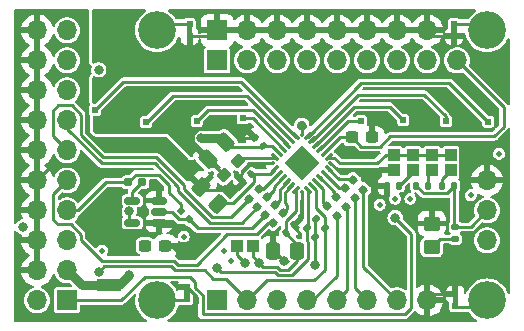
<source format=gbr>
%TF.GenerationSoftware,KiCad,Pcbnew,8.0.7*%
%TF.CreationDate,2024-12-22T07:10:06-05:00*%
%TF.ProjectId,tac5212_audio_board_single_ended,74616335-3231-4325-9f61-7564696f5f62,rev?*%
%TF.SameCoordinates,Original*%
%TF.FileFunction,Copper,L1,Top*%
%TF.FilePolarity,Positive*%
%FSLAX46Y46*%
G04 Gerber Fmt 4.6, Leading zero omitted, Abs format (unit mm)*
G04 Created by KiCad (PCBNEW 8.0.7) date 2024-12-22 07:10:06*
%MOMM*%
%LPD*%
G01*
G04 APERTURE LIST*
G04 Aperture macros list*
%AMRoundRect*
0 Rectangle with rounded corners*
0 $1 Rounding radius*
0 $2 $3 $4 $5 $6 $7 $8 $9 X,Y pos of 4 corners*
0 Add a 4 corners polygon primitive as box body*
4,1,4,$2,$3,$4,$5,$6,$7,$8,$9,$2,$3,0*
0 Add four circle primitives for the rounded corners*
1,1,$1+$1,$2,$3*
1,1,$1+$1,$4,$5*
1,1,$1+$1,$6,$7*
1,1,$1+$1,$8,$9*
0 Add four rect primitives between the rounded corners*
20,1,$1+$1,$2,$3,$4,$5,0*
20,1,$1+$1,$4,$5,$6,$7,0*
20,1,$1+$1,$6,$7,$8,$9,0*
20,1,$1+$1,$8,$9,$2,$3,0*%
%AMRotRect*
0 Rectangle, with rotation*
0 The origin of the aperture is its center*
0 $1 length*
0 $2 width*
0 $3 Rotation angle, in degrees counterclockwise*
0 Add horizontal line*
21,1,$1,$2,0,0,$3*%
G04 Aperture macros list end*
%TA.AperFunction,EtchedComponent*%
%ADD10C,0.000000*%
%TD*%
%TA.AperFunction,SMDPad,CuDef*%
%ADD11RoundRect,0.160000X0.252791X-0.026517X-0.026517X0.252791X-0.252791X0.026517X0.026517X-0.252791X0*%
%TD*%
%TA.AperFunction,SMDPad,CuDef*%
%ADD12RoundRect,0.135000X-0.226274X-0.035355X-0.035355X-0.226274X0.226274X0.035355X0.035355X0.226274X0*%
%TD*%
%TA.AperFunction,ComponentPad*%
%ADD13R,1.700000X1.700000*%
%TD*%
%TA.AperFunction,ComponentPad*%
%ADD14O,1.700000X1.700000*%
%TD*%
%TA.AperFunction,ComponentPad*%
%ADD15C,3.200000*%
%TD*%
%TA.AperFunction,ComponentPad*%
%ADD16C,0.500000*%
%TD*%
%TA.AperFunction,SMDPad,CuDef*%
%ADD17R,1.000000X1.000000*%
%TD*%
%TA.AperFunction,SMDPad,CuDef*%
%ADD18RoundRect,0.250000X0.337500X0.475000X-0.337500X0.475000X-0.337500X-0.475000X0.337500X-0.475000X0*%
%TD*%
%TA.AperFunction,SMDPad,CuDef*%
%ADD19RoundRect,0.160000X-0.026517X-0.252791X0.252791X0.026517X0.026517X0.252791X-0.252791X-0.026517X0*%
%TD*%
%TA.AperFunction,SMDPad,CuDef*%
%ADD20RoundRect,0.140000X0.219203X0.021213X0.021213X0.219203X-0.219203X-0.021213X-0.021213X-0.219203X0*%
%TD*%
%TA.AperFunction,SMDPad,CuDef*%
%ADD21RoundRect,0.250000X0.574524X0.097227X0.097227X0.574524X-0.574524X-0.097227X-0.097227X-0.574524X0*%
%TD*%
%TA.AperFunction,SMDPad,CuDef*%
%ADD22RoundRect,0.150000X0.512500X0.150000X-0.512500X0.150000X-0.512500X-0.150000X0.512500X-0.150000X0*%
%TD*%
%TA.AperFunction,SMDPad,CuDef*%
%ADD23RoundRect,0.135000X-0.185000X0.135000X-0.185000X-0.135000X0.185000X-0.135000X0.185000X0.135000X0*%
%TD*%
%TA.AperFunction,SMDPad,CuDef*%
%ADD24R,0.508000X0.500000*%
%TD*%
%TA.AperFunction,SMDPad,CuDef*%
%ADD25R,0.508000X0.508000*%
%TD*%
%TA.AperFunction,SMDPad,CuDef*%
%ADD26RoundRect,0.237500X-0.300000X-0.237500X0.300000X-0.237500X0.300000X0.237500X-0.300000X0.237500X0*%
%TD*%
%TA.AperFunction,SMDPad,CuDef*%
%ADD27RoundRect,0.140000X-0.021213X0.219203X-0.219203X0.021213X0.021213X-0.219203X0.219203X-0.021213X0*%
%TD*%
%TA.AperFunction,SMDPad,CuDef*%
%ADD28RoundRect,0.250000X-0.097227X0.574524X-0.574524X0.097227X0.097227X-0.574524X0.574524X-0.097227X0*%
%TD*%
%TA.AperFunction,SMDPad,CuDef*%
%ADD29RoundRect,0.250000X-0.450000X0.350000X-0.450000X-0.350000X0.450000X-0.350000X0.450000X0.350000X0*%
%TD*%
%TA.AperFunction,SMDPad,CuDef*%
%ADD30RoundRect,0.140000X0.021213X-0.219203X0.219203X-0.021213X-0.021213X0.219203X-0.219203X0.021213X0*%
%TD*%
%TA.AperFunction,SMDPad,CuDef*%
%ADD31RotRect,0.508000X0.508000X315.000000*%
%TD*%
%TA.AperFunction,SMDPad,CuDef*%
%ADD32R,1.100000X1.000000*%
%TD*%
%TA.AperFunction,SMDPad,CuDef*%
%ADD33RoundRect,0.135000X-0.135000X-0.185000X0.135000X-0.185000X0.135000X0.185000X-0.135000X0.185000X0*%
%TD*%
%TA.AperFunction,SMDPad,CuDef*%
%ADD34RoundRect,0.237500X-0.044194X-0.380070X0.380070X0.044194X0.044194X0.380070X-0.380070X-0.044194X0*%
%TD*%
%TA.AperFunction,SMDPad,CuDef*%
%ADD35RoundRect,0.135000X0.135000X0.185000X-0.135000X0.185000X-0.135000X-0.185000X0.135000X-0.185000X0*%
%TD*%
%TA.AperFunction,SMDPad,CuDef*%
%ADD36RoundRect,0.062500X0.000000X-0.088388X0.088388X0.000000X0.000000X0.088388X-0.088388X0.000000X0*%
%TD*%
%TA.AperFunction,SMDPad,CuDef*%
%ADD37RotRect,2.100000X2.100000X45.000000*%
%TD*%
%TA.AperFunction,SMDPad,CuDef*%
%ADD38RoundRect,0.062500X0.185616X-0.274004X0.274004X-0.185616X-0.185616X0.274004X-0.274004X0.185616X0*%
%TD*%
%TA.AperFunction,SMDPad,CuDef*%
%ADD39RoundRect,0.062500X-0.185616X-0.274004X0.274004X0.185616X0.185616X0.274004X-0.274004X-0.185616X0*%
%TD*%
%TA.AperFunction,SMDPad,CuDef*%
%ADD40RoundRect,0.160000X-0.197500X-0.160000X0.197500X-0.160000X0.197500X0.160000X-0.197500X0.160000X0*%
%TD*%
%TA.AperFunction,SMDPad,CuDef*%
%ADD41RoundRect,0.135000X0.226274X0.035355X0.035355X0.226274X-0.226274X-0.035355X-0.035355X-0.226274X0*%
%TD*%
%TA.AperFunction,ComponentPad*%
%ADD42R,0.500000X0.500000*%
%TD*%
%TA.AperFunction,ViaPad*%
%ADD43C,0.800000*%
%TD*%
%TA.AperFunction,Conductor*%
%ADD44C,0.250000*%
%TD*%
%TA.AperFunction,Conductor*%
%ADD45C,0.750000*%
%TD*%
G04 APERTURE END LIST*
%TA.AperFunction,EtchedComponent*%
%TO.C,E108*%
G36*
X99471000Y-99979000D02*
G01*
X99929000Y-99979000D01*
X99929000Y-99404000D01*
X99471000Y-99404000D01*
X99471000Y-99979000D01*
G37*
%TD.AperFunction*%
%TA.AperFunction,EtchedComponent*%
%TO.C,E109*%
G36*
X121871000Y-99979000D02*
G01*
X122329000Y-99979000D01*
X122329000Y-99404000D01*
X121871000Y-99404000D01*
X121871000Y-99979000D01*
G37*
%TD.AperFunction*%
D10*
%TA.AperFunction,EtchedComponent*%
%TO.C,5V108*%
G36*
X93175000Y-121500000D02*
G01*
X92625000Y-121500000D01*
X92625000Y-121100000D01*
X93175000Y-121100000D01*
X93175000Y-121500000D01*
G37*
%TD.AperFunction*%
%TA.AperFunction,EtchedComponent*%
%TO.C,G118*%
G36*
X121971000Y-122879000D02*
G01*
X122429000Y-122879000D01*
X122429000Y-122304000D01*
X121971000Y-122304000D01*
X121971000Y-122879000D01*
G37*
%TD.AperFunction*%
%TA.AperFunction,EtchedComponent*%
%TO.C,G117*%
G36*
X99271000Y-122279000D02*
G01*
X99729000Y-122279000D01*
X99729000Y-121704000D01*
X99271000Y-121704000D01*
X99271000Y-122279000D01*
G37*
%TD.AperFunction*%
%TD*%
D11*
%TO.P,R113,1*%
%TO.N,GPIO2*%
X112937059Y-114705168D03*
%TO.P,R113,2*%
%TO.N,Net-(TAC5212-GPIO2)*%
X112092067Y-113860176D03*
%TD*%
D12*
%TO.P,R121,1*%
%TO.N,5212_SCL*%
X109617194Y-116508362D03*
%TO.P,R121,2*%
%TO.N,Net-(PU_EN108-Pad1)*%
X110338442Y-117229610D03*
%TD*%
D13*
%TO.P,board_outline108,1,HELD_HIGH*%
%TO.N,EN_HELD_HIGH*%
X89337500Y-122600000D03*
D14*
%TO.P,board_outline108,2,HELD_LOW*%
%TO.N,unconnected-(board_outline108-HELD_LOW-Pad2)*%
X86797500Y-122600000D03*
%TO.P,board_outline108,3,5V*%
%TO.N,Net-(5V108-B)*%
X89337500Y-120060000D03*
%TO.P,board_outline108,4,GNDD*%
%TO.N,GNDD*%
X86797500Y-120060000D03*
%TO.P,board_outline108,5,12V*%
%TO.N,unconnected-(board_outline108-12V-Pad5)*%
X89337500Y-117520000D03*
%TO.P,board_outline108,6,GNDD*%
%TO.N,GNDD*%
X86797500Y-117520000D03*
%TO.P,board_outline108,7,DSP_DOUT*%
%TO.N,5212_DOUT1+*%
X89337500Y-114980000D03*
%TO.P,board_outline108,8,GNDD*%
%TO.N,GNDD*%
X86797500Y-114980000D03*
%TO.P,board_outline108,9,DSP_DIN*%
%TO.N,5212_DIN1*%
X89337500Y-112440000D03*
%TO.P,board_outline108,10,GNDD*%
%TO.N,GNDD*%
X86797500Y-112440000D03*
%TO.P,board_outline108,11,BCLK*%
%TO.N,5212_BCLK1*%
X89337500Y-109900000D03*
%TO.P,board_outline108,12,GNDD*%
%TO.N,GNDD*%
X86797500Y-109900000D03*
%TO.P,board_outline108,13,LRCK*%
%TO.N,5212_LRCK1*%
X89337500Y-107360000D03*
%TO.P,board_outline108,14,GNDD*%
%TO.N,GNDD*%
X86797500Y-107360000D03*
%TO.P,board_outline108,15,SDA*%
%TO.N,DSP_SDA*%
X89337500Y-104820000D03*
%TO.P,board_outline108,16,GNDD*%
%TO.N,GNDD*%
X86797500Y-104820000D03*
%TO.P,board_outline108,17,SCL*%
%TO.N,DSP_SCL*%
X89337500Y-102280000D03*
%TO.P,board_outline108,18,GNDD*%
%TO.N,GNDD*%
X86797500Y-102280000D03*
%TO.P,board_outline108,19,MCLK*%
%TO.N,5212_MCLK1*%
X89337500Y-99740000D03*
%TO.P,board_outline108,20,GNDD*%
%TO.N,GNDD*%
X86797500Y-99740000D03*
D13*
%TO.P,board_outline108,21,OUTP*%
%TO.N,OUT1P+*%
X102047500Y-102285000D03*
%TO.P,board_outline108,22,AGND*%
%TO.N,Earth*%
X102047500Y-99745000D03*
D14*
%TO.P,board_outline108,23,OUT1M*%
%TO.N,OUT1M+*%
X104587500Y-102285000D03*
%TO.P,board_outline108,24,AGND*%
%TO.N,Earth*%
X104587500Y-99745000D03*
%TO.P,board_outline108,25,OUT2P*%
%TO.N,OUT2P+*%
X107127500Y-102285000D03*
%TO.P,board_outline108,26,AGND*%
%TO.N,Earth*%
X107127500Y-99745000D03*
%TO.P,board_outline108,27,OUT2M*%
%TO.N,OUT2M+*%
X109667500Y-102285000D03*
%TO.P,board_outline108,28,AGND*%
%TO.N,Earth*%
X109667500Y-99745000D03*
%TO.P,board_outline108,29,IN1P*%
%TO.N,IN1P+*%
X112207500Y-102285000D03*
%TO.P,board_outline108,30,AGND*%
%TO.N,Earth*%
X112207500Y-99745000D03*
%TO.P,board_outline108,31,IN1M*%
%TO.N,IN1M+*%
X114747500Y-102285000D03*
%TO.P,board_outline108,32,AGND*%
%TO.N,Earth*%
X114747500Y-99745000D03*
%TO.P,board_outline108,33,IN2P*%
%TO.N,IN2P+*%
X117287500Y-102285000D03*
%TO.P,board_outline108,34,AGND*%
%TO.N,Earth*%
X117287500Y-99745000D03*
%TO.P,board_outline108,35,IN2M*%
%TO.N,IN2M+*%
X119827500Y-102285000D03*
%TO.P,board_outline108,36,AGND*%
%TO.N,Earth*%
X119827500Y-99745000D03*
D13*
%TO.P,board_outline108,37,SCL*%
%TO.N,5212_SCL*%
X102047500Y-122605000D03*
D14*
%TO.P,board_outline108,38,SDA*%
%TO.N,5212_SDA*%
X104587500Y-122605000D03*
%TO.P,board_outline108,39,GNDD*%
%TO.N,GNDD*%
X107127500Y-122605000D03*
%TO.P,board_outline108,40,GPIO1*%
%TO.N,GPIO1*%
X109667500Y-122605000D03*
%TO.P,board_outline108,41,GPIO2*%
%TO.N,GPIO2*%
X112207500Y-122605000D03*
%TO.P,board_outline108,42,GPO1*%
%TO.N,GPO1*%
X114747500Y-122605000D03*
%TO.P,board_outline108,43,GPI1*%
%TO.N,GPI1*%
X117287500Y-122605000D03*
%TO.P,board_outline108,44,GNDD*%
%TO.N,GNDD*%
X119827500Y-122605000D03*
%TO.P,board_outline108,45,5V*%
%TO.N,5V*%
X124892500Y-117525000D03*
%TO.P,board_outline108,46,3.3V*%
%TO.N,3.3V_LDO*%
X124892500Y-114985000D03*
%TO.P,board_outline108,47,GNDD*%
%TO.N,GNDD*%
X124892500Y-112445000D03*
%TO.P,board_outline108,48,MIC_BIAS*%
%TO.N,MICBIAS*%
X122352500Y-102285000D03*
D15*
%TO.P,board_outline108,49,AGND*%
%TO.N,Net-(E108-B)*%
X96952500Y-99745000D03*
%TO.P,board_outline108,50,AGND*%
%TO.N,Net-(E109-B)*%
X124892500Y-99745000D03*
%TO.P,board_outline108,51,DGND*%
%TO.N,Net-(G117-A)*%
X96952500Y-122605000D03*
%TO.P,board_outline108,52,DGND*%
%TO.N,Net-(G118-A)*%
X124892500Y-122605000D03*
%TD*%
D16*
%TO.P,G110,1,1*%
%TO.N,Earth*%
X117100000Y-114000000D03*
%TD*%
D17*
%TO.P,ADD108,1,1*%
%TO.N,GNDD*%
X117000000Y-111600000D03*
%TO.P,ADD108,2,2*%
%TO.N,Net-(TAC5212-ADDR)*%
X117000000Y-110300000D03*
%TD*%
D11*
%TO.P,R112,1*%
%TO.N,GPO1*%
X113677789Y-113964439D03*
%TO.P,R112,2*%
%TO.N,Net-(TAC5212-GPO1)*%
X112832797Y-113119447D03*
%TD*%
D18*
%TO.P,C111,1*%
%TO.N,3.3V_LDO*%
X108818261Y-118400000D03*
%TO.P,C111,2*%
%TO.N,GNDD*%
X106743261Y-118400000D03*
%TD*%
D11*
%TO.P,R114,1*%
%TO.N,GPIO1*%
X112157509Y-115484718D03*
%TO.P,R114,2*%
%TO.N,Net-(TAC5212-GPIO1)*%
X111312517Y-114639726D03*
%TD*%
D19*
%TO.P,R115,1*%
%TO.N,5212_LRCK1*%
X105445334Y-114708704D03*
%TO.P,R115,2*%
%TO.N,Net-(TAC5212-FSYNC)*%
X106290326Y-113863712D03*
%TD*%
D17*
%TO.P,ADD112,1,1*%
%TO.N,Net-(ADD112-Pad1)*%
X118600000Y-111600000D03*
%TO.P,ADD112,2,2*%
%TO.N,Net-(TAC5212-ADDR)*%
X118600000Y-110300000D03*
%TD*%
D20*
%TO.P,C109,1*%
%TO.N,3.3V_LDO*%
X105939411Y-109539411D03*
%TO.P,C109,2*%
%TO.N,Earth*%
X105260589Y-108860589D03*
%TD*%
D17*
%TO.P,ADD110,1,1*%
%TO.N,Net-(ADD110-Pad1)*%
X120200000Y-111600000D03*
%TO.P,ADD110,2,2*%
%TO.N,Net-(TAC5212-ADDR)*%
X120200000Y-110300000D03*
%TD*%
D21*
%TO.P,C115,1*%
%TO.N,Net-(TAC5212-DREG)*%
X102133623Y-114433623D03*
%TO.P,C115,2*%
%TO.N,GNDD*%
X100666377Y-112966377D03*
%TD*%
D16*
%TO.P,G109,1,1*%
%TO.N,Earth*%
X99200000Y-117200000D03*
%TD*%
%TO.P,G112,1,1*%
%TO.N,Earth*%
X118400000Y-114000000D03*
%TD*%
D22*
%TO.P,U108,1,OE*%
%TO.N,GNDD*%
X97137500Y-116050000D03*
%TO.P,U108,2,A*%
%TO.N,5212_DOUT1*%
X97137500Y-115100000D03*
%TO.P,U108,3,GND*%
%TO.N,GNDD*%
X97137500Y-114150000D03*
%TO.P,U108,4,Y*%
%TO.N,Net-(U108-Y)*%
X94862500Y-114150000D03*
%TO.P,U108,5,VCC*%
%TO.N,3.3V_LDO*%
X94862500Y-116050000D03*
%TD*%
D19*
%TO.P,R118,1*%
%TO.N,5212_DIN1*%
X106788837Y-116052207D03*
%TO.P,R118,2*%
%TO.N,Net-(TAC5212-DIN)*%
X107633829Y-115207215D03*
%TD*%
D16*
%TO.P,G111,1,1*%
%TO.N,Earth*%
X92300000Y-118400000D03*
%TD*%
%TO.P,G113,1,1*%
%TO.N,Earth*%
X102600000Y-118400000D03*
%TD*%
D23*
%TO.P,R126,1*%
%TO.N,3.3V_LDO*%
X122200000Y-116390000D03*
%TO.P,R126,2*%
%TO.N,Net-(D116-A)*%
X122200000Y-117410000D03*
%TD*%
D24*
%TO.P,E108,1,A*%
%TO.N,Earth*%
X99700000Y-100204000D03*
D25*
%TO.P,E108,2,B*%
%TO.N,Net-(E108-B)*%
X99700000Y-99200000D03*
%TD*%
D26*
%TO.P,C118,1*%
%TO.N,MICBIAS*%
X113437500Y-108800000D03*
%TO.P,C118,2*%
%TO.N,Earth*%
X115162500Y-108800000D03*
%TD*%
D27*
%TO.P,C116,1*%
%TO.N,Net-(TAC5212-DREG)*%
X104937914Y-111892722D03*
%TO.P,C116,2*%
%TO.N,GNDD*%
X104259092Y-112571544D03*
%TD*%
D28*
%TO.P,C108,1*%
%TO.N,3.3V_LDO*%
X102733623Y-109166377D03*
%TO.P,C108,2*%
%TO.N,Earth*%
X101266377Y-110633623D03*
%TD*%
D29*
%TO.P,D116,1,K*%
%TO.N,GNDD*%
X120200000Y-116100000D03*
%TO.P,D116,2,A*%
%TO.N,Net-(D116-A)*%
X120200000Y-118100000D03*
%TD*%
D30*
%TO.P,C112,1*%
%TO.N,3.3V_LDO*%
X107860589Y-116939411D03*
%TO.P,C112,2*%
%TO.N,GNDD*%
X108539411Y-116260589D03*
%TD*%
D24*
%TO.P,E109,1,A*%
%TO.N,Earth*%
X122100000Y-100204000D03*
D25*
%TO.P,E109,2,B*%
%TO.N,Net-(E109-B)*%
X122100000Y-99200000D03*
%TD*%
D17*
%TO.P,ADD111,1,1*%
%TO.N,Net-(ADD111-Pad1)*%
X121800000Y-111600000D03*
%TO.P,ADD111,2,2*%
%TO.N,Net-(TAC5212-ADDR)*%
X121800000Y-110300000D03*
%TD*%
D31*
%TO.P,DOUT108,1,1*%
%TO.N,5212_DOUT1*%
X99653553Y-115753553D03*
%TO.P,DOUT108,2,2*%
%TO.N,5212_DOUT1+*%
X98946447Y-115046447D03*
%TD*%
D11*
%TO.P,R110,1*%
%TO.N,GPI1*%
X114420251Y-113221977D03*
%TO.P,R110,2*%
%TO.N,Net-(TAC5212-GPI1)*%
X113575259Y-112376985D03*
%TD*%
D32*
%TO.P,5V108,1,A*%
%TO.N,5V*%
X93404000Y-121300000D03*
%TO.P,5V108,2,B*%
%TO.N,Net-(5V108-B)*%
X92400000Y-121300000D03*
%TD*%
D26*
%TO.P,C128,1*%
%TO.N,3.3V_LDO*%
X95937500Y-118000000D03*
%TO.P,C128,2*%
%TO.N,GNDD*%
X97662500Y-118000000D03*
%TD*%
D33*
%TO.P,R123,1*%
%TO.N,Net-(ADD111-Pad1)*%
X121090000Y-112900000D03*
%TO.P,R123,2*%
%TO.N,3.3V_LDO*%
X122110000Y-112900000D03*
%TD*%
D34*
%TO.P,C119,1*%
%TO.N,Earth*%
X102590120Y-112009880D03*
%TO.P,C119,2*%
%TO.N,Net-(TAC5212-VREF)*%
X103809880Y-110790120D03*
%TD*%
D35*
%TO.P,R124,1*%
%TO.N,Net-(ADD112-Pad1)*%
X117410000Y-112900000D03*
%TO.P,R124,2*%
%TO.N,GNDD*%
X116390000Y-112900000D03*
%TD*%
D19*
%TO.P,R119,1*%
%TO.N,5212_BCLK1*%
X104773583Y-114036952D03*
%TO.P,R119,2*%
%TO.N,Net-(TAC5212-BCLK)*%
X105618575Y-113191960D03*
%TD*%
D17*
%TO.P,PU_EN108,1,1*%
%TO.N,Net-(PU_EN108-Pad1)*%
X103750000Y-118000000D03*
%TO.P,PU_EN108,2,2*%
%TO.N,3.3V_LDO*%
X105050000Y-118000000D03*
%TD*%
D19*
%TO.P,R117,1*%
%TO.N,5212_DOUT1*%
X106117086Y-115380455D03*
%TO.P,R117,2*%
%TO.N,Net-(TAC5212-DOUT)*%
X106962078Y-114535463D03*
%TD*%
D36*
%TO.P,TAC5212,A4,VSS*%
%TO.N,GNDD*%
X109200000Y-108567553D03*
%TO.P,TAC5212,A3,VSS*%
X111632447Y-111000000D03*
%TO.P,TAC5212,A2,VSS*%
X109200000Y-113432447D03*
%TO.P,TAC5212,A1,VSS*%
X106767553Y-111000000D03*
D16*
%TO.P,TAC5212,25,VSS*%
X109694975Y-110505025D03*
X109694975Y-111494975D03*
D37*
X109200000Y-111000000D03*
D16*
X109200000Y-111000000D03*
X108705025Y-110505025D03*
X108705025Y-111494975D03*
D38*
%TO.P,TAC5212,24,VREF*%
%TO.N,Net-(TAC5212-VREF)*%
X106910742Y-110478509D03*
%TO.P,TAC5212,23,AVDD*%
%TO.N,3.3V_LDO*%
X107264295Y-110124955D03*
%TO.P,TAC5212,22,OUT2M*%
%TO.N,OUT2M*%
X107617849Y-109771402D03*
%TO.P,TAC5212,21,OUT2P*%
%TO.N,OUT2P*%
X107971402Y-109417849D03*
%TO.P,TAC5212,20,OUT1P*%
%TO.N,OUT1P*%
X108324955Y-109064295D03*
%TO.P,TAC5212,19,OUT1M*%
%TO.N,OUT1M*%
X108678509Y-108710742D03*
D39*
%TO.P,TAC5212,18,IN2M*%
%TO.N,IN2M*%
X109721491Y-108710742D03*
%TO.P,TAC5212,17,IN2P*%
%TO.N,IN2P*%
X110075045Y-109064295D03*
%TO.P,TAC5212,16,IN1M*%
%TO.N,IN1M*%
X110428598Y-109417849D03*
%TO.P,TAC5212,15,IN1P*%
%TO.N,IN1P*%
X110782151Y-109771402D03*
%TO.P,TAC5212,14,MICBIAS*%
%TO.N,MICBIAS*%
X111135705Y-110124955D03*
%TO.P,TAC5212,13,ADDR*%
%TO.N,Net-(TAC5212-ADDR)*%
X111489258Y-110478509D03*
D38*
%TO.P,TAC5212,12,GPI1*%
%TO.N,Net-(TAC5212-GPI1)*%
X111489258Y-111521491D03*
%TO.P,TAC5212,11,GPO1*%
%TO.N,Net-(TAC5212-GPO1)*%
X111135705Y-111875045D03*
%TO.P,TAC5212,10,GPIO2*%
%TO.N,Net-(TAC5212-GPIO2)*%
X110782151Y-112228598D03*
%TO.P,TAC5212,9,GPIO1*%
%TO.N,Net-(TAC5212-GPIO1)*%
X110428598Y-112582151D03*
%TO.P,TAC5212,8,SDA*%
%TO.N,5212_SDA*%
X110075045Y-112935705D03*
%TO.P,TAC5212,7,SCL*%
%TO.N,5212_SCL*%
X109721491Y-113289258D03*
D39*
%TO.P,TAC5212,6,IOVDD*%
%TO.N,3.3V_LDO*%
X108678509Y-113289258D03*
%TO.P,TAC5212,5,DIN*%
%TO.N,Net-(TAC5212-DIN)*%
X108324955Y-112935705D03*
%TO.P,TAC5212,4,DOUT*%
%TO.N,Net-(TAC5212-DOUT)*%
X107971402Y-112582151D03*
%TO.P,TAC5212,3,FSYNC*%
%TO.N,Net-(TAC5212-FSYNC)*%
X107617849Y-112228598D03*
%TO.P,TAC5212,2,BCLK*%
%TO.N,Net-(TAC5212-BCLK)*%
X107264295Y-111875045D03*
%TO.P,TAC5212,1,DREG*%
%TO.N,Net-(TAC5212-DREG)*%
X106910742Y-111521491D03*
%TD*%
D24*
%TO.P,G118,1,A*%
%TO.N,Net-(G118-A)*%
X122200000Y-123104000D03*
D25*
%TO.P,G118,2,B*%
%TO.N,GNDD*%
X122200000Y-122100000D03*
%TD*%
D35*
%TO.P,R122,1*%
%TO.N,Net-(ADD110-Pad1)*%
X119910000Y-112900000D03*
%TO.P,R122,2*%
%TO.N,3.3V_LDO*%
X118890000Y-112900000D03*
%TD*%
D16*
%TO.P,G115,1,1*%
%TO.N,Earth*%
X103200000Y-119300000D03*
%TD*%
%TO.P,G114,1,1*%
%TO.N,Earth*%
X123500000Y-113700000D03*
%TD*%
D40*
%TO.P,R125,1*%
%TO.N,5212_DOUT1+*%
X94502500Y-112600000D03*
%TO.P,R125,2*%
%TO.N,Net-(U108-Y)*%
X95697500Y-112600000D03*
%TD*%
D24*
%TO.P,G117,1,A*%
%TO.N,Net-(G117-A)*%
X99500000Y-122504000D03*
D25*
%TO.P,G117,2,B*%
%TO.N,GNDD*%
X99500000Y-121500000D03*
%TD*%
D16*
%TO.P,G116,1,1*%
%TO.N,Earth*%
X125900000Y-110200000D03*
%TD*%
%TO.P,G108,1,1*%
%TO.N,Earth*%
X115800000Y-114500000D03*
%TD*%
D41*
%TO.P,R120,1*%
%TO.N,5212_SDA*%
X111141385Y-116460624D03*
%TO.P,R120,2*%
%TO.N,Net-(PU_EN108-Pad1)*%
X110420137Y-115739376D03*
%TD*%
D42*
%TO.P,INP1,2,2*%
%TO.N,IN1P*%
X114200000Y-107425000D03*
%TD*%
%TO.P,OM1,2,2*%
%TO.N,OUT1M*%
X91700000Y-106500000D03*
%TD*%
%TO.P,INM1,2,2*%
%TO.N,IN1M*%
X117800000Y-107362500D03*
%TD*%
%TO.P,OP1,2,2*%
%TO.N,OUT1P*%
X96000000Y-107500000D03*
%TD*%
%TO.P,OM2,2,2*%
%TO.N,OUT2M*%
X104200000Y-107200000D03*
%TD*%
%TO.P,INM2,2,2*%
%TO.N,IN2M*%
X125000000Y-107482500D03*
%TD*%
%TO.P,INP2,2,2*%
%TO.N,IN2P*%
X121400000Y-107435000D03*
%TD*%
%TO.P,OP2,2,2*%
%TO.N,OUT2P*%
X100300000Y-107425000D03*
%TD*%
D43*
%TO.N,GNDD*%
X99400000Y-123800000D03*
X91719599Y-111998440D03*
X109200000Y-107800000D03*
X107711709Y-119246986D03*
X99000000Y-118800000D03*
X100718700Y-117875000D03*
%TO.N,5V*%
X94569964Y-120430000D03*
%TO.N,Earth*%
X103224739Y-107762663D03*
X112825000Y-110225000D03*
%TO.N,EN_HELD_HIGH*%
X117100000Y-115600000D03*
%TO.N,5212_SCL*%
X102047500Y-119900002D03*
%TO.N,5212_SDA*%
X92004802Y-120161926D03*
X92007954Y-103082209D03*
%TO.N,3.3V_LDO*%
X100675000Y-108873986D03*
X94600000Y-115050000D03*
X105600000Y-119400000D03*
%TO.N,GPI1*%
X85600000Y-116400000D03*
%TO.N,Net-(PU_EN108-Pad1)*%
X110338844Y-119622742D03*
X104430004Y-119430004D03*
%TD*%
D44*
%TO.N,GNDD*%
X100350000Y-122850000D02*
X100350000Y-122350000D01*
X87972500Y-111265000D02*
X90986159Y-111265000D01*
X106864723Y-118400000D02*
X107711709Y-119246986D01*
X109200000Y-108567553D02*
X109200000Y-107800000D01*
X111632447Y-111000000D02*
X112232447Y-111600000D01*
X109200000Y-113432447D02*
X109200000Y-115600000D01*
X109200000Y-115600000D02*
X108539411Y-116260589D01*
X106767553Y-111000000D02*
X104932610Y-111000000D01*
X104932610Y-111000000D02*
X104039889Y-111892721D01*
X97137500Y-116050000D02*
X97437499Y-116349999D01*
X97437499Y-116349999D02*
X99193699Y-116349999D01*
X97662500Y-118000000D02*
X98200000Y-118000000D01*
X106743261Y-118400000D02*
X106864723Y-118400000D01*
X100350000Y-122350000D02*
X99500000Y-121500000D01*
X104039889Y-112352341D02*
X104259092Y-112571544D01*
X103573533Y-113257103D02*
X104259092Y-112571544D01*
X99400000Y-123800000D02*
X100350000Y-122850000D01*
X86797500Y-112440000D02*
X87972500Y-111265000D01*
X120332500Y-122100000D02*
X119827500Y-122605000D01*
X112232447Y-111600000D02*
X117000000Y-111600000D01*
X99193699Y-116349999D02*
X100718700Y-117875000D01*
X90986159Y-111265000D02*
X91719599Y-111998440D01*
X122200000Y-122100000D02*
X120332500Y-122100000D01*
X100666377Y-112966377D02*
X100957103Y-113257103D01*
X104039889Y-111892721D02*
X104039889Y-112352341D01*
X98200000Y-118000000D02*
X99000000Y-118800000D01*
X100957103Y-113257103D02*
X103573533Y-113257103D01*
D45*
%TO.N,5V*%
X93404000Y-121300000D02*
X93699964Y-121300000D01*
X93699964Y-121300000D02*
X94569964Y-120430000D01*
D44*
%TO.N,Earth*%
X103162076Y-107700000D02*
X101175000Y-107700000D01*
X99950000Y-109174291D02*
X101266377Y-110490668D01*
X100875000Y-108000000D02*
X100523681Y-108000000D01*
X122100000Y-100200000D02*
X120282500Y-100200000D01*
X99950000Y-108573681D02*
X99950000Y-109174291D01*
X101175000Y-107700000D02*
X100875000Y-108000000D01*
X103224739Y-107762663D02*
X103162076Y-107700000D01*
X100523681Y-108000000D02*
X99950000Y-108573681D01*
X102590120Y-111957366D02*
X102590120Y-112009880D01*
X120282500Y-100200000D02*
X119827500Y-99745000D01*
X99700000Y-100200000D02*
X101592500Y-100200000D01*
X105260589Y-108860589D02*
X104322665Y-108860589D01*
X104322665Y-108860589D02*
X103224739Y-107762663D01*
X101266377Y-110490668D02*
X101266377Y-110633623D01*
X101266377Y-110633623D02*
X102590120Y-111957366D01*
X101592500Y-100200000D02*
X102047500Y-99745000D01*
D45*
%TO.N,Net-(5V108-B)*%
X90577500Y-121300000D02*
X89337500Y-120060000D01*
X92400000Y-121300000D02*
X90577500Y-121300000D01*
D44*
%TO.N,Net-(TAC5212-ADDR)*%
X112436396Y-111000000D02*
X115600000Y-111000000D01*
X116300000Y-110300000D02*
X117000000Y-110300000D01*
X111453903Y-110513864D02*
X111950260Y-110513864D01*
X117000000Y-110300000D02*
X121800000Y-110300000D01*
X111950260Y-110513864D02*
X112436396Y-111000000D01*
X115600000Y-111000000D02*
X116300000Y-110300000D01*
%TO.N,Net-(ADD110-Pad1)*%
X119910000Y-112900000D02*
X119910000Y-111890000D01*
X119910000Y-111890000D02*
X120200000Y-111600000D01*
%TO.N,Net-(ADD111-Pad1)*%
X121090001Y-112900000D02*
X121090001Y-112309999D01*
X121090001Y-112309999D02*
X121800000Y-111600000D01*
%TO.N,Net-(ADD112-Pad1)*%
X118600000Y-111710000D02*
X118600000Y-111600000D01*
X117410000Y-112900000D02*
X118600000Y-111710000D01*
%TO.N,Net-(G118-A)*%
X124297500Y-123200000D02*
X122200000Y-123200000D01*
X124892500Y-122605000D02*
X124297500Y-123200000D01*
%TO.N,Net-(E108-B)*%
X99700000Y-99196000D02*
X97501500Y-99196000D01*
X97501500Y-99196000D02*
X96952500Y-99745000D01*
%TO.N,Net-(E109-B)*%
X124343500Y-99196000D02*
X124892500Y-99745000D01*
X122100000Y-99196000D02*
X124343500Y-99196000D01*
%TO.N,EN_HELD_HIGH*%
X117900000Y-123800000D02*
X100800000Y-123800000D01*
X100200000Y-121563604D02*
X100200000Y-121042000D01*
X99758000Y-120600000D02*
X95900000Y-120600000D01*
X117100000Y-115600000D02*
X118462500Y-116962500D01*
X118462500Y-123237500D02*
X117900000Y-123800000D01*
X118462500Y-116962500D02*
X118462500Y-123237500D01*
X93900000Y-122600000D02*
X89337500Y-122600000D01*
X100200000Y-121042000D02*
X99758000Y-120600000D01*
X100800000Y-122163604D02*
X100200000Y-121563604D01*
X95900000Y-120600000D02*
X93900000Y-122600000D01*
X100800000Y-123800000D02*
X100800000Y-122163604D01*
%TO.N,IN2P*%
X110039689Y-109099651D02*
X113939340Y-105200000D01*
X121400000Y-107035000D02*
X121400000Y-107435000D01*
X119565000Y-105200000D02*
X121400000Y-107035000D01*
X113939340Y-105200000D02*
X119565000Y-105200000D01*
%TO.N,Net-(G117-A)*%
X96952500Y-122605000D02*
X99399000Y-122605000D01*
X99399000Y-122605000D02*
X99500000Y-122504000D01*
%TO.N,IN1M*%
X113646447Y-106200000D02*
X116637500Y-106200000D01*
X110393243Y-109453204D02*
X113646447Y-106200000D01*
X116637500Y-106200000D02*
X117800000Y-107362500D01*
%TO.N,IN1P*%
X114200000Y-107425000D02*
X113128553Y-107425000D01*
X110746796Y-109806757D02*
X113128553Y-107425000D01*
%TO.N,IN2M*%
X114232233Y-104200000D02*
X121700000Y-104200000D01*
X121700000Y-104200000D02*
X124982500Y-107482500D01*
X124982500Y-107482500D02*
X125000000Y-107482500D01*
X109686136Y-108746097D02*
X114232233Y-104200000D01*
%TO.N,OUT1P*%
X108360311Y-109099651D02*
X104560660Y-105300000D01*
X98281250Y-105300000D02*
X96100000Y-107481250D01*
X104560660Y-105300000D02*
X98281250Y-105300000D01*
%TO.N,OUT1M*%
X94100000Y-104100000D02*
X104067767Y-104100000D01*
X91700000Y-106500001D02*
X94100000Y-104100000D01*
X104067767Y-104100000D02*
X108713864Y-108746097D01*
%TO.N,Net-(TAC5212-DREG)*%
X103356911Y-114371751D02*
X105157117Y-112571545D01*
X102071751Y-114371751D02*
X103356911Y-114371751D01*
X105157117Y-112571545D02*
X105157117Y-112111925D01*
X106539511Y-111892722D02*
X104937914Y-111892722D01*
X106946097Y-111486136D02*
X106539511Y-111892722D01*
X105157117Y-112111925D02*
X104937914Y-111892722D01*
%TO.N,OUT2P*%
X108006757Y-109453204D02*
X105053553Y-106500000D01*
X101225000Y-106500000D02*
X100300000Y-107425000D01*
X105053553Y-106500000D02*
X101225000Y-106500000D01*
%TO.N,Net-(TAC5212-VREF)*%
X104086136Y-110513864D02*
X103809880Y-110790120D01*
X106946097Y-110513864D02*
X104086136Y-110513864D01*
%TO.N,OUT2M*%
X107653204Y-109806757D02*
X105046447Y-107200000D01*
X105046447Y-107200000D02*
X104200000Y-107200000D01*
%TO.N,5212_BCLK1*%
X88162500Y-108725000D02*
X89337500Y-109900000D01*
X89739201Y-106100000D02*
X88600000Y-106100000D01*
X99200000Y-113200000D02*
X99200000Y-112800000D01*
X103222490Y-115588045D02*
X101588045Y-115588045D01*
X90512500Y-108604533D02*
X90512500Y-106873299D01*
X88600000Y-106100000D02*
X88162500Y-106537500D01*
X99200000Y-112800000D02*
X96900000Y-110500000D01*
X92407967Y-110500000D02*
X90512500Y-108604533D01*
X88162500Y-106537500D02*
X88162500Y-108725000D01*
X101588045Y-115588045D02*
X99200000Y-113200000D01*
X90512500Y-106873299D02*
X89739201Y-106100000D01*
X104773583Y-114036952D02*
X103222490Y-115588045D01*
X96900000Y-110500000D02*
X92407967Y-110500000D01*
%TO.N,5212_LRCK1*%
X89337500Y-108065929D02*
X89337500Y-107360000D01*
X105445334Y-114708704D02*
X104115993Y-116038045D01*
X98750000Y-112986396D02*
X96763604Y-111000000D01*
X101401649Y-116038045D02*
X98750000Y-113386396D01*
X92271571Y-111000000D02*
X89337500Y-108065929D01*
X98750000Y-113386396D02*
X98750000Y-112986396D01*
X96763604Y-111000000D02*
X92271571Y-111000000D01*
X104115993Y-116038045D02*
X101401649Y-116038045D01*
%TO.N,5212_SCL*%
X109617194Y-117566333D02*
X109730761Y-117679900D01*
X108378875Y-120471986D02*
X107204297Y-120471986D01*
X109730761Y-117679900D02*
X109730761Y-119120100D01*
X109730761Y-119120100D02*
X108378875Y-120471986D01*
X109686136Y-116439420D02*
X109617194Y-116508362D01*
X102347498Y-120200000D02*
X102047500Y-119900002D01*
X109617194Y-116508362D02*
X109617194Y-117566333D01*
X109686136Y-113253903D02*
X109686136Y-116439420D01*
X106932311Y-120200000D02*
X102347498Y-120200000D01*
X107204297Y-120471986D02*
X106932311Y-120200000D01*
%TO.N,5212_SDA*%
X100976484Y-120025000D02*
X98492588Y-120025000D01*
X111141385Y-116460624D02*
X111141385Y-115800000D01*
X102757500Y-120775000D02*
X101726484Y-120775000D01*
X101726484Y-120775000D02*
X100976484Y-120025000D01*
X110274030Y-120921986D02*
X106270514Y-120921986D01*
X110384220Y-113244880D02*
X110039689Y-112900349D01*
X110384220Y-114791291D02*
X110384220Y-113244880D01*
X98167588Y-119700000D02*
X92466728Y-119700000D01*
X98492588Y-120025000D02*
X98167588Y-119700000D01*
X104587500Y-122605000D02*
X102757500Y-120775000D01*
X111141385Y-115548456D02*
X110384220Y-114791291D01*
X111141385Y-120054631D02*
X110274030Y-120921986D01*
X111141385Y-116460624D02*
X111141385Y-120054631D01*
X106270514Y-120921986D02*
X104587500Y-122605000D01*
X92466728Y-119700000D02*
X92004802Y-120161926D01*
X111141385Y-115800000D02*
X111141385Y-115548456D01*
%TO.N,5212_DOUT1*%
X97137500Y-115100000D02*
X98181170Y-115100000D01*
X99653553Y-115753553D02*
X100388045Y-116488045D01*
X100388045Y-116488045D02*
X105009496Y-116488045D01*
X98181170Y-115100000D02*
X98834723Y-115753553D01*
X105009496Y-116488045D02*
X106117086Y-115380455D01*
X98834723Y-115753553D02*
X99653553Y-115753553D01*
%TO.N,5212_DIN1*%
X88555000Y-116155000D02*
X88162500Y-115762500D01*
X98678984Y-119575000D02*
X98353984Y-119250000D01*
X89634201Y-116155000D02*
X88555000Y-116155000D01*
X98353984Y-119250000D02*
X92250000Y-119250000D01*
X102900000Y-117000000D02*
X100325000Y-119575000D01*
X105414995Y-117000000D02*
X102900000Y-117000000D01*
X106788837Y-116052207D02*
X106362788Y-116052207D01*
X90512500Y-117033299D02*
X89634201Y-116155000D01*
X90512500Y-117512500D02*
X90512500Y-117033299D01*
X88162500Y-113615000D02*
X89337500Y-112440000D01*
X92250000Y-119250000D02*
X90512500Y-117512500D01*
X88162500Y-115762500D02*
X88162500Y-113615000D01*
X100325000Y-119575000D02*
X98678984Y-119575000D01*
X106362788Y-116052207D02*
X105414995Y-117000000D01*
%TO.N,5212_DOUT1+*%
X96200000Y-111955000D02*
X95147500Y-111955000D01*
X97950000Y-112822792D02*
X97082208Y-111955000D01*
X90220000Y-114980000D02*
X92600000Y-112600000D01*
X92600000Y-112600000D02*
X94502500Y-112600000D01*
X98946447Y-115046447D02*
X98946447Y-114482843D01*
X97082208Y-111955000D02*
X96200000Y-111955000D01*
X89337500Y-114980000D02*
X90220000Y-114980000D01*
X97950000Y-113486396D02*
X97950000Y-112822792D01*
X98946447Y-114482843D02*
X97950000Y-113486396D01*
X95147500Y-111955000D02*
X94502500Y-112600000D01*
%TO.N,MICBIAS*%
X111100349Y-110160311D02*
X112460660Y-108800000D01*
X125500000Y-108700000D02*
X116700000Y-108700000D01*
X116700000Y-108700000D02*
X115800000Y-109600000D01*
X112460660Y-108800000D02*
X113437499Y-108800000D01*
X126300000Y-107900000D02*
X125500000Y-108700000D01*
X126300000Y-106232500D02*
X126300000Y-107900000D01*
X115800000Y-109600000D02*
X114237499Y-109600000D01*
X122352500Y-102285000D02*
X126300000Y-106232500D01*
X114237499Y-109600000D02*
X113437499Y-108800000D01*
%TO.N,3.3V_LDO*%
X107299651Y-110160311D02*
X106678751Y-109539411D01*
X106678751Y-109539411D02*
X105939411Y-109539411D01*
X94600000Y-115050000D02*
X94600000Y-115787500D01*
X103225860Y-109658614D02*
X102733623Y-109166377D01*
X105050000Y-118850000D02*
X105600000Y-119400000D01*
X122110000Y-116300000D02*
X122200000Y-116390000D01*
X105050000Y-118000000D02*
X105050000Y-118850000D01*
D45*
X100675000Y-108873986D02*
X102441232Y-108873986D01*
D44*
X108818261Y-119236450D02*
X108818261Y-118400000D01*
X122109999Y-112900000D02*
X121464999Y-113545000D01*
X107106500Y-119737793D02*
X107390693Y-120021986D01*
X108818261Y-117897083D02*
X107860589Y-116939411D01*
X108678509Y-115074703D02*
X108678509Y-113289258D01*
X122200000Y-116390000D02*
X123487500Y-116390000D01*
X108032725Y-120021986D02*
X108818261Y-119236450D01*
X105937793Y-119737793D02*
X107106500Y-119737793D01*
X108818261Y-118400000D02*
X108818261Y-117897083D01*
X94600000Y-115787500D02*
X94862500Y-116050000D01*
X105820208Y-109658614D02*
X103225860Y-109658614D01*
X123487500Y-116390000D02*
X124892500Y-114985000D01*
X121464999Y-113545000D02*
X119535000Y-113545000D01*
X107390693Y-120021986D02*
X108032725Y-120021986D01*
X107852464Y-115900748D02*
X108678509Y-115074703D01*
X105600000Y-119400000D02*
X105937793Y-119737793D01*
X119535000Y-113545000D02*
X118890000Y-112900000D01*
X107852464Y-116931286D02*
X107852464Y-115900748D01*
X105939411Y-109539411D02*
X105820208Y-109658614D01*
X122110000Y-112900000D02*
X122110000Y-116300000D01*
D45*
X102441232Y-108873986D02*
X102733623Y-109166377D01*
D44*
X107860589Y-116939411D02*
X107852464Y-116931286D01*
%TO.N,5212_MCLK1*%
X89397500Y-99800000D02*
X89337500Y-99740000D01*
%TO.N,GPI1*%
X117287500Y-122605000D02*
X114420251Y-119737751D01*
X114420251Y-119737751D02*
X114420251Y-113221977D01*
%TO.N,Net-(D116-A)*%
X122200000Y-117410000D02*
X120890000Y-117410000D01*
X120890000Y-117410000D02*
X120200000Y-118100000D01*
%TO.N,GPO1*%
X113677789Y-121535289D02*
X113677789Y-113964439D01*
X114747500Y-122605000D02*
X113677789Y-121535289D01*
%TO.N,Net-(TAC5212-GPI1)*%
X112311199Y-112343432D02*
X111453903Y-111486136D01*
X113541707Y-112343432D02*
X112311199Y-112343432D01*
%TO.N,Net-(TAC5212-GPO1)*%
X112346555Y-113085894D02*
X111100350Y-111839689D01*
X112799244Y-113085894D02*
X112346555Y-113085894D01*
%TO.N,Net-(TAC5212-GPIO2)*%
X112039105Y-113846034D02*
X112039105Y-113485551D01*
X112039105Y-113485551D02*
X110746796Y-112193243D01*
%TO.N,Net-(TAC5212-GPIO1)*%
X111026175Y-113179728D02*
X110393243Y-112546796D01*
X111278965Y-114606174D02*
X111026175Y-114353384D01*
X111026175Y-114353384D02*
X111026175Y-113179728D01*
%TO.N,GPIO1*%
X110052412Y-122605000D02*
X112157509Y-120499903D01*
X112157509Y-120499903D02*
X112157509Y-115484718D01*
X109667500Y-122605000D02*
X110052412Y-122605000D01*
%TO.N,Net-(TAC5212-FSYNC)*%
X106880689Y-112965757D02*
X106880689Y-113273349D01*
X107653204Y-112193243D02*
X106880689Y-112965757D01*
X106880689Y-113273349D02*
X106290326Y-113863712D01*
%TO.N,Net-(TAC5212-DOUT)*%
X107350000Y-113203553D02*
X107350000Y-114147541D01*
X108006757Y-112546796D02*
X107350000Y-113203553D01*
X107350000Y-114147541D02*
X106962078Y-114535463D01*
%TO.N,Net-(TAC5212-DIN)*%
X108360311Y-112900349D02*
X107800000Y-113460660D01*
X107951993Y-114489608D02*
X107951993Y-114889051D01*
X107951993Y-114889051D02*
X107633829Y-115207214D01*
X107800000Y-113460660D02*
X107800000Y-114337615D01*
X107800000Y-114337615D02*
X107951993Y-114489608D01*
%TO.N,GPIO2*%
X113057500Y-114825609D02*
X112937059Y-114705168D01*
X113057500Y-121755000D02*
X113057500Y-114825609D01*
X112207500Y-122605000D02*
X113057500Y-121755000D01*
%TO.N,Net-(TAC5212-BCLK)*%
X107299651Y-111839689D02*
X105947380Y-113191960D01*
X105947380Y-113191960D02*
X105618575Y-113191960D01*
%TO.N,Net-(PU_EN108-Pad1)*%
X110338442Y-117229610D02*
X110338442Y-115821071D01*
X103750000Y-118750000D02*
X104430004Y-119430004D01*
X103750000Y-118000000D02*
X103750000Y-118750000D01*
X110338442Y-119622340D02*
X110338844Y-119622742D01*
X110338442Y-117229610D02*
X110338442Y-119622340D01*
X110338442Y-115821071D02*
X110420137Y-115739376D01*
%TO.N,Net-(U108-Y)*%
X94862500Y-113435000D02*
X95697500Y-112600000D01*
X94862500Y-114150000D02*
X94862500Y-113435000D01*
%TD*%
%TA.AperFunction,Conductor*%
%TO.N,Earth*%
G36*
X103927907Y-104495185D02*
G01*
X103948549Y-104511819D01*
X104149549Y-104712819D01*
X104183034Y-104774142D01*
X104178050Y-104843834D01*
X104136178Y-104899767D01*
X104070714Y-104924184D01*
X104061868Y-104924500D01*
X98231814Y-104924500D01*
X98184062Y-104937295D01*
X98184061Y-104937294D01*
X98136313Y-104950089D01*
X98136312Y-104950089D01*
X98050685Y-104999527D01*
X96087032Y-106963181D01*
X96025709Y-106996666D01*
X95999351Y-106999500D01*
X95725323Y-106999500D01*
X95652264Y-107014032D01*
X95652260Y-107014033D01*
X95569399Y-107069399D01*
X95514033Y-107152260D01*
X95514032Y-107152264D01*
X95499500Y-107225321D01*
X95499500Y-107774678D01*
X95514032Y-107847735D01*
X95514033Y-107847739D01*
X95524230Y-107863000D01*
X95569399Y-107930601D01*
X95647821Y-107983000D01*
X95652260Y-107985966D01*
X95652264Y-107985967D01*
X95725321Y-108000499D01*
X95725324Y-108000500D01*
X95725326Y-108000500D01*
X96274676Y-108000500D01*
X96274677Y-108000499D01*
X96347740Y-107985966D01*
X96430601Y-107930601D01*
X96485966Y-107847740D01*
X96500500Y-107774674D01*
X96500500Y-107663149D01*
X96520185Y-107596110D01*
X96536819Y-107575468D01*
X98400468Y-105711819D01*
X98461791Y-105678334D01*
X98488149Y-105675500D01*
X104353761Y-105675500D01*
X104420800Y-105695185D01*
X104441442Y-105711819D01*
X104642442Y-105912819D01*
X104675927Y-105974142D01*
X104670943Y-106043834D01*
X104629071Y-106099767D01*
X104563607Y-106124184D01*
X104554761Y-106124500D01*
X101175564Y-106124500D01*
X101080061Y-106150089D01*
X100994438Y-106199525D01*
X100994435Y-106199527D01*
X100305782Y-106888181D01*
X100244459Y-106921666D01*
X100218101Y-106924500D01*
X100025323Y-106924500D01*
X99952264Y-106939032D01*
X99952260Y-106939033D01*
X99869399Y-106994399D01*
X99814033Y-107077260D01*
X99814032Y-107077264D01*
X99799500Y-107150321D01*
X99799500Y-107699678D01*
X99814032Y-107772735D01*
X99814033Y-107772739D01*
X99832248Y-107800000D01*
X99869399Y-107855601D01*
X99920210Y-107889551D01*
X99952260Y-107910966D01*
X99952264Y-107910967D01*
X100025321Y-107925499D01*
X100025324Y-107925500D01*
X100025326Y-107925500D01*
X100574676Y-107925500D01*
X100574677Y-107925499D01*
X100647740Y-107910966D01*
X100730601Y-107855601D01*
X100785966Y-107772740D01*
X100800500Y-107699674D01*
X100800500Y-107506899D01*
X100820185Y-107439860D01*
X100836819Y-107419218D01*
X101344218Y-106911819D01*
X101405541Y-106878334D01*
X101431899Y-106875500D01*
X103575500Y-106875500D01*
X103642539Y-106895185D01*
X103688294Y-106947989D01*
X103699500Y-106999500D01*
X103699500Y-107474678D01*
X103714032Y-107547735D01*
X103714033Y-107547739D01*
X103714034Y-107547740D01*
X103769399Y-107630601D01*
X103852259Y-107685965D01*
X103852260Y-107685966D01*
X103852264Y-107685967D01*
X103925321Y-107700499D01*
X103925324Y-107700500D01*
X103925326Y-107700500D01*
X104474676Y-107700500D01*
X104474677Y-107700499D01*
X104547740Y-107685966D01*
X104630601Y-107630601D01*
X104630605Y-107630594D01*
X104639234Y-107621967D01*
X104640009Y-107622742D01*
X104684204Y-107585805D01*
X104733697Y-107575500D01*
X104839548Y-107575500D01*
X104906587Y-107595185D01*
X104927229Y-107611819D01*
X105139407Y-107823997D01*
X105172892Y-107885320D01*
X105167908Y-107955012D01*
X105126036Y-108010945D01*
X105082564Y-108031782D01*
X105044334Y-108041597D01*
X105044326Y-108041600D01*
X104902633Y-108119497D01*
X104902624Y-108119503D01*
X104886676Y-108133123D01*
X105349684Y-108596131D01*
X105383169Y-108657454D01*
X105378185Y-108727146D01*
X105349684Y-108771493D01*
X105171493Y-108949685D01*
X105110170Y-108983170D01*
X105040479Y-108978186D01*
X104996131Y-108949685D01*
X104533123Y-108486677D01*
X104519501Y-108502626D01*
X104441600Y-108644326D01*
X104441597Y-108644336D01*
X104401386Y-108800947D01*
X104401386Y-108962658D01*
X104443539Y-109126830D01*
X104440599Y-109127584D01*
X104445669Y-109183082D01*
X104413397Y-109245052D01*
X104352745Y-109279738D01*
X104324007Y-109283114D01*
X103924046Y-109283114D01*
X103857007Y-109263429D01*
X103811252Y-109210625D01*
X103801308Y-109176761D01*
X103793312Y-109121147D01*
X103733525Y-108990232D01*
X103715555Y-108967933D01*
X103695906Y-108943549D01*
X103695901Y-108943544D01*
X103695897Y-108943539D01*
X102956454Y-108204099D01*
X102956448Y-108204094D01*
X102956444Y-108204090D01*
X102909769Y-108166475D01*
X102778851Y-108106687D01*
X102778853Y-108106687D01*
X102636396Y-108086206D01*
X102493939Y-108106687D01*
X102363023Y-108166475D01*
X102363018Y-108166478D01*
X102316342Y-108204091D01*
X102316334Y-108204098D01*
X102308266Y-108212167D01*
X102246943Y-108245652D01*
X102220585Y-108248486D01*
X100870473Y-108248486D01*
X100840799Y-108244883D01*
X100753986Y-108223486D01*
X100753985Y-108223486D01*
X100596015Y-108223486D01*
X100596014Y-108223486D01*
X100442634Y-108261289D01*
X100302762Y-108334701D01*
X100184516Y-108439457D01*
X100094781Y-108569461D01*
X100094780Y-108569462D01*
X100038762Y-108717167D01*
X100019722Y-108873985D01*
X100019722Y-108873986D01*
X100038762Y-109030804D01*
X100089244Y-109163911D01*
X100094780Y-109178509D01*
X100184517Y-109308516D01*
X100302760Y-109413269D01*
X100302762Y-109413270D01*
X100442634Y-109486682D01*
X100463971Y-109491940D01*
X100482620Y-109496537D01*
X100543001Y-109531692D01*
X100569122Y-109582815D01*
X101443154Y-110456846D01*
X102338707Y-111352399D01*
X102372192Y-111413722D01*
X102374091Y-111431393D01*
X101676740Y-111435235D01*
X101661081Y-111406557D01*
X101658247Y-111380201D01*
X101658246Y-111379046D01*
X101089600Y-110810400D01*
X100223395Y-109944194D01*
X100126182Y-110041408D01*
X100126172Y-110041419D01*
X100060976Y-110121450D01*
X100060967Y-110121463D01*
X99982284Y-110278134D01*
X99957465Y-110382853D01*
X99922851Y-110443546D01*
X99860918Y-110475890D01*
X99791330Y-110469615D01*
X99747006Y-110439764D01*
X99563028Y-110246547D01*
X97900000Y-108500000D01*
X91837544Y-108500000D01*
X91770505Y-108480315D01*
X91768761Y-108479174D01*
X91554695Y-108336463D01*
X91509834Y-108282898D01*
X91499482Y-108234265D01*
X91499397Y-108223486D01*
X91490963Y-107152260D01*
X91490752Y-107125476D01*
X91509908Y-107058284D01*
X91562350Y-107012115D01*
X91614748Y-107000500D01*
X91974676Y-107000500D01*
X91974677Y-107000499D01*
X92047740Y-106985966D01*
X92130601Y-106930601D01*
X92185966Y-106847740D01*
X92200500Y-106774674D01*
X92200500Y-106581899D01*
X92220185Y-106514860D01*
X92236819Y-106494218D01*
X94219218Y-104511819D01*
X94280541Y-104478334D01*
X94306899Y-104475500D01*
X103860868Y-104475500D01*
X103927907Y-104495185D01*
G37*
%TD.AperFunction*%
%TA.AperFunction,Conductor*%
G36*
X112654612Y-109239598D02*
G01*
X112710544Y-109281468D01*
X112739762Y-109320498D01*
X112788884Y-109386116D01*
X112901222Y-109470212D01*
X112979709Y-109499486D01*
X113032700Y-109519251D01*
X113090809Y-109525499D01*
X113090826Y-109525500D01*
X113580599Y-109525500D01*
X113647638Y-109545185D01*
X113668280Y-109561819D01*
X114006936Y-109900475D01*
X114035616Y-109917033D01*
X114092561Y-109949910D01*
X114092565Y-109949911D01*
X114140310Y-109962705D01*
X114140311Y-109962705D01*
X114150402Y-109965408D01*
X114188063Y-109975500D01*
X114188064Y-109975500D01*
X114188065Y-109975500D01*
X115750175Y-109975500D01*
X115817214Y-109995185D01*
X115862969Y-110047989D01*
X115872913Y-110117147D01*
X115843888Y-110180703D01*
X115835184Y-110189774D01*
X115409346Y-110590774D01*
X115347047Y-110622403D01*
X115324339Y-110624500D01*
X112643295Y-110624500D01*
X112576256Y-110604815D01*
X112555614Y-110588181D01*
X112180823Y-110213390D01*
X112180822Y-110213389D01*
X112118142Y-110177201D01*
X112095200Y-110163955D01*
X112095193Y-110163952D01*
X112093438Y-110163482D01*
X112092125Y-110162681D01*
X112087691Y-110160845D01*
X112087977Y-110160152D01*
X112033781Y-110127111D01*
X112027168Y-110119198D01*
X112010522Y-110097505D01*
X111940037Y-110027020D01*
X111906552Y-109965697D01*
X111911536Y-109896005D01*
X111940034Y-109851661D01*
X112523598Y-109268097D01*
X112584920Y-109234614D01*
X112654612Y-109239598D01*
G37*
%TD.AperFunction*%
%TA.AperFunction,Conductor*%
G36*
X95968916Y-97964685D02*
G01*
X96014671Y-98017489D01*
X96024615Y-98086647D01*
X95995590Y-98150203D01*
X95961304Y-98177832D01*
X95949494Y-98184280D01*
X95949486Y-98184285D01*
X95737592Y-98342906D01*
X95737574Y-98342922D01*
X95550422Y-98530074D01*
X95550406Y-98530092D01*
X95391785Y-98741986D01*
X95391780Y-98741994D01*
X95264928Y-98974305D01*
X95264926Y-98974309D01*
X95172421Y-99222326D01*
X95116158Y-99480965D01*
X95116157Y-99480972D01*
X95097273Y-99744998D01*
X95097273Y-99745001D01*
X95116157Y-100009027D01*
X95116158Y-100009034D01*
X95172421Y-100267673D01*
X95264926Y-100515690D01*
X95264928Y-100515694D01*
X95391780Y-100748005D01*
X95391785Y-100748013D01*
X95550406Y-100959907D01*
X95550422Y-100959925D01*
X95737574Y-101147077D01*
X95737592Y-101147093D01*
X95949486Y-101305714D01*
X95949494Y-101305719D01*
X96181805Y-101432571D01*
X96181809Y-101432573D01*
X96181811Y-101432574D01*
X96429822Y-101525077D01*
X96429825Y-101525077D01*
X96429826Y-101525078D01*
X96625052Y-101567546D01*
X96688474Y-101581343D01*
X96932160Y-101598772D01*
X96952499Y-101600227D01*
X96952500Y-101600227D01*
X96952501Y-101600227D01*
X96971385Y-101598876D01*
X97216526Y-101581343D01*
X97475178Y-101525077D01*
X97723189Y-101432574D01*
X97955511Y-101305716D01*
X98167415Y-101147087D01*
X98354587Y-100959915D01*
X98513216Y-100748011D01*
X98640074Y-100515689D01*
X98705819Y-100339418D01*
X98747689Y-100283486D01*
X98813153Y-100259069D01*
X98881426Y-100273921D01*
X98930832Y-100323326D01*
X98946000Y-100382753D01*
X98946000Y-100501844D01*
X98952401Y-100561372D01*
X98952403Y-100561379D01*
X99002645Y-100696086D01*
X99002649Y-100696093D01*
X99088809Y-100811187D01*
X99088812Y-100811190D01*
X99203906Y-100897350D01*
X99203913Y-100897354D01*
X99338620Y-100947596D01*
X99338627Y-100947598D01*
X99398155Y-100953999D01*
X99398172Y-100954000D01*
X99450000Y-100954000D01*
X99450000Y-100328000D01*
X99469685Y-100260961D01*
X99522489Y-100215206D01*
X99574000Y-100204000D01*
X99826000Y-100204000D01*
X99893039Y-100223685D01*
X99938794Y-100276489D01*
X99950000Y-100328000D01*
X99950000Y-100954000D01*
X100001828Y-100954000D01*
X100001844Y-100953999D01*
X100061372Y-100947598D01*
X100061379Y-100947596D01*
X100196086Y-100897354D01*
X100196093Y-100897350D01*
X100311187Y-100811190D01*
X100311190Y-100811187D01*
X100397350Y-100696093D01*
X100397354Y-100696086D01*
X100447596Y-100561379D01*
X100447598Y-100561372D01*
X100450211Y-100537075D01*
X100476949Y-100472524D01*
X100534342Y-100432676D01*
X100604167Y-100430183D01*
X100664256Y-100465836D01*
X100695530Y-100528316D01*
X100697500Y-100550331D01*
X100697500Y-100642844D01*
X100703901Y-100702372D01*
X100703903Y-100702379D01*
X100754145Y-100837086D01*
X100754149Y-100837093D01*
X100840309Y-100952187D01*
X100840312Y-100952190D01*
X100955406Y-101038350D01*
X100955412Y-101038353D01*
X100976768Y-101046319D01*
X101032701Y-101088191D01*
X101057118Y-101153656D01*
X101042266Y-101221928D01*
X101021119Y-101250179D01*
X101016900Y-101254397D01*
X100961533Y-101337260D01*
X100961532Y-101337264D01*
X100947000Y-101410321D01*
X100947000Y-103159678D01*
X100961532Y-103232735D01*
X100961533Y-103232739D01*
X100961534Y-103232740D01*
X101016899Y-103315601D01*
X101099760Y-103370966D01*
X101099764Y-103370967D01*
X101172821Y-103385499D01*
X101172824Y-103385500D01*
X101172826Y-103385500D01*
X102922176Y-103385500D01*
X102922177Y-103385499D01*
X102995240Y-103370966D01*
X103078101Y-103315601D01*
X103133466Y-103232740D01*
X103148000Y-103159674D01*
X103148000Y-101410326D01*
X103148000Y-101410323D01*
X103147999Y-101410321D01*
X103133467Y-101337264D01*
X103133466Y-101337260D01*
X103112388Y-101305714D01*
X103078101Y-101254399D01*
X103078099Y-101254397D01*
X103078098Y-101254396D01*
X103073884Y-101250182D01*
X103040399Y-101188859D01*
X103045383Y-101119167D01*
X103087255Y-101063234D01*
X103118232Y-101046319D01*
X103139586Y-101038354D01*
X103139593Y-101038350D01*
X103254687Y-100952190D01*
X103254690Y-100952187D01*
X103340850Y-100837093D01*
X103340854Y-100837086D01*
X103390114Y-100705013D01*
X103431985Y-100649079D01*
X103497449Y-100624662D01*
X103565722Y-100639513D01*
X103593977Y-100660665D01*
X103716417Y-100783105D01*
X103909921Y-100918600D01*
X104124007Y-101018429D01*
X104124016Y-101018433D01*
X104163083Y-101028901D01*
X104222744Y-101065266D01*
X104253273Y-101128113D01*
X104244979Y-101197488D01*
X104200493Y-101251366D01*
X104175784Y-101264302D01*
X104094873Y-101295647D01*
X104094857Y-101295655D01*
X103921460Y-101403017D01*
X103921458Y-101403019D01*
X103770737Y-101540418D01*
X103647827Y-101703178D01*
X103556922Y-101885739D01*
X103556917Y-101885752D01*
X103501102Y-102081917D01*
X103482285Y-102284999D01*
X103482285Y-102285000D01*
X103501102Y-102488082D01*
X103556917Y-102684247D01*
X103556922Y-102684260D01*
X103647827Y-102866821D01*
X103770737Y-103029581D01*
X103921458Y-103166980D01*
X103921460Y-103166982D01*
X104020641Y-103228392D01*
X104094863Y-103274348D01*
X104285044Y-103348024D01*
X104485524Y-103385500D01*
X104485526Y-103385500D01*
X104689474Y-103385500D01*
X104689476Y-103385500D01*
X104889956Y-103348024D01*
X105080137Y-103274348D01*
X105253541Y-103166981D01*
X105404264Y-103029579D01*
X105527173Y-102866821D01*
X105618082Y-102684250D01*
X105673897Y-102488083D01*
X105692715Y-102285000D01*
X105673897Y-102081917D01*
X105618082Y-101885750D01*
X105527173Y-101703179D01*
X105404264Y-101540421D01*
X105404262Y-101540418D01*
X105253541Y-101403019D01*
X105253539Y-101403017D01*
X105080142Y-101295655D01*
X105080135Y-101295651D01*
X104999215Y-101264303D01*
X104943813Y-101221730D01*
X104920223Y-101155963D01*
X104935934Y-101087883D01*
X104985958Y-101039104D01*
X105011917Y-101028901D01*
X105050981Y-101018434D01*
X105050992Y-101018429D01*
X105265078Y-100918600D01*
X105458582Y-100783105D01*
X105625605Y-100616082D01*
X105755925Y-100429968D01*
X105810502Y-100386344D01*
X105880001Y-100379151D01*
X105942355Y-100410673D01*
X105959075Y-100429968D01*
X106089394Y-100616082D01*
X106256417Y-100783105D01*
X106449921Y-100918600D01*
X106664007Y-101018429D01*
X106664016Y-101018433D01*
X106703083Y-101028901D01*
X106762744Y-101065266D01*
X106793273Y-101128113D01*
X106784979Y-101197488D01*
X106740493Y-101251366D01*
X106715784Y-101264302D01*
X106634873Y-101295647D01*
X106634857Y-101295655D01*
X106461460Y-101403017D01*
X106461458Y-101403019D01*
X106310737Y-101540418D01*
X106187827Y-101703178D01*
X106096922Y-101885739D01*
X106096917Y-101885752D01*
X106041102Y-102081917D01*
X106022285Y-102284999D01*
X106022285Y-102285000D01*
X106041102Y-102488082D01*
X106096917Y-102684247D01*
X106096922Y-102684260D01*
X106187827Y-102866821D01*
X106310737Y-103029581D01*
X106461458Y-103166980D01*
X106461460Y-103166982D01*
X106560641Y-103228392D01*
X106634863Y-103274348D01*
X106825044Y-103348024D01*
X107025524Y-103385500D01*
X107025526Y-103385500D01*
X107229474Y-103385500D01*
X107229476Y-103385500D01*
X107429956Y-103348024D01*
X107620137Y-103274348D01*
X107793541Y-103166981D01*
X107944264Y-103029579D01*
X108067173Y-102866821D01*
X108158082Y-102684250D01*
X108213897Y-102488083D01*
X108232715Y-102285000D01*
X108213897Y-102081917D01*
X108158082Y-101885750D01*
X108067173Y-101703179D01*
X107944264Y-101540421D01*
X107944262Y-101540418D01*
X107793541Y-101403019D01*
X107793539Y-101403017D01*
X107620142Y-101295655D01*
X107620135Y-101295651D01*
X107539215Y-101264303D01*
X107483813Y-101221730D01*
X107460223Y-101155963D01*
X107475934Y-101087883D01*
X107525958Y-101039104D01*
X107551917Y-101028901D01*
X107590981Y-101018434D01*
X107590992Y-101018429D01*
X107805078Y-100918600D01*
X107998582Y-100783105D01*
X108165605Y-100616082D01*
X108295925Y-100429968D01*
X108350502Y-100386344D01*
X108420001Y-100379151D01*
X108482355Y-100410673D01*
X108499075Y-100429968D01*
X108629394Y-100616082D01*
X108796417Y-100783105D01*
X108989921Y-100918600D01*
X109204007Y-101018429D01*
X109204016Y-101018433D01*
X109243083Y-101028901D01*
X109302744Y-101065266D01*
X109333273Y-101128113D01*
X109324979Y-101197488D01*
X109280493Y-101251366D01*
X109255784Y-101264302D01*
X109174873Y-101295647D01*
X109174857Y-101295655D01*
X109001460Y-101403017D01*
X109001458Y-101403019D01*
X108850737Y-101540418D01*
X108727827Y-101703178D01*
X108636922Y-101885739D01*
X108636917Y-101885752D01*
X108581102Y-102081917D01*
X108562285Y-102284999D01*
X108562285Y-102285000D01*
X108581102Y-102488082D01*
X108636917Y-102684247D01*
X108636922Y-102684260D01*
X108727827Y-102866821D01*
X108850737Y-103029581D01*
X109001458Y-103166980D01*
X109001460Y-103166982D01*
X109100641Y-103228392D01*
X109174863Y-103274348D01*
X109365044Y-103348024D01*
X109565524Y-103385500D01*
X109565526Y-103385500D01*
X109769474Y-103385500D01*
X109769476Y-103385500D01*
X109969956Y-103348024D01*
X110160137Y-103274348D01*
X110333541Y-103166981D01*
X110484264Y-103029579D01*
X110607173Y-102866821D01*
X110698082Y-102684250D01*
X110753897Y-102488083D01*
X110772715Y-102285000D01*
X110753897Y-102081917D01*
X110698082Y-101885750D01*
X110607173Y-101703179D01*
X110484264Y-101540421D01*
X110484262Y-101540418D01*
X110333541Y-101403019D01*
X110333539Y-101403017D01*
X110160142Y-101295655D01*
X110160135Y-101295651D01*
X110079215Y-101264303D01*
X110023813Y-101221730D01*
X110000223Y-101155963D01*
X110015934Y-101087883D01*
X110065958Y-101039104D01*
X110091917Y-101028901D01*
X110130981Y-101018434D01*
X110130992Y-101018429D01*
X110345078Y-100918600D01*
X110538582Y-100783105D01*
X110705605Y-100616082D01*
X110835925Y-100429968D01*
X110890502Y-100386344D01*
X110960001Y-100379151D01*
X111022355Y-100410673D01*
X111039075Y-100429968D01*
X111169394Y-100616082D01*
X111336417Y-100783105D01*
X111529921Y-100918600D01*
X111744007Y-101018429D01*
X111744016Y-101018433D01*
X111783083Y-101028901D01*
X111842744Y-101065266D01*
X111873273Y-101128113D01*
X111864979Y-101197488D01*
X111820493Y-101251366D01*
X111795784Y-101264302D01*
X111714873Y-101295647D01*
X111714857Y-101295655D01*
X111541460Y-101403017D01*
X111541458Y-101403019D01*
X111390737Y-101540418D01*
X111267827Y-101703178D01*
X111176922Y-101885739D01*
X111176917Y-101885752D01*
X111121102Y-102081917D01*
X111102285Y-102284999D01*
X111102285Y-102285000D01*
X111121102Y-102488082D01*
X111176917Y-102684247D01*
X111176922Y-102684260D01*
X111267827Y-102866821D01*
X111390737Y-103029581D01*
X111541458Y-103166980D01*
X111541460Y-103166982D01*
X111640641Y-103228392D01*
X111714863Y-103274348D01*
X111905044Y-103348024D01*
X112105524Y-103385500D01*
X112105526Y-103385500D01*
X112309474Y-103385500D01*
X112309476Y-103385500D01*
X112509956Y-103348024D01*
X112700137Y-103274348D01*
X112873541Y-103166981D01*
X113024264Y-103029579D01*
X113147173Y-102866821D01*
X113238082Y-102684250D01*
X113293897Y-102488083D01*
X113312715Y-102285000D01*
X113293897Y-102081917D01*
X113238082Y-101885750D01*
X113147173Y-101703179D01*
X113024264Y-101540421D01*
X113024262Y-101540418D01*
X112873541Y-101403019D01*
X112873539Y-101403017D01*
X112700142Y-101295655D01*
X112700135Y-101295651D01*
X112619215Y-101264303D01*
X112563813Y-101221730D01*
X112540223Y-101155963D01*
X112555934Y-101087883D01*
X112605958Y-101039104D01*
X112631917Y-101028901D01*
X112670981Y-101018434D01*
X112670992Y-101018429D01*
X112885078Y-100918600D01*
X113078582Y-100783105D01*
X113245605Y-100616082D01*
X113375925Y-100429968D01*
X113430502Y-100386344D01*
X113500001Y-100379151D01*
X113562355Y-100410673D01*
X113579075Y-100429968D01*
X113709394Y-100616082D01*
X113876417Y-100783105D01*
X114069921Y-100918600D01*
X114284007Y-101018429D01*
X114284016Y-101018433D01*
X114323083Y-101028901D01*
X114382744Y-101065266D01*
X114413273Y-101128113D01*
X114404979Y-101197488D01*
X114360493Y-101251366D01*
X114335784Y-101264302D01*
X114254873Y-101295647D01*
X114254857Y-101295655D01*
X114081460Y-101403017D01*
X114081458Y-101403019D01*
X113930737Y-101540418D01*
X113807827Y-101703178D01*
X113716922Y-101885739D01*
X113716917Y-101885752D01*
X113661102Y-102081917D01*
X113642285Y-102284999D01*
X113642285Y-102285000D01*
X113661102Y-102488082D01*
X113716917Y-102684247D01*
X113716922Y-102684260D01*
X113807827Y-102866821D01*
X113930737Y-103029581D01*
X114081458Y-103166980D01*
X114081460Y-103166982D01*
X114180641Y-103228392D01*
X114254863Y-103274348D01*
X114445044Y-103348024D01*
X114645524Y-103385500D01*
X114645526Y-103385500D01*
X114849474Y-103385500D01*
X114849476Y-103385500D01*
X115049956Y-103348024D01*
X115240137Y-103274348D01*
X115413541Y-103166981D01*
X115564264Y-103029579D01*
X115687173Y-102866821D01*
X115778082Y-102684250D01*
X115833897Y-102488083D01*
X115852715Y-102285000D01*
X115833897Y-102081917D01*
X115778082Y-101885750D01*
X115687173Y-101703179D01*
X115564264Y-101540421D01*
X115564262Y-101540418D01*
X115413541Y-101403019D01*
X115413539Y-101403017D01*
X115240142Y-101295655D01*
X115240135Y-101295651D01*
X115159215Y-101264303D01*
X115103813Y-101221730D01*
X115080223Y-101155963D01*
X115095934Y-101087883D01*
X115145958Y-101039104D01*
X115171917Y-101028901D01*
X115210981Y-101018434D01*
X115210992Y-101018429D01*
X115425078Y-100918600D01*
X115618582Y-100783105D01*
X115785605Y-100616082D01*
X115915925Y-100429968D01*
X115970502Y-100386344D01*
X116040001Y-100379151D01*
X116102355Y-100410673D01*
X116119075Y-100429968D01*
X116249394Y-100616082D01*
X116416417Y-100783105D01*
X116609921Y-100918600D01*
X116824007Y-101018429D01*
X116824016Y-101018433D01*
X116863083Y-101028901D01*
X116922744Y-101065266D01*
X116953273Y-101128113D01*
X116944979Y-101197488D01*
X116900493Y-101251366D01*
X116875784Y-101264302D01*
X116794873Y-101295647D01*
X116794857Y-101295655D01*
X116621460Y-101403017D01*
X116621458Y-101403019D01*
X116470737Y-101540418D01*
X116347827Y-101703178D01*
X116256922Y-101885739D01*
X116256917Y-101885752D01*
X116201102Y-102081917D01*
X116182285Y-102284999D01*
X116182285Y-102285000D01*
X116201102Y-102488082D01*
X116256917Y-102684247D01*
X116256922Y-102684260D01*
X116347827Y-102866821D01*
X116470737Y-103029581D01*
X116621458Y-103166980D01*
X116621460Y-103166982D01*
X116720641Y-103228392D01*
X116794863Y-103274348D01*
X116985044Y-103348024D01*
X117185524Y-103385500D01*
X117185526Y-103385500D01*
X117389474Y-103385500D01*
X117389476Y-103385500D01*
X117589956Y-103348024D01*
X117780137Y-103274348D01*
X117953541Y-103166981D01*
X118104264Y-103029579D01*
X118227173Y-102866821D01*
X118318082Y-102684250D01*
X118373897Y-102488083D01*
X118392715Y-102285000D01*
X118373897Y-102081917D01*
X118318082Y-101885750D01*
X118227173Y-101703179D01*
X118104264Y-101540421D01*
X118104262Y-101540418D01*
X117953541Y-101403019D01*
X117953539Y-101403017D01*
X117780142Y-101295655D01*
X117780135Y-101295651D01*
X117699215Y-101264303D01*
X117643813Y-101221730D01*
X117620223Y-101155963D01*
X117635934Y-101087883D01*
X117685958Y-101039104D01*
X117711917Y-101028901D01*
X117750981Y-101018434D01*
X117750992Y-101018429D01*
X117965078Y-100918600D01*
X118158582Y-100783105D01*
X118325605Y-100616082D01*
X118455925Y-100429968D01*
X118510502Y-100386344D01*
X118580001Y-100379151D01*
X118642355Y-100410673D01*
X118659075Y-100429968D01*
X118789394Y-100616082D01*
X118956417Y-100783105D01*
X119149921Y-100918600D01*
X119364007Y-101018429D01*
X119364016Y-101018433D01*
X119403083Y-101028901D01*
X119462744Y-101065266D01*
X119493273Y-101128113D01*
X119484979Y-101197488D01*
X119440493Y-101251366D01*
X119415784Y-101264302D01*
X119334873Y-101295647D01*
X119334857Y-101295655D01*
X119161460Y-101403017D01*
X119161458Y-101403019D01*
X119010737Y-101540418D01*
X118887827Y-101703178D01*
X118796922Y-101885739D01*
X118796917Y-101885752D01*
X118741102Y-102081917D01*
X118722285Y-102284999D01*
X118722285Y-102285000D01*
X118741102Y-102488082D01*
X118796917Y-102684247D01*
X118796922Y-102684260D01*
X118887827Y-102866821D01*
X119010737Y-103029581D01*
X119161458Y-103166980D01*
X119161460Y-103166982D01*
X119260641Y-103228392D01*
X119334863Y-103274348D01*
X119525044Y-103348024D01*
X119725524Y-103385500D01*
X119725526Y-103385500D01*
X119929474Y-103385500D01*
X119929476Y-103385500D01*
X120129956Y-103348024D01*
X120320137Y-103274348D01*
X120493541Y-103166981D01*
X120644264Y-103029579D01*
X120767173Y-102866821D01*
X120858082Y-102684250D01*
X120913897Y-102488083D01*
X120932715Y-102285000D01*
X120913897Y-102081917D01*
X120858082Y-101885750D01*
X120767173Y-101703179D01*
X120644264Y-101540421D01*
X120644262Y-101540418D01*
X120493541Y-101403019D01*
X120493539Y-101403017D01*
X120320142Y-101295655D01*
X120320135Y-101295651D01*
X120239215Y-101264303D01*
X120183813Y-101221730D01*
X120160223Y-101155963D01*
X120175934Y-101087883D01*
X120225958Y-101039104D01*
X120251917Y-101028901D01*
X120290981Y-101018434D01*
X120290992Y-101018429D01*
X120505078Y-100918600D01*
X120698582Y-100783105D01*
X120865605Y-100616082D01*
X120945597Y-100501844D01*
X121346000Y-100501844D01*
X121352401Y-100561372D01*
X121352403Y-100561379D01*
X121402645Y-100696086D01*
X121402649Y-100696093D01*
X121488809Y-100811187D01*
X121488812Y-100811190D01*
X121603906Y-100897350D01*
X121603913Y-100897354D01*
X121738620Y-100947596D01*
X121738627Y-100947598D01*
X121798155Y-100953999D01*
X121798172Y-100954000D01*
X121850000Y-100954000D01*
X122350000Y-100954000D01*
X122368819Y-100972819D01*
X122390314Y-101012184D01*
X122420436Y-100969379D01*
X122454299Y-100950237D01*
X122596086Y-100897354D01*
X122596093Y-100897350D01*
X122711187Y-100811190D01*
X122711190Y-100811187D01*
X122797350Y-100696093D01*
X122797354Y-100696086D01*
X122847596Y-100561379D01*
X122847598Y-100561372D01*
X122853999Y-100501844D01*
X122854000Y-100501827D01*
X122854000Y-100454000D01*
X122350000Y-100454000D01*
X122350000Y-100954000D01*
X121850000Y-100954000D01*
X121850000Y-100454000D01*
X121346000Y-100454000D01*
X121346000Y-100501844D01*
X120945597Y-100501844D01*
X121001100Y-100422578D01*
X121100929Y-100208492D01*
X121100932Y-100208486D01*
X121150913Y-100021956D01*
X121167344Y-99995000D01*
X120260512Y-99995000D01*
X120293425Y-99937993D01*
X120327500Y-99810826D01*
X120327500Y-99679174D01*
X120293425Y-99552007D01*
X120260512Y-99495000D01*
X121158136Y-99495000D01*
X121158135Y-99494999D01*
X121100932Y-99281513D01*
X121100929Y-99281507D01*
X121001100Y-99067422D01*
X121001099Y-99067420D01*
X120865613Y-98873926D01*
X120865608Y-98873920D01*
X120698582Y-98706894D01*
X120505078Y-98571399D01*
X120290992Y-98471570D01*
X120290986Y-98471567D01*
X120077500Y-98414364D01*
X120077500Y-99311988D01*
X120020493Y-99279075D01*
X119893326Y-99245000D01*
X119761674Y-99245000D01*
X119634507Y-99279075D01*
X119577500Y-99311988D01*
X119577500Y-98414364D01*
X119577499Y-98414364D01*
X119364013Y-98471567D01*
X119364007Y-98471570D01*
X119149922Y-98571399D01*
X119149920Y-98571400D01*
X118956426Y-98706886D01*
X118956420Y-98706891D01*
X118789391Y-98873920D01*
X118789390Y-98873922D01*
X118659075Y-99060031D01*
X118604498Y-99103655D01*
X118534999Y-99110848D01*
X118472645Y-99079326D01*
X118455925Y-99060031D01*
X118325609Y-98873922D01*
X118325608Y-98873920D01*
X118158582Y-98706894D01*
X117965078Y-98571399D01*
X117750992Y-98471570D01*
X117750986Y-98471567D01*
X117537500Y-98414364D01*
X117537500Y-99311988D01*
X117480493Y-99279075D01*
X117353326Y-99245000D01*
X117221674Y-99245000D01*
X117094507Y-99279075D01*
X117037500Y-99311988D01*
X117037500Y-98414364D01*
X117037499Y-98414364D01*
X116824013Y-98471567D01*
X116824007Y-98471570D01*
X116609922Y-98571399D01*
X116609920Y-98571400D01*
X116416426Y-98706886D01*
X116416420Y-98706891D01*
X116249391Y-98873920D01*
X116249390Y-98873922D01*
X116119075Y-99060031D01*
X116064498Y-99103655D01*
X115994999Y-99110848D01*
X115932645Y-99079326D01*
X115915925Y-99060031D01*
X115785609Y-98873922D01*
X115785608Y-98873920D01*
X115618582Y-98706894D01*
X115425078Y-98571399D01*
X115210992Y-98471570D01*
X115210986Y-98471567D01*
X114997500Y-98414364D01*
X114997500Y-99311988D01*
X114940493Y-99279075D01*
X114813326Y-99245000D01*
X114681674Y-99245000D01*
X114554507Y-99279075D01*
X114497500Y-99311988D01*
X114497500Y-98414364D01*
X114497499Y-98414364D01*
X114284013Y-98471567D01*
X114284007Y-98471570D01*
X114069922Y-98571399D01*
X114069920Y-98571400D01*
X113876426Y-98706886D01*
X113876420Y-98706891D01*
X113709391Y-98873920D01*
X113709390Y-98873922D01*
X113579075Y-99060031D01*
X113524498Y-99103655D01*
X113454999Y-99110848D01*
X113392645Y-99079326D01*
X113375925Y-99060031D01*
X113245609Y-98873922D01*
X113245608Y-98873920D01*
X113078582Y-98706894D01*
X112885078Y-98571399D01*
X112670992Y-98471570D01*
X112670986Y-98471567D01*
X112457500Y-98414364D01*
X112457500Y-99311988D01*
X112400493Y-99279075D01*
X112273326Y-99245000D01*
X112141674Y-99245000D01*
X112014507Y-99279075D01*
X111957500Y-99311988D01*
X111957500Y-98414364D01*
X111957499Y-98414364D01*
X111744013Y-98471567D01*
X111744007Y-98471570D01*
X111529922Y-98571399D01*
X111529920Y-98571400D01*
X111336426Y-98706886D01*
X111336420Y-98706891D01*
X111169391Y-98873920D01*
X111169390Y-98873922D01*
X111039075Y-99060031D01*
X110984498Y-99103655D01*
X110914999Y-99110848D01*
X110852645Y-99079326D01*
X110835925Y-99060031D01*
X110705609Y-98873922D01*
X110705608Y-98873920D01*
X110538582Y-98706894D01*
X110345078Y-98571399D01*
X110130992Y-98471570D01*
X110130986Y-98471567D01*
X109917500Y-98414364D01*
X109917500Y-99311988D01*
X109860493Y-99279075D01*
X109733326Y-99245000D01*
X109601674Y-99245000D01*
X109474507Y-99279075D01*
X109417500Y-99311988D01*
X109417500Y-98414364D01*
X109417499Y-98414364D01*
X109204013Y-98471567D01*
X109204007Y-98471570D01*
X108989922Y-98571399D01*
X108989920Y-98571400D01*
X108796426Y-98706886D01*
X108796420Y-98706891D01*
X108629391Y-98873920D01*
X108629390Y-98873922D01*
X108499075Y-99060031D01*
X108444498Y-99103655D01*
X108374999Y-99110848D01*
X108312645Y-99079326D01*
X108295925Y-99060031D01*
X108165609Y-98873922D01*
X108165608Y-98873920D01*
X107998582Y-98706894D01*
X107805078Y-98571399D01*
X107590992Y-98471570D01*
X107590986Y-98471567D01*
X107377500Y-98414364D01*
X107377500Y-99311988D01*
X107320493Y-99279075D01*
X107193326Y-99245000D01*
X107061674Y-99245000D01*
X106934507Y-99279075D01*
X106877500Y-99311988D01*
X106877500Y-98414364D01*
X106877499Y-98414364D01*
X106664013Y-98471567D01*
X106664007Y-98471570D01*
X106449922Y-98571399D01*
X106449920Y-98571400D01*
X106256426Y-98706886D01*
X106256420Y-98706891D01*
X106089391Y-98873920D01*
X106089390Y-98873922D01*
X105959075Y-99060031D01*
X105904498Y-99103655D01*
X105834999Y-99110848D01*
X105772645Y-99079326D01*
X105755925Y-99060031D01*
X105625609Y-98873922D01*
X105625608Y-98873920D01*
X105458582Y-98706894D01*
X105265078Y-98571399D01*
X105050992Y-98471570D01*
X105050986Y-98471567D01*
X104837500Y-98414364D01*
X104837500Y-99311988D01*
X104780493Y-99279075D01*
X104653326Y-99245000D01*
X104521674Y-99245000D01*
X104394507Y-99279075D01*
X104337500Y-99311988D01*
X104337500Y-98414364D01*
X104337499Y-98414364D01*
X104124013Y-98471567D01*
X104124007Y-98471570D01*
X103909922Y-98571399D01*
X103909920Y-98571400D01*
X103716426Y-98706886D01*
X103593977Y-98829335D01*
X103532654Y-98862819D01*
X103462962Y-98857835D01*
X103407029Y-98815963D01*
X103390114Y-98784986D01*
X103340854Y-98652913D01*
X103340850Y-98652906D01*
X103254690Y-98537812D01*
X103254687Y-98537809D01*
X103139593Y-98451649D01*
X103139586Y-98451645D01*
X103004879Y-98401403D01*
X103004872Y-98401401D01*
X102945344Y-98395000D01*
X102297500Y-98395000D01*
X102297500Y-99311988D01*
X102240493Y-99279075D01*
X102113326Y-99245000D01*
X101981674Y-99245000D01*
X101854507Y-99279075D01*
X101797500Y-99311988D01*
X101797500Y-98395000D01*
X101149655Y-98395000D01*
X101090127Y-98401401D01*
X101090120Y-98401403D01*
X100955413Y-98451645D01*
X100955406Y-98451649D01*
X100840312Y-98537809D01*
X100840309Y-98537812D01*
X100754149Y-98652906D01*
X100754145Y-98652913D01*
X100703903Y-98787620D01*
X100703901Y-98787627D01*
X100697500Y-98847155D01*
X100697500Y-99495000D01*
X101614488Y-99495000D01*
X101581575Y-99552007D01*
X101547500Y-99679174D01*
X101547500Y-99810826D01*
X101581575Y-99937993D01*
X101614488Y-99995000D01*
X100697500Y-99995000D01*
X100665681Y-100026819D01*
X100604358Y-100060304D01*
X100534666Y-100055320D01*
X100478733Y-100013448D01*
X100454316Y-99947984D01*
X100454000Y-99939138D01*
X100454000Y-99906172D01*
X100453999Y-99906155D01*
X100447598Y-99846627D01*
X100447596Y-99846620D01*
X100397354Y-99711913D01*
X100397350Y-99711906D01*
X100311191Y-99596814D01*
X100311185Y-99596807D01*
X100254188Y-99554139D01*
X100212318Y-99498205D01*
X100204500Y-99454873D01*
X100204500Y-98921323D01*
X100204499Y-98921321D01*
X100189967Y-98848264D01*
X100189966Y-98848260D01*
X100177321Y-98829335D01*
X100134601Y-98765399D01*
X100051740Y-98710034D01*
X100051739Y-98710033D01*
X100051735Y-98710032D01*
X99978677Y-98695500D01*
X99978674Y-98695500D01*
X99421326Y-98695500D01*
X99421323Y-98695500D01*
X99348264Y-98710032D01*
X99348260Y-98710034D01*
X99265401Y-98765397D01*
X99256766Y-98774033D01*
X99255990Y-98773257D01*
X99211796Y-98810195D01*
X99162303Y-98820500D01*
X98629659Y-98820500D01*
X98562620Y-98800815D01*
X98520826Y-98755926D01*
X98513216Y-98741989D01*
X98489294Y-98710033D01*
X98354593Y-98530092D01*
X98354577Y-98530074D01*
X98167425Y-98342922D01*
X98167407Y-98342906D01*
X97955513Y-98184285D01*
X97955505Y-98184280D01*
X97943696Y-98177832D01*
X97894291Y-98128427D01*
X97879439Y-98060154D01*
X97903856Y-97994689D01*
X97959790Y-97952818D01*
X98003123Y-97945000D01*
X123841877Y-97945000D01*
X123908916Y-97964685D01*
X123954671Y-98017489D01*
X123964615Y-98086647D01*
X123935590Y-98150203D01*
X123901304Y-98177832D01*
X123889494Y-98184280D01*
X123889486Y-98184285D01*
X123677592Y-98342906D01*
X123677574Y-98342922D01*
X123490422Y-98530074D01*
X123490406Y-98530092D01*
X123331785Y-98741986D01*
X123331784Y-98741989D01*
X123324174Y-98755926D01*
X123274769Y-98805332D01*
X123215341Y-98820500D01*
X122637697Y-98820500D01*
X122570658Y-98800815D01*
X122543313Y-98773953D01*
X122543234Y-98774033D01*
X122534603Y-98765402D01*
X122534601Y-98765399D01*
X122451740Y-98710034D01*
X122451738Y-98710033D01*
X122451735Y-98710032D01*
X122378677Y-98695500D01*
X122378674Y-98695500D01*
X121821326Y-98695500D01*
X121821323Y-98695500D01*
X121748264Y-98710032D01*
X121748260Y-98710033D01*
X121665399Y-98765399D01*
X121610033Y-98848260D01*
X121610032Y-98848264D01*
X121595500Y-98921321D01*
X121595500Y-99454873D01*
X121575815Y-99521912D01*
X121545812Y-99554139D01*
X121488814Y-99596807D01*
X121488808Y-99596814D01*
X121402649Y-99711906D01*
X121402645Y-99711913D01*
X121352403Y-99846620D01*
X121352401Y-99846626D01*
X121347645Y-99890864D01*
X121325565Y-99944166D01*
X121340094Y-99954000D01*
X122857632Y-99954000D01*
X122910950Y-99924885D01*
X122980642Y-99929869D01*
X123036576Y-99971739D01*
X123058476Y-100019692D01*
X123110550Y-100259069D01*
X123112423Y-100267678D01*
X123154000Y-100379151D01*
X123204926Y-100515690D01*
X123204928Y-100515694D01*
X123331780Y-100748005D01*
X123331785Y-100748013D01*
X123490406Y-100959907D01*
X123490422Y-100959925D01*
X123677574Y-101147077D01*
X123677592Y-101147093D01*
X123889486Y-101305714D01*
X123889494Y-101305719D01*
X124121805Y-101432571D01*
X124121809Y-101432573D01*
X124121811Y-101432574D01*
X124369822Y-101525077D01*
X124369825Y-101525077D01*
X124369826Y-101525078D01*
X124565052Y-101567546D01*
X124628474Y-101581343D01*
X124872160Y-101598772D01*
X124892499Y-101600227D01*
X124892500Y-101600227D01*
X124892501Y-101600227D01*
X124911385Y-101598876D01*
X125156526Y-101581343D01*
X125415178Y-101525077D01*
X125663189Y-101432574D01*
X125895511Y-101305716D01*
X126107415Y-101147087D01*
X126294587Y-100959915D01*
X126453216Y-100748011D01*
X126580074Y-100515689D01*
X126592318Y-100482860D01*
X126634188Y-100426927D01*
X126699653Y-100402509D01*
X126767926Y-100417360D01*
X126817332Y-100466765D01*
X126832500Y-100526193D01*
X126832500Y-105941044D01*
X126812815Y-106008083D01*
X126760011Y-106053838D01*
X126690853Y-106063782D01*
X126627297Y-106034757D01*
X126605482Y-106008336D01*
X126605421Y-106008384D01*
X126604102Y-106006666D01*
X126601116Y-106003049D01*
X126600475Y-106001938D01*
X126530562Y-105932025D01*
X123412209Y-102813672D01*
X123378724Y-102752349D01*
X123383166Y-102690234D01*
X123381513Y-102689764D01*
X123393487Y-102647679D01*
X123438897Y-102488083D01*
X123457715Y-102285000D01*
X123438897Y-102081917D01*
X123383082Y-101885750D01*
X123292173Y-101703179D01*
X123169264Y-101540421D01*
X123169262Y-101540418D01*
X123018541Y-101403019D01*
X123018539Y-101403017D01*
X122845142Y-101295655D01*
X122845135Y-101295651D01*
X122730821Y-101251366D01*
X122654956Y-101221976D01*
X122474846Y-101188307D01*
X122412566Y-101156640D01*
X122388541Y-101115560D01*
X122355448Y-101159767D01*
X122289984Y-101184184D01*
X122281138Y-101184500D01*
X122250524Y-101184500D01*
X122050044Y-101221976D01*
X122050041Y-101221976D01*
X122050041Y-101221977D01*
X121859864Y-101295651D01*
X121859857Y-101295655D01*
X121686460Y-101403017D01*
X121686458Y-101403019D01*
X121535737Y-101540418D01*
X121412827Y-101703178D01*
X121321922Y-101885739D01*
X121321917Y-101885752D01*
X121266102Y-102081917D01*
X121247285Y-102284999D01*
X121247285Y-102285000D01*
X121266102Y-102488082D01*
X121321917Y-102684247D01*
X121321922Y-102684260D01*
X121412827Y-102866821D01*
X121535737Y-103029581D01*
X121686458Y-103166980D01*
X121686460Y-103166982D01*
X121785641Y-103228392D01*
X121859863Y-103274348D01*
X122050044Y-103348024D01*
X122250524Y-103385500D01*
X122250526Y-103385500D01*
X122454474Y-103385500D01*
X122454476Y-103385500D01*
X122654956Y-103348024D01*
X122745056Y-103313118D01*
X122814674Y-103307256D01*
X122876414Y-103339965D01*
X122877527Y-103341064D01*
X125888181Y-106351718D01*
X125921666Y-106413041D01*
X125924500Y-106439399D01*
X125924500Y-107693100D01*
X125904815Y-107760139D01*
X125888181Y-107780781D01*
X125665872Y-108003089D01*
X125604549Y-108036574D01*
X125548884Y-108032593D01*
X125555942Y-108076143D01*
X125528057Y-108140207D01*
X125520594Y-108148368D01*
X125380780Y-108288182D01*
X125319460Y-108321666D01*
X125293101Y-108324500D01*
X116650563Y-108324500D01*
X116612487Y-108334702D01*
X116612487Y-108334703D01*
X116555062Y-108350090D01*
X116555061Y-108350090D01*
X116555059Y-108350091D01*
X116469436Y-108399526D01*
X116469437Y-108399526D01*
X116429507Y-108439456D01*
X116397958Y-108471005D01*
X116336634Y-108504489D01*
X116266943Y-108499504D01*
X116211009Y-108457633D01*
X116193142Y-108418334D01*
X116191811Y-108418776D01*
X116135453Y-108248699D01*
X116135448Y-108248688D01*
X116044947Y-108101965D01*
X116044944Y-108101961D01*
X115923038Y-107980055D01*
X115923034Y-107980052D01*
X115776311Y-107889551D01*
X115776300Y-107889546D01*
X115612652Y-107835319D01*
X115511654Y-107825000D01*
X115412500Y-107825000D01*
X115412500Y-108676000D01*
X115392815Y-108743039D01*
X115340011Y-108788794D01*
X115288500Y-108800000D01*
X115036500Y-108800000D01*
X114969461Y-108780315D01*
X114923706Y-108727511D01*
X114912500Y-108676000D01*
X114912500Y-107824999D01*
X114824501Y-107825000D01*
X114757461Y-107805316D01*
X114711706Y-107752512D01*
X114700500Y-107701000D01*
X114700500Y-107150323D01*
X114700499Y-107150321D01*
X114685967Y-107077264D01*
X114685966Y-107077260D01*
X114630601Y-106994399D01*
X114575235Y-106957405D01*
X114547739Y-106939033D01*
X114547735Y-106939032D01*
X114474677Y-106924500D01*
X114474674Y-106924500D01*
X113925326Y-106924500D01*
X113925323Y-106924500D01*
X113852264Y-106939032D01*
X113852260Y-106939034D01*
X113769401Y-106994397D01*
X113760766Y-107003033D01*
X113759990Y-107002257D01*
X113715796Y-107039195D01*
X113666303Y-107049500D01*
X113627346Y-107049500D01*
X113560307Y-107029815D01*
X113514552Y-106977011D01*
X113504608Y-106907853D01*
X113533633Y-106844297D01*
X113539665Y-106837819D01*
X113765665Y-106611819D01*
X113826988Y-106578334D01*
X113853346Y-106575500D01*
X116430601Y-106575500D01*
X116497640Y-106595185D01*
X116518282Y-106611819D01*
X117263181Y-107356718D01*
X117296666Y-107418041D01*
X117299500Y-107444399D01*
X117299500Y-107637178D01*
X117314032Y-107710235D01*
X117314033Y-107710239D01*
X117314034Y-107710240D01*
X117369399Y-107793101D01*
X117432584Y-107835319D01*
X117452260Y-107848466D01*
X117452264Y-107848467D01*
X117525321Y-107862999D01*
X117525324Y-107863000D01*
X117525326Y-107863000D01*
X118074676Y-107863000D01*
X118074677Y-107862999D01*
X118147740Y-107848466D01*
X118230601Y-107793101D01*
X118285966Y-107710240D01*
X118300500Y-107637174D01*
X118300500Y-107087826D01*
X118300500Y-107087823D01*
X118300499Y-107087821D01*
X118285967Y-107014764D01*
X118285966Y-107014760D01*
X118273787Y-106996533D01*
X118230601Y-106931899D01*
X118175235Y-106894905D01*
X118147739Y-106876533D01*
X118147735Y-106876532D01*
X118074677Y-106862000D01*
X118074674Y-106862000D01*
X117881899Y-106862000D01*
X117814860Y-106842315D01*
X117794218Y-106825681D01*
X116868063Y-105899526D01*
X116868062Y-105899525D01*
X116782438Y-105850090D01*
X116734686Y-105837295D01*
X116734684Y-105837294D01*
X116734682Y-105837293D01*
X116686936Y-105824500D01*
X116686935Y-105824500D01*
X114145239Y-105824500D01*
X114078200Y-105804815D01*
X114032445Y-105752011D01*
X114022501Y-105682853D01*
X114051526Y-105619297D01*
X114057558Y-105612819D01*
X114058558Y-105611819D01*
X114119881Y-105578334D01*
X114146239Y-105575500D01*
X119358101Y-105575500D01*
X119425140Y-105595185D01*
X119445782Y-105611819D01*
X120868359Y-107034396D01*
X120901844Y-107095719D01*
X120902296Y-107146265D01*
X120899500Y-107160323D01*
X120899500Y-107709678D01*
X120914032Y-107782735D01*
X120914033Y-107782739D01*
X120932405Y-107810235D01*
X120969399Y-107865601D01*
X121040489Y-107913101D01*
X121052260Y-107920966D01*
X121052264Y-107920967D01*
X121125321Y-107935499D01*
X121125324Y-107935500D01*
X121125326Y-107935500D01*
X121674676Y-107935500D01*
X121674677Y-107935499D01*
X121747740Y-107920966D01*
X121830601Y-107865601D01*
X121885966Y-107782740D01*
X121900500Y-107709674D01*
X121900500Y-107160326D01*
X121900500Y-107160323D01*
X121900499Y-107160321D01*
X121885967Y-107087264D01*
X121885966Y-107087260D01*
X121860736Y-107049500D01*
X121830601Y-107004399D01*
X121808433Y-106989587D01*
X121763629Y-106935976D01*
X121757552Y-106918585D01*
X121749910Y-106890062D01*
X121700475Y-106804438D01*
X121630562Y-106734525D01*
X119795563Y-104899526D01*
X119795562Y-104899525D01*
X119709938Y-104850090D01*
X119662186Y-104837295D01*
X119662184Y-104837294D01*
X119662182Y-104837293D01*
X119614436Y-104824500D01*
X119614435Y-104824500D01*
X114438132Y-104824500D01*
X114371093Y-104804815D01*
X114325338Y-104752011D01*
X114315394Y-104682853D01*
X114344419Y-104619297D01*
X114350451Y-104612819D01*
X114351451Y-104611819D01*
X114412774Y-104578334D01*
X114439132Y-104575500D01*
X121493101Y-104575500D01*
X121560140Y-104595185D01*
X121580782Y-104611819D01*
X124463181Y-107494218D01*
X124496666Y-107555541D01*
X124499500Y-107581899D01*
X124499500Y-107757178D01*
X124514032Y-107830235D01*
X124514033Y-107830239D01*
X124525726Y-107847739D01*
X124569399Y-107913101D01*
X124635981Y-107957589D01*
X124652260Y-107968466D01*
X124652264Y-107968467D01*
X124725321Y-107982999D01*
X124725324Y-107983000D01*
X124725326Y-107983000D01*
X125274676Y-107983000D01*
X125274677Y-107982999D01*
X125347735Y-107968467D01*
X125347737Y-107968467D01*
X125347737Y-107968466D01*
X125347740Y-107968466D01*
X125364020Y-107957587D01*
X125430695Y-107936711D01*
X125462396Y-107945407D01*
X125454507Y-107924254D01*
X125469359Y-107855981D01*
X125475085Y-107846524D01*
X125485966Y-107830240D01*
X125500500Y-107757174D01*
X125500500Y-107207826D01*
X125500500Y-107207823D01*
X125500499Y-107207821D01*
X125485967Y-107134764D01*
X125485966Y-107134760D01*
X125454604Y-107087823D01*
X125430601Y-107051899D01*
X125357467Y-107003033D01*
X125347739Y-106996533D01*
X125347735Y-106996532D01*
X125274677Y-106982000D01*
X125274674Y-106982000D01*
X125064399Y-106982000D01*
X124997360Y-106962315D01*
X124976718Y-106945681D01*
X121930563Y-103899526D01*
X121930562Y-103899525D01*
X121844938Y-103850090D01*
X121797186Y-103837295D01*
X121797184Y-103837294D01*
X121797182Y-103837293D01*
X121749436Y-103824500D01*
X121749435Y-103824500D01*
X114281669Y-103824500D01*
X114182797Y-103824500D01*
X114135045Y-103837295D01*
X114135044Y-103837294D01*
X114087296Y-103850089D01*
X114087295Y-103850089D01*
X114001668Y-103899527D01*
X110061984Y-107839210D01*
X110000661Y-107872695D01*
X109930969Y-107867711D01*
X109875036Y-107825839D01*
X109851207Y-107766475D01*
X109836237Y-107643182D01*
X109780220Y-107495477D01*
X109690483Y-107365470D01*
X109572240Y-107260717D01*
X109572238Y-107260716D01*
X109572237Y-107260715D01*
X109432365Y-107187303D01*
X109278986Y-107149500D01*
X109278985Y-107149500D01*
X109121015Y-107149500D01*
X109121014Y-107149500D01*
X108967634Y-107187303D01*
X108827762Y-107260715D01*
X108709516Y-107365471D01*
X108619781Y-107495475D01*
X108619780Y-107495476D01*
X108563763Y-107643180D01*
X108548792Y-107766477D01*
X108521170Y-107830655D01*
X108463236Y-107869711D01*
X108393383Y-107871246D01*
X108338015Y-107839211D01*
X104298330Y-103799526D01*
X104298329Y-103799525D01*
X104212705Y-103750090D01*
X104164953Y-103737295D01*
X104164951Y-103737294D01*
X104164949Y-103737293D01*
X104117203Y-103724500D01*
X104117202Y-103724500D01*
X94149436Y-103724500D01*
X94050564Y-103724500D01*
X94002812Y-103737295D01*
X94002811Y-103737294D01*
X93955063Y-103750089D01*
X93955062Y-103750089D01*
X93869435Y-103799527D01*
X91705783Y-105963181D01*
X91644460Y-105996666D01*
X91618102Y-105999500D01*
X91604913Y-105999500D01*
X91537874Y-105979815D01*
X91492119Y-105927011D01*
X91480917Y-105876476D01*
X91480709Y-105850091D01*
X91464074Y-103737499D01*
X91483230Y-103670311D01*
X91535672Y-103624142D01*
X91604750Y-103613654D01*
X91645694Y-103626730D01*
X91775589Y-103694905D01*
X91852279Y-103713807D01*
X91928968Y-103732709D01*
X91928969Y-103732709D01*
X92086939Y-103732709D01*
X92240319Y-103694905D01*
X92287178Y-103670311D01*
X92380194Y-103621492D01*
X92498437Y-103516739D01*
X92588174Y-103386732D01*
X92644191Y-103239027D01*
X92663232Y-103082209D01*
X92644191Y-102925391D01*
X92588174Y-102777686D01*
X92498437Y-102647679D01*
X92380194Y-102542926D01*
X92380192Y-102542925D01*
X92380191Y-102542924D01*
X92240319Y-102469512D01*
X92086940Y-102431709D01*
X92086939Y-102431709D01*
X91928969Y-102431709D01*
X91928968Y-102431709D01*
X91775588Y-102469512D01*
X91635434Y-102543072D01*
X91566926Y-102556798D01*
X91501872Y-102531305D01*
X91460928Y-102474690D01*
X91453813Y-102434259D01*
X91419449Y-98069975D01*
X91438605Y-98002784D01*
X91491047Y-97956615D01*
X91543445Y-97945000D01*
X95901877Y-97945000D01*
X95968916Y-97964685D01*
G37*
%TD.AperFunction*%
%TA.AperFunction,Conductor*%
G36*
X104121575Y-99552007D02*
G01*
X104087500Y-99679174D01*
X104087500Y-99810826D01*
X104121575Y-99937993D01*
X104154488Y-99995000D01*
X102480512Y-99995000D01*
X102513425Y-99937993D01*
X102547500Y-99810826D01*
X102547500Y-99679174D01*
X102513425Y-99552007D01*
X102480512Y-99495000D01*
X104154488Y-99495000D01*
X104121575Y-99552007D01*
G37*
%TD.AperFunction*%
%TA.AperFunction,Conductor*%
G36*
X106661575Y-99552007D02*
G01*
X106627500Y-99679174D01*
X106627500Y-99810826D01*
X106661575Y-99937993D01*
X106694488Y-99995000D01*
X105020512Y-99995000D01*
X105053425Y-99937993D01*
X105087500Y-99810826D01*
X105087500Y-99679174D01*
X105053425Y-99552007D01*
X105020512Y-99495000D01*
X106694488Y-99495000D01*
X106661575Y-99552007D01*
G37*
%TD.AperFunction*%
%TA.AperFunction,Conductor*%
G36*
X109201575Y-99552007D02*
G01*
X109167500Y-99679174D01*
X109167500Y-99810826D01*
X109201575Y-99937993D01*
X109234488Y-99995000D01*
X107560512Y-99995000D01*
X107593425Y-99937993D01*
X107627500Y-99810826D01*
X107627500Y-99679174D01*
X107593425Y-99552007D01*
X107560512Y-99495000D01*
X109234488Y-99495000D01*
X109201575Y-99552007D01*
G37*
%TD.AperFunction*%
%TA.AperFunction,Conductor*%
G36*
X111741575Y-99552007D02*
G01*
X111707500Y-99679174D01*
X111707500Y-99810826D01*
X111741575Y-99937993D01*
X111774488Y-99995000D01*
X110100512Y-99995000D01*
X110133425Y-99937993D01*
X110167500Y-99810826D01*
X110167500Y-99679174D01*
X110133425Y-99552007D01*
X110100512Y-99495000D01*
X111774488Y-99495000D01*
X111741575Y-99552007D01*
G37*
%TD.AperFunction*%
%TA.AperFunction,Conductor*%
G36*
X114281575Y-99552007D02*
G01*
X114247500Y-99679174D01*
X114247500Y-99810826D01*
X114281575Y-99937993D01*
X114314488Y-99995000D01*
X112640512Y-99995000D01*
X112673425Y-99937993D01*
X112707500Y-99810826D01*
X112707500Y-99679174D01*
X112673425Y-99552007D01*
X112640512Y-99495000D01*
X114314488Y-99495000D01*
X114281575Y-99552007D01*
G37*
%TD.AperFunction*%
%TA.AperFunction,Conductor*%
G36*
X116821575Y-99552007D02*
G01*
X116787500Y-99679174D01*
X116787500Y-99810826D01*
X116821575Y-99937993D01*
X116854488Y-99995000D01*
X115180512Y-99995000D01*
X115213425Y-99937993D01*
X115247500Y-99810826D01*
X115247500Y-99679174D01*
X115213425Y-99552007D01*
X115180512Y-99495000D01*
X116854488Y-99495000D01*
X116821575Y-99552007D01*
G37*
%TD.AperFunction*%
%TA.AperFunction,Conductor*%
G36*
X119361575Y-99552007D02*
G01*
X119327500Y-99679174D01*
X119327500Y-99810826D01*
X119361575Y-99937993D01*
X119394488Y-99995000D01*
X117720512Y-99995000D01*
X117753425Y-99937993D01*
X117787500Y-99810826D01*
X117787500Y-99679174D01*
X117753425Y-99552007D01*
X117720512Y-99495000D01*
X119394488Y-99495000D01*
X119361575Y-99552007D01*
G37*
%TD.AperFunction*%
%TD*%
%TA.AperFunction,Conductor*%
%TO.N,GNDD*%
G36*
X85011593Y-116691158D02*
G01*
X85019161Y-116703342D01*
X85019778Y-116704519D01*
X85019780Y-116704523D01*
X85038703Y-116731938D01*
X85109515Y-116834528D01*
X85109516Y-116834529D01*
X85109517Y-116834530D01*
X85227760Y-116939283D01*
X85367635Y-117012696D01*
X85427309Y-117027404D01*
X85479285Y-117059687D01*
X85502358Y-117116355D01*
X85499245Y-117149150D01*
X85466864Y-117270000D01*
X86364488Y-117270000D01*
X86331575Y-117327007D01*
X86297500Y-117454174D01*
X86297500Y-117585826D01*
X86331575Y-117712993D01*
X86364488Y-117770000D01*
X85466864Y-117770000D01*
X85524069Y-117983489D01*
X85623899Y-118197577D01*
X85759386Y-118391073D01*
X85926426Y-118558113D01*
X86119923Y-118693601D01*
X86119925Y-118693602D01*
X86134235Y-118700275D01*
X86178984Y-118742003D01*
X86190659Y-118802064D01*
X86164802Y-118857517D01*
X86134237Y-118879724D01*
X86119928Y-118886396D01*
X86119924Y-118886398D01*
X85926426Y-119021886D01*
X85759386Y-119188926D01*
X85623898Y-119382424D01*
X85623894Y-119382432D01*
X85524070Y-119596505D01*
X85466864Y-119810000D01*
X86364488Y-119810000D01*
X86331575Y-119867007D01*
X86297500Y-119994174D01*
X86297500Y-120125826D01*
X86331575Y-120252993D01*
X86364488Y-120310000D01*
X85466864Y-120310000D01*
X85524069Y-120523489D01*
X85623899Y-120737577D01*
X85759386Y-120931073D01*
X85926426Y-121098113D01*
X86119922Y-121233600D01*
X86334009Y-121333430D01*
X86447018Y-121363711D01*
X86498332Y-121397035D01*
X86520259Y-121454156D01*
X86504424Y-121513257D01*
X86457157Y-121551653D01*
X86304863Y-121610652D01*
X86197922Y-121676867D01*
X86131459Y-121718019D01*
X85980737Y-121855420D01*
X85857828Y-122018177D01*
X85857823Y-122018186D01*
X85766919Y-122200747D01*
X85766918Y-122200750D01*
X85711103Y-122396917D01*
X85692285Y-122600000D01*
X85711103Y-122803083D01*
X85766918Y-122999250D01*
X85857827Y-123181821D01*
X85980736Y-123344579D01*
X86131459Y-123481981D01*
X86304863Y-123589348D01*
X86495044Y-123663024D01*
X86695524Y-123700500D01*
X86899476Y-123700500D01*
X87099956Y-123663024D01*
X87290137Y-123589348D01*
X87463541Y-123481981D01*
X87614264Y-123344579D01*
X87737173Y-123181821D01*
X87828082Y-122999250D01*
X87883897Y-122803083D01*
X87902715Y-122600000D01*
X87883897Y-122396917D01*
X87828082Y-122200750D01*
X87737173Y-122018179D01*
X87614264Y-121855421D01*
X87463541Y-121718019D01*
X87290137Y-121610652D01*
X87137840Y-121551652D01*
X87090410Y-121513001D01*
X87074756Y-121453852D01*
X87096859Y-121396799D01*
X87147981Y-121363711D01*
X87260990Y-121333430D01*
X87475077Y-121233600D01*
X87668573Y-121098113D01*
X87835613Y-120931073D01*
X87971100Y-120737577D01*
X88070930Y-120523490D01*
X88101485Y-120409458D01*
X88134809Y-120358144D01*
X88191930Y-120336217D01*
X88251031Y-120352052D01*
X88289536Y-120399602D01*
X88292329Y-120407978D01*
X88306918Y-120459250D01*
X88397827Y-120641821D01*
X88520736Y-120804579D01*
X88671459Y-120941981D01*
X88844863Y-121049348D01*
X89035044Y-121123024D01*
X89235524Y-121160500D01*
X89439475Y-121160500D01*
X89439476Y-121160500D01*
X89484169Y-121152145D01*
X89544844Y-121160037D01*
X89572365Y-121179455D01*
X89723406Y-121330496D01*
X89751183Y-121385013D01*
X89741612Y-121445445D01*
X89698347Y-121488710D01*
X89653402Y-121499500D01*
X88462826Y-121499500D01*
X88462825Y-121499500D01*
X88462815Y-121499501D01*
X88389763Y-121514033D01*
X88389757Y-121514035D01*
X88306900Y-121569397D01*
X88306897Y-121569400D01*
X88251535Y-121652257D01*
X88251533Y-121652263D01*
X88237001Y-121725315D01*
X88237000Y-121725327D01*
X88237000Y-123474672D01*
X88237001Y-123474684D01*
X88251533Y-123547736D01*
X88251535Y-123547742D01*
X88306897Y-123630599D01*
X88306900Y-123630602D01*
X88355424Y-123663024D01*
X88389760Y-123685966D01*
X88445308Y-123697015D01*
X88462815Y-123700498D01*
X88462820Y-123700498D01*
X88462826Y-123700500D01*
X88462827Y-123700500D01*
X90212173Y-123700500D01*
X90212174Y-123700500D01*
X90285240Y-123685966D01*
X90368101Y-123630601D01*
X90423466Y-123547740D01*
X90438000Y-123474674D01*
X90438000Y-123074500D01*
X90456907Y-123016309D01*
X90506407Y-122980345D01*
X90537000Y-122975500D01*
X93949436Y-122975500D01*
X94005434Y-122960495D01*
X94005435Y-122960495D01*
X94044934Y-122949911D01*
X94044933Y-122949911D01*
X94044938Y-122949910D01*
X94130562Y-122900475D01*
X94179301Y-122851736D01*
X94200476Y-122830562D01*
X94996206Y-122034830D01*
X95050723Y-122007052D01*
X95111155Y-122016623D01*
X95154420Y-122059888D01*
X95163991Y-122120320D01*
X95162948Y-122125877D01*
X95134742Y-122255541D01*
X95120907Y-122319141D01*
X95116156Y-122340979D01*
X95097273Y-122605000D01*
X95116156Y-122869020D01*
X95116156Y-122869023D01*
X95116157Y-122869026D01*
X95159549Y-123068495D01*
X95172424Y-123127682D01*
X95264926Y-123375690D01*
X95264927Y-123375692D01*
X95391784Y-123608011D01*
X95391783Y-123608011D01*
X95550408Y-123819909D01*
X95550410Y-123819911D01*
X95550413Y-123819915D01*
X95737585Y-124007087D01*
X95737588Y-124007089D01*
X95737590Y-124007091D01*
X95949488Y-124165716D01*
X96047272Y-124219110D01*
X96089283Y-124263592D01*
X96097125Y-124324273D01*
X96067802Y-124377974D01*
X96012514Y-124404184D01*
X95999826Y-124405000D01*
X84931500Y-124405000D01*
X84873309Y-124386093D01*
X84837345Y-124336593D01*
X84832500Y-124306000D01*
X84832500Y-116749349D01*
X84851407Y-116691158D01*
X84900907Y-116655194D01*
X84962093Y-116655194D01*
X85011593Y-116691158D01*
G37*
%TD.AperFunction*%
%TA.AperFunction,Conductor*%
G36*
X126807070Y-108031909D02*
G01*
X126831957Y-108087804D01*
X126832500Y-108098155D01*
X126832500Y-121962371D01*
X126813593Y-122020562D01*
X126764093Y-122056526D01*
X126702907Y-122056526D01*
X126653407Y-122020562D01*
X126640742Y-121996968D01*
X126603981Y-121898408D01*
X126580074Y-121834311D01*
X126571125Y-121817923D01*
X126511753Y-121709191D01*
X126453216Y-121601989D01*
X126453215Y-121601988D01*
X126453216Y-121601988D01*
X126294591Y-121390090D01*
X126294589Y-121390088D01*
X126294587Y-121390085D01*
X126107415Y-121202913D01*
X126107411Y-121202910D01*
X126107409Y-121202908D01*
X125895511Y-121044283D01*
X125663192Y-120917427D01*
X125663190Y-120917426D01*
X125415181Y-120824924D01*
X125415183Y-120824924D01*
X125353188Y-120811438D01*
X125156526Y-120768657D01*
X125156523Y-120768656D01*
X125156520Y-120768656D01*
X124892500Y-120749773D01*
X124628479Y-120768656D01*
X124369817Y-120824924D01*
X124121809Y-120917426D01*
X124121807Y-120917427D01*
X123889488Y-121044283D01*
X123677590Y-121202908D01*
X123490408Y-121390090D01*
X123331783Y-121601988D01*
X123204927Y-121834307D01*
X123204926Y-121834309D01*
X123145758Y-121992946D01*
X123107707Y-122040860D01*
X123048760Y-122057258D01*
X122991432Y-122035876D01*
X122957622Y-121984881D01*
X122954000Y-121958349D01*
X122954000Y-121798175D01*
X122947598Y-121738629D01*
X122947596Y-121738618D01*
X122897353Y-121603911D01*
X122897352Y-121603909D01*
X122811192Y-121488815D01*
X122811184Y-121488807D01*
X122696090Y-121402647D01*
X122696088Y-121402646D01*
X122561381Y-121352403D01*
X122561370Y-121352401D01*
X122501824Y-121346000D01*
X122450001Y-121346000D01*
X122450000Y-121346001D01*
X122450000Y-122001000D01*
X122431093Y-122059191D01*
X122381593Y-122095155D01*
X122351000Y-122100000D01*
X122200001Y-122100000D01*
X122200000Y-122100001D01*
X122200000Y-122251000D01*
X122181093Y-122309191D01*
X122131593Y-122345155D01*
X122101000Y-122350000D01*
X121446001Y-122350000D01*
X121446000Y-122350001D01*
X121446000Y-122401824D01*
X121445999Y-122401824D01*
X121452401Y-122461370D01*
X121452403Y-122461381D01*
X121502646Y-122596088D01*
X121502647Y-122596090D01*
X121588807Y-122711184D01*
X121588814Y-122711191D01*
X121655828Y-122761357D01*
X121691082Y-122811366D01*
X121695500Y-122840611D01*
X121695500Y-123378672D01*
X121695501Y-123378684D01*
X121710033Y-123451736D01*
X121710035Y-123451742D01*
X121765397Y-123534599D01*
X121765399Y-123534601D01*
X121848260Y-123589966D01*
X121903808Y-123601015D01*
X121921315Y-123604498D01*
X121921320Y-123604498D01*
X121921326Y-123604500D01*
X121921327Y-123604500D01*
X122478673Y-123604500D01*
X122478674Y-123604500D01*
X122551740Y-123589966D01*
X122551746Y-123589961D01*
X122560752Y-123586233D01*
X122561565Y-123588196D01*
X122603422Y-123575500D01*
X123257890Y-123575500D01*
X123316081Y-123594407D01*
X123337143Y-123615170D01*
X123490413Y-123819915D01*
X123677585Y-124007087D01*
X123677588Y-124007089D01*
X123677590Y-124007091D01*
X123889488Y-124165716D01*
X123987272Y-124219110D01*
X124029283Y-124263592D01*
X124037125Y-124324273D01*
X124007802Y-124377974D01*
X123952514Y-124404184D01*
X123939826Y-124405000D01*
X97905174Y-124405000D01*
X97846983Y-124386093D01*
X97811019Y-124336593D01*
X97811019Y-124275407D01*
X97846983Y-124225907D01*
X97857728Y-124219110D01*
X97955511Y-124165716D01*
X97976628Y-124149908D01*
X98167415Y-124007087D01*
X98354587Y-123819915D01*
X98513216Y-123608011D01*
X98640074Y-123375689D01*
X98732577Y-123127678D01*
X98747635Y-123058455D01*
X98778480Y-123005614D01*
X98834494Y-122980994D01*
X98844373Y-122980500D01*
X99105715Y-122980500D01*
X99143598Y-122988035D01*
X99148258Y-122989964D01*
X99148260Y-122989966D01*
X99185811Y-122997435D01*
X99221315Y-123004498D01*
X99221320Y-123004498D01*
X99221326Y-123004500D01*
X99221327Y-123004500D01*
X99778673Y-123004500D01*
X99778674Y-123004500D01*
X99851740Y-122989966D01*
X99934601Y-122934601D01*
X99989966Y-122851740D01*
X100004500Y-122778674D01*
X100004500Y-122240611D01*
X100023407Y-122182420D01*
X100044170Y-122161358D01*
X100102766Y-122117492D01*
X100160681Y-122097755D01*
X100219136Y-122115829D01*
X100232100Y-122126741D01*
X100395504Y-122290145D01*
X100423281Y-122344662D01*
X100424500Y-122360149D01*
X100424500Y-123849435D01*
X100447067Y-123933657D01*
X100450091Y-123944942D01*
X100499523Y-124030559D01*
X100499525Y-124030562D01*
X100569438Y-124100475D01*
X100569440Y-124100476D01*
X100655058Y-124149908D01*
X100655056Y-124149908D01*
X100655060Y-124149909D01*
X100655062Y-124149910D01*
X100750565Y-124175500D01*
X100750567Y-124175500D01*
X117949436Y-124175500D01*
X117997186Y-124162705D01*
X117997187Y-124162705D01*
X118044934Y-124149911D01*
X118044933Y-124149911D01*
X118044938Y-124149910D01*
X118130562Y-124100475D01*
X118200475Y-124030562D01*
X118702171Y-123528866D01*
X118756688Y-123501089D01*
X118817120Y-123510660D01*
X118842179Y-123528866D01*
X118956426Y-123643113D01*
X119149922Y-123778600D01*
X119364009Y-123878430D01*
X119577500Y-123935634D01*
X119577500Y-123038012D01*
X119634507Y-123070925D01*
X119761674Y-123105000D01*
X119893326Y-123105000D01*
X120020493Y-123070925D01*
X120077500Y-123038012D01*
X120077500Y-123935633D01*
X120290990Y-123878430D01*
X120505077Y-123778600D01*
X120698573Y-123643113D01*
X120865613Y-123476073D01*
X121001100Y-123282577D01*
X121100930Y-123068489D01*
X121158136Y-122855000D01*
X120260512Y-122855000D01*
X120293425Y-122797993D01*
X120327500Y-122670826D01*
X120327500Y-122539174D01*
X120293425Y-122412007D01*
X120260512Y-122355000D01*
X121158136Y-122355000D01*
X121100929Y-122141505D01*
X121001105Y-121927432D01*
X121001101Y-121927424D01*
X120910600Y-121798175D01*
X121446000Y-121798175D01*
X121446000Y-121849999D01*
X121446001Y-121850000D01*
X121949999Y-121850000D01*
X121950000Y-121849999D01*
X121950000Y-121346001D01*
X121949999Y-121346000D01*
X121898176Y-121346000D01*
X121838629Y-121352401D01*
X121838618Y-121352403D01*
X121703911Y-121402646D01*
X121703909Y-121402647D01*
X121588815Y-121488807D01*
X121588807Y-121488815D01*
X121502647Y-121603909D01*
X121502646Y-121603911D01*
X121452403Y-121738618D01*
X121452401Y-121738629D01*
X121446000Y-121798175D01*
X120910600Y-121798175D01*
X120865613Y-121733926D01*
X120698573Y-121566886D01*
X120505077Y-121431399D01*
X120290989Y-121331569D01*
X120077500Y-121274364D01*
X120077500Y-122171988D01*
X120020493Y-122139075D01*
X119893326Y-122105000D01*
X119761674Y-122105000D01*
X119634507Y-122139075D01*
X119577500Y-122171988D01*
X119577500Y-121274364D01*
X119364005Y-121331570D01*
X119149932Y-121431394D01*
X119149924Y-121431398D01*
X118993784Y-121540728D01*
X118935272Y-121558617D01*
X118877420Y-121538697D01*
X118842326Y-121488576D01*
X118838000Y-121459632D01*
X118838000Y-116913066D01*
X118838000Y-116913065D01*
X118812410Y-116817562D01*
X118812408Y-116817559D01*
X118812408Y-116817557D01*
X118762975Y-116731938D01*
X118693062Y-116662024D01*
X118693062Y-116662025D01*
X117775909Y-115744872D01*
X117753052Y-115700012D01*
X119000000Y-115700012D01*
X119000000Y-115849999D01*
X119000001Y-115850000D01*
X119949999Y-115850000D01*
X119950000Y-115849999D01*
X119950000Y-115000001D01*
X120450000Y-115000001D01*
X120450000Y-115849999D01*
X120450001Y-115850000D01*
X121399998Y-115850000D01*
X121399999Y-115849999D01*
X121399999Y-115700013D01*
X121389507Y-115597312D01*
X121389504Y-115597300D01*
X121334356Y-115430875D01*
X121242319Y-115281659D01*
X121118340Y-115157680D01*
X120969124Y-115065643D01*
X120802693Y-115010493D01*
X120699987Y-115000000D01*
X120450001Y-115000000D01*
X120450000Y-115000001D01*
X119950000Y-115000001D01*
X119949999Y-115000000D01*
X119700013Y-115000000D01*
X119597312Y-115010492D01*
X119597300Y-115010495D01*
X119430875Y-115065643D01*
X119281659Y-115157680D01*
X119157680Y-115281659D01*
X119065643Y-115430875D01*
X119010493Y-115597306D01*
X119000000Y-115700012D01*
X117753052Y-115700012D01*
X117748132Y-115690355D01*
X117747635Y-115662940D01*
X117755278Y-115600000D01*
X117754425Y-115592978D01*
X117741720Y-115488342D01*
X117736237Y-115443182D01*
X117680220Y-115295477D01*
X117635025Y-115230000D01*
X117590484Y-115165471D01*
X117582696Y-115158571D01*
X117472240Y-115060717D01*
X117398194Y-115021854D01*
X117332364Y-114987303D01*
X117178987Y-114949500D01*
X117178985Y-114949500D01*
X117021015Y-114949500D01*
X117021012Y-114949500D01*
X116867635Y-114987303D01*
X116727758Y-115060718D01*
X116609515Y-115165471D01*
X116519780Y-115295476D01*
X116463763Y-115443182D01*
X116463762Y-115443183D01*
X116444722Y-115599998D01*
X116444722Y-115600001D01*
X116463762Y-115756816D01*
X116463763Y-115756818D01*
X116507413Y-115871913D01*
X116519780Y-115904523D01*
X116609515Y-116034528D01*
X116609516Y-116034529D01*
X116609517Y-116034530D01*
X116727760Y-116139283D01*
X116867635Y-116212696D01*
X117021015Y-116250500D01*
X117021018Y-116250500D01*
X117178455Y-116250500D01*
X117236646Y-116269407D01*
X117248459Y-116279496D01*
X118058004Y-117089041D01*
X118085781Y-117143558D01*
X118087000Y-117159045D01*
X118087000Y-121627914D01*
X118068093Y-121686105D01*
X118018593Y-121722069D01*
X117957407Y-121722069D01*
X117935885Y-121712087D01*
X117780137Y-121615652D01*
X117589956Y-121541976D01*
X117589955Y-121541975D01*
X117589953Y-121541975D01*
X117389476Y-121504500D01*
X117185524Y-121504500D01*
X116985044Y-121541975D01*
X116879756Y-121582764D01*
X116818665Y-121586154D01*
X116773990Y-121560453D01*
X114824747Y-119611210D01*
X114796970Y-119556693D01*
X114795751Y-119541206D01*
X114795751Y-114499997D01*
X115294353Y-114499997D01*
X115294353Y-114500002D01*
X115314834Y-114642456D01*
X115354815Y-114730000D01*
X115374623Y-114773373D01*
X115466463Y-114879363D01*
X115468873Y-114882144D01*
X115589942Y-114959950D01*
X115589947Y-114959953D01*
X115683094Y-114987303D01*
X115728035Y-115000499D01*
X115728036Y-115000499D01*
X115728039Y-115000500D01*
X115728041Y-115000500D01*
X115871959Y-115000500D01*
X115871961Y-115000500D01*
X116010053Y-114959953D01*
X116131128Y-114882143D01*
X116225377Y-114773373D01*
X116285165Y-114642457D01*
X116296545Y-114563307D01*
X116305647Y-114500002D01*
X116305647Y-114499997D01*
X116285165Y-114357543D01*
X116273281Y-114331522D01*
X116225377Y-114226627D01*
X116131128Y-114117857D01*
X116131127Y-114117856D01*
X116131126Y-114117855D01*
X116010057Y-114040049D01*
X116010054Y-114040047D01*
X116010053Y-114040047D01*
X116010050Y-114040046D01*
X115871964Y-113999500D01*
X115871961Y-113999500D01*
X115728039Y-113999500D01*
X115728035Y-113999500D01*
X115589949Y-114040046D01*
X115589942Y-114040049D01*
X115468873Y-114117855D01*
X115374622Y-114226628D01*
X115314834Y-114357543D01*
X115294353Y-114499997D01*
X114795751Y-114499997D01*
X114795751Y-113747324D01*
X114814658Y-113689133D01*
X114824736Y-113677332D01*
X114986152Y-113515916D01*
X115043359Y-113437179D01*
X115083542Y-113313510D01*
X115083542Y-113183477D01*
X115072665Y-113150000D01*
X115620069Y-113150000D01*
X115622832Y-113185121D01*
X115622834Y-113185127D01*
X115667595Y-113339195D01*
X115667595Y-113339196D01*
X115749261Y-113477285D01*
X115862714Y-113590738D01*
X116000804Y-113672404D01*
X116139999Y-113712844D01*
X116140000Y-113712844D01*
X116140000Y-113150001D01*
X116139999Y-113150000D01*
X115620069Y-113150000D01*
X115072665Y-113150000D01*
X115043359Y-113059808D01*
X115029168Y-113040276D01*
X114986157Y-112981075D01*
X114986152Y-112981069D01*
X114661157Y-112656076D01*
X114582420Y-112598869D01*
X114561855Y-112592187D01*
X114458751Y-112558686D01*
X114337550Y-112558686D01*
X114279359Y-112539779D01*
X114243395Y-112490279D01*
X114238550Y-112459686D01*
X114238550Y-112338487D01*
X114238550Y-112338485D01*
X114198367Y-112214816D01*
X114180337Y-112190000D01*
X114141165Y-112136083D01*
X114141160Y-112136077D01*
X113816165Y-111811084D01*
X113737428Y-111753877D01*
X113613759Y-111713694D01*
X113483726Y-111713694D01*
X113360057Y-111753877D01*
X113360054Y-111753878D01*
X113281324Y-111811078D01*
X113281318Y-111811083D01*
X113153468Y-111938935D01*
X113098951Y-111966713D01*
X113083464Y-111967932D01*
X112507745Y-111967932D01*
X112449554Y-111949025D01*
X112437742Y-111938936D01*
X111678823Y-111180019D01*
X111678822Y-111180019D01*
X111635629Y-111136826D01*
X111607852Y-111082309D01*
X111617423Y-111021877D01*
X111635627Y-110996821D01*
X111650829Y-110981618D01*
X111705345Y-110953838D01*
X111765777Y-110963408D01*
X111790839Y-110981615D01*
X112160390Y-111351166D01*
X112172222Y-111350391D01*
X112198864Y-111332080D01*
X112260029Y-111333679D01*
X112276486Y-111341266D01*
X112291458Y-111349910D01*
X112329449Y-111360090D01*
X112329450Y-111360090D01*
X112386960Y-111375500D01*
X112386961Y-111375500D01*
X115649435Y-111375500D01*
X115649436Y-111375500D01*
X115706946Y-111360090D01*
X115744938Y-111349910D01*
X115830562Y-111300475D01*
X115830998Y-111300038D01*
X115831393Y-111299837D01*
X115835712Y-111296524D01*
X115836326Y-111297324D01*
X115885513Y-111272263D01*
X115945945Y-111281834D01*
X115989210Y-111325099D01*
X115993667Y-111343666D01*
X116000001Y-111350000D01*
X116901000Y-111350000D01*
X116959191Y-111368907D01*
X116995155Y-111418407D01*
X117000000Y-111449000D01*
X117000000Y-111751000D01*
X116981093Y-111809191D01*
X116931593Y-111845155D01*
X116901000Y-111850000D01*
X116000001Y-111850000D01*
X116000000Y-111850001D01*
X116000000Y-112071602D01*
X115981093Y-112129793D01*
X115951396Y-112156815D01*
X115862713Y-112209262D01*
X115749261Y-112322714D01*
X115667595Y-112460803D01*
X115667595Y-112460804D01*
X115622834Y-112614872D01*
X115622832Y-112614878D01*
X115620069Y-112649999D01*
X115620070Y-112650000D01*
X116291000Y-112650000D01*
X116349191Y-112668907D01*
X116385155Y-112718407D01*
X116390000Y-112749000D01*
X116390000Y-112899999D01*
X116390001Y-112900000D01*
X116541000Y-112900000D01*
X116599191Y-112918907D01*
X116635155Y-112968407D01*
X116640000Y-112999000D01*
X116640000Y-113735177D01*
X116641943Y-113737942D01*
X116640987Y-113799120D01*
X116637376Y-113808185D01*
X116614833Y-113857545D01*
X116594353Y-113999997D01*
X116594353Y-114000002D01*
X116614834Y-114142456D01*
X116659574Y-114240421D01*
X116674623Y-114273373D01*
X116725009Y-114331522D01*
X116768873Y-114382144D01*
X116836024Y-114425299D01*
X116889947Y-114459953D01*
X116981449Y-114486820D01*
X117028035Y-114500499D01*
X117028036Y-114500499D01*
X117028039Y-114500500D01*
X117028041Y-114500500D01*
X117171959Y-114500500D01*
X117171961Y-114500500D01*
X117310053Y-114459953D01*
X117431128Y-114382143D01*
X117525377Y-114273373D01*
X117585165Y-114142457D01*
X117592967Y-114088190D01*
X117605647Y-114000002D01*
X117605647Y-113999997D01*
X117585165Y-113857543D01*
X117564157Y-113811543D01*
X117525377Y-113726627D01*
X117478393Y-113672404D01*
X117445403Y-113634331D01*
X117421585Y-113577972D01*
X117435444Y-113518376D01*
X117481685Y-113478309D01*
X117520222Y-113470500D01*
X117581578Y-113470500D01*
X117581582Y-113470500D01*
X117656518Y-113459582D01*
X117772102Y-113403076D01*
X117863076Y-113312102D01*
X117919582Y-113196518D01*
X117930500Y-113121582D01*
X117930500Y-112951545D01*
X117949407Y-112893354D01*
X117959496Y-112881541D01*
X118200496Y-112640541D01*
X118255013Y-112612764D01*
X118315445Y-112622335D01*
X118358710Y-112665600D01*
X118369500Y-112710545D01*
X118369500Y-113121582D01*
X118380418Y-113196518D01*
X118436924Y-113312102D01*
X118455320Y-113330498D01*
X118483096Y-113385013D01*
X118473525Y-113445445D01*
X118430260Y-113488710D01*
X118385315Y-113499500D01*
X118328035Y-113499500D01*
X118189949Y-113540046D01*
X118189942Y-113540049D01*
X118068873Y-113617855D01*
X117974622Y-113726628D01*
X117914834Y-113857543D01*
X117894353Y-113999997D01*
X117894353Y-114000002D01*
X117914834Y-114142456D01*
X117959574Y-114240421D01*
X117974623Y-114273373D01*
X118025009Y-114331522D01*
X118068873Y-114382144D01*
X118136024Y-114425299D01*
X118189947Y-114459953D01*
X118281449Y-114486820D01*
X118328035Y-114500499D01*
X118328036Y-114500499D01*
X118328039Y-114500500D01*
X118328041Y-114500500D01*
X118471959Y-114500500D01*
X118471961Y-114500500D01*
X118610053Y-114459953D01*
X118731128Y-114382143D01*
X118825377Y-114273373D01*
X118885165Y-114142457D01*
X118892967Y-114088190D01*
X118905647Y-114000002D01*
X118905647Y-113999997D01*
X118885165Y-113857543D01*
X118864157Y-113811543D01*
X118825377Y-113726627D01*
X118778393Y-113672404D01*
X118745403Y-113634331D01*
X118721585Y-113577972D01*
X118735444Y-113518376D01*
X118781685Y-113478309D01*
X118820222Y-113470500D01*
X118888456Y-113470500D01*
X118946647Y-113489407D01*
X118958459Y-113499496D01*
X119304437Y-113845475D01*
X119390063Y-113894911D01*
X119485564Y-113920500D01*
X119485565Y-113920500D01*
X119485566Y-113920500D01*
X121514435Y-113920500D01*
X121562185Y-113907705D01*
X121609876Y-113894926D01*
X121670977Y-113898127D01*
X121718527Y-113936631D01*
X121734500Y-113990552D01*
X121734500Y-115949314D01*
X121715593Y-116007505D01*
X121705506Y-116019315D01*
X121696926Y-116027895D01*
X121696923Y-116027899D01*
X121662018Y-116099299D01*
X121640418Y-116143482D01*
X121629500Y-116218418D01*
X121629500Y-116561582D01*
X121640418Y-116636518D01*
X121696924Y-116752102D01*
X121774819Y-116829997D01*
X121802595Y-116884512D01*
X121793024Y-116944944D01*
X121774819Y-116970002D01*
X121739319Y-117005503D01*
X121684802Y-117033281D01*
X121669314Y-117034500D01*
X121348053Y-117034500D01*
X121289862Y-117015593D01*
X121253898Y-116966093D01*
X121253898Y-116904907D01*
X121263792Y-116883527D01*
X121334357Y-116769122D01*
X121389506Y-116602693D01*
X121400000Y-116499987D01*
X121400000Y-116350001D01*
X121399999Y-116350000D01*
X119000002Y-116350000D01*
X119000001Y-116350001D01*
X119000001Y-116499986D01*
X119010492Y-116602687D01*
X119010495Y-116602699D01*
X119065643Y-116769124D01*
X119157680Y-116918340D01*
X119281659Y-117042319D01*
X119430874Y-117134356D01*
X119463288Y-117145097D01*
X119512577Y-117181349D01*
X119531145Y-117239649D01*
X119511899Y-117297728D01*
X119491476Y-117318325D01*
X119392458Y-117392450D01*
X119392450Y-117392458D01*
X119306202Y-117507670D01*
X119255910Y-117642511D01*
X119255908Y-117642522D01*
X119249500Y-117702129D01*
X119249500Y-118497866D01*
X119249501Y-118497870D01*
X119255908Y-118557480D01*
X119255909Y-118557485D01*
X119306202Y-118692329D01*
X119387227Y-118800564D01*
X119392454Y-118807546D01*
X119392457Y-118807548D01*
X119392458Y-118807549D01*
X119507670Y-118893797D01*
X119642511Y-118944089D01*
X119642512Y-118944089D01*
X119642517Y-118944091D01*
X119702127Y-118950500D01*
X120697872Y-118950499D01*
X120757483Y-118944091D01*
X120874357Y-118900500D01*
X120892329Y-118893797D01*
X120892329Y-118893796D01*
X120892331Y-118893796D01*
X121007546Y-118807546D01*
X121093796Y-118692331D01*
X121097373Y-118682742D01*
X121144089Y-118557488D01*
X121144090Y-118557485D01*
X121144091Y-118557483D01*
X121150500Y-118497873D01*
X121150499Y-117884499D01*
X121169406Y-117826309D01*
X121218906Y-117790345D01*
X121249499Y-117785500D01*
X121669314Y-117785500D01*
X121727505Y-117804407D01*
X121739317Y-117814496D01*
X121773822Y-117849000D01*
X121787898Y-117863076D01*
X121903482Y-117919582D01*
X121978418Y-117930500D01*
X121978421Y-117930500D01*
X122421578Y-117930500D01*
X122421582Y-117930500D01*
X122496518Y-117919582D01*
X122612102Y-117863076D01*
X122703076Y-117772102D01*
X122759582Y-117656518D01*
X122770500Y-117581582D01*
X122770500Y-117525000D01*
X123787285Y-117525000D01*
X123806103Y-117728083D01*
X123861918Y-117924250D01*
X123952827Y-118106821D01*
X124075736Y-118269579D01*
X124226459Y-118406981D01*
X124399863Y-118514348D01*
X124590044Y-118588024D01*
X124790524Y-118625500D01*
X124994476Y-118625500D01*
X125194956Y-118588024D01*
X125385137Y-118514348D01*
X125558541Y-118406981D01*
X125709264Y-118269579D01*
X125832173Y-118106821D01*
X125923082Y-117924250D01*
X125978897Y-117728083D01*
X125997715Y-117525000D01*
X125978897Y-117321917D01*
X125923082Y-117125750D01*
X125832173Y-116943179D01*
X125709264Y-116780421D01*
X125558541Y-116643019D01*
X125385137Y-116535652D01*
X125194956Y-116461976D01*
X125194955Y-116461975D01*
X125194953Y-116461975D01*
X124994476Y-116424500D01*
X124790524Y-116424500D01*
X124590046Y-116461975D01*
X124538650Y-116481886D01*
X124399863Y-116535652D01*
X124234534Y-116638019D01*
X124226459Y-116643019D01*
X124092104Y-116765500D01*
X124075736Y-116780421D01*
X124037593Y-116830931D01*
X123952828Y-116943177D01*
X123952823Y-116943186D01*
X123861919Y-117125747D01*
X123861918Y-117125750D01*
X123806103Y-117321917D01*
X123787285Y-117525000D01*
X122770500Y-117525000D01*
X122770500Y-117238418D01*
X122759582Y-117163482D01*
X122703076Y-117047898D01*
X122625179Y-116970001D01*
X122597404Y-116915487D01*
X122606975Y-116855055D01*
X122625179Y-116829998D01*
X122660683Y-116794495D01*
X122715200Y-116766719D01*
X122730686Y-116765500D01*
X123536935Y-116765500D01*
X123536936Y-116765500D01*
X123586937Y-116752102D01*
X123632438Y-116739910D01*
X123718062Y-116690475D01*
X123765518Y-116643019D01*
X123787976Y-116620562D01*
X124378989Y-116029547D01*
X124433506Y-116001769D01*
X124484755Y-116007234D01*
X124590044Y-116048024D01*
X124790524Y-116085500D01*
X124994476Y-116085500D01*
X125194956Y-116048024D01*
X125385137Y-115974348D01*
X125558541Y-115866981D01*
X125709264Y-115729579D01*
X125832173Y-115566821D01*
X125923082Y-115384250D01*
X125978897Y-115188083D01*
X125997715Y-114985000D01*
X125978897Y-114781917D01*
X125923082Y-114585750D01*
X125832173Y-114403179D01*
X125709264Y-114240421D01*
X125558541Y-114103019D01*
X125385137Y-113995652D01*
X125232840Y-113936652D01*
X125185410Y-113898001D01*
X125169756Y-113838852D01*
X125191859Y-113781799D01*
X125242981Y-113748711D01*
X125355990Y-113718430D01*
X125570077Y-113618600D01*
X125763573Y-113483113D01*
X125930613Y-113316073D01*
X126066100Y-113122577D01*
X126165930Y-112908489D01*
X126223136Y-112695000D01*
X125325512Y-112695000D01*
X125358425Y-112637993D01*
X125392500Y-112510826D01*
X125392500Y-112379174D01*
X125358425Y-112252007D01*
X125325512Y-112195000D01*
X126223136Y-112195000D01*
X126165929Y-111981505D01*
X126066105Y-111767432D01*
X126066101Y-111767424D01*
X125930613Y-111573926D01*
X125763573Y-111406886D01*
X125570077Y-111271399D01*
X125355989Y-111171569D01*
X125142500Y-111114364D01*
X125142500Y-112011988D01*
X125085493Y-111979075D01*
X124958326Y-111945000D01*
X124826674Y-111945000D01*
X124699507Y-111979075D01*
X124642500Y-112011988D01*
X124642500Y-111114364D01*
X124429005Y-111171570D01*
X124214932Y-111271394D01*
X124214924Y-111271398D01*
X124021426Y-111406886D01*
X123854386Y-111573926D01*
X123718898Y-111767424D01*
X123718894Y-111767432D01*
X123619070Y-111981505D01*
X123561864Y-112195000D01*
X124459488Y-112195000D01*
X124426575Y-112252007D01*
X124392500Y-112379174D01*
X124392500Y-112510826D01*
X124426575Y-112637993D01*
X124459488Y-112695000D01*
X123561864Y-112695000D01*
X123619069Y-112908489D01*
X123691184Y-113063142D01*
X123698640Y-113123871D01*
X123668977Y-113177385D01*
X123613524Y-113203243D01*
X123578983Y-113200415D01*
X123578970Y-113200508D01*
X123577461Y-113200291D01*
X123573575Y-113199973D01*
X123571968Y-113199501D01*
X123571962Y-113199500D01*
X123571961Y-113199500D01*
X123428039Y-113199500D01*
X123428035Y-113199500D01*
X123289949Y-113240046D01*
X123289942Y-113240049D01*
X123168873Y-113317855D01*
X123074622Y-113426628D01*
X123014834Y-113557543D01*
X122994353Y-113699997D01*
X122994353Y-113700002D01*
X123014834Y-113842456D01*
X123072387Y-113968477D01*
X123074623Y-113973373D01*
X123100242Y-114002939D01*
X123168873Y-114082144D01*
X123274461Y-114150001D01*
X123289947Y-114159953D01*
X123365299Y-114182078D01*
X123428035Y-114200499D01*
X123428036Y-114200499D01*
X123428039Y-114200500D01*
X123428041Y-114200500D01*
X123571959Y-114200500D01*
X123571961Y-114200500D01*
X123710053Y-114159953D01*
X123831128Y-114082143D01*
X123925377Y-113973373D01*
X123985165Y-113842457D01*
X123998568Y-113749237D01*
X124005647Y-113700002D01*
X124005647Y-113699998D01*
X124001750Y-113672897D01*
X124012183Y-113612608D01*
X124056060Y-113569965D01*
X124116622Y-113561257D01*
X124156526Y-113577711D01*
X124214922Y-113618600D01*
X124429009Y-113718430D01*
X124542018Y-113748711D01*
X124593332Y-113782035D01*
X124615259Y-113839156D01*
X124599424Y-113898257D01*
X124552157Y-113936653D01*
X124399863Y-113995652D01*
X124257654Y-114083704D01*
X124226459Y-114103019D01*
X124075737Y-114240420D01*
X123952828Y-114403177D01*
X123952823Y-114403186D01*
X123864830Y-114579901D01*
X123861918Y-114585750D01*
X123806103Y-114781917D01*
X123787285Y-114985000D01*
X123806103Y-115188083D01*
X123837372Y-115297980D01*
X123861919Y-115384254D01*
X123863506Y-115387440D01*
X123872519Y-115447958D01*
X123844889Y-115501571D01*
X123360959Y-115985503D01*
X123306442Y-116013281D01*
X123290955Y-116014500D01*
X122730686Y-116014500D01*
X122672495Y-115995593D01*
X122660683Y-115985504D01*
X122612103Y-115936925D01*
X122612099Y-115936922D01*
X122541018Y-115902172D01*
X122497045Y-115859628D01*
X122485500Y-115813232D01*
X122485500Y-113430685D01*
X122504407Y-113372494D01*
X122514490Y-113360687D01*
X122563076Y-113312102D01*
X122619582Y-113196518D01*
X122630500Y-113121582D01*
X122630500Y-112678418D01*
X122619582Y-112603482D01*
X122563076Y-112487898D01*
X122488052Y-112412874D01*
X122460277Y-112358360D01*
X122469848Y-112297928D01*
X122475742Y-112287872D01*
X122480599Y-112280601D01*
X122480601Y-112280601D01*
X122535966Y-112197740D01*
X122550500Y-112124674D01*
X122550500Y-111075326D01*
X122535966Y-111002260D01*
X122535962Y-111002255D01*
X122532233Y-110993248D01*
X122534248Y-110992413D01*
X122521189Y-110946120D01*
X122533773Y-110907389D01*
X122532233Y-110906752D01*
X122535961Y-110897746D01*
X122535966Y-110897740D01*
X122550500Y-110824674D01*
X122550500Y-110199997D01*
X125394353Y-110199997D01*
X125394353Y-110200002D01*
X125414834Y-110342456D01*
X125472847Y-110469485D01*
X125474623Y-110473373D01*
X125551132Y-110561670D01*
X125568873Y-110582144D01*
X125689942Y-110659950D01*
X125689947Y-110659953D01*
X125796403Y-110691211D01*
X125828035Y-110700499D01*
X125828036Y-110700499D01*
X125828039Y-110700500D01*
X125828041Y-110700500D01*
X125971959Y-110700500D01*
X125971961Y-110700500D01*
X126110053Y-110659953D01*
X126231128Y-110582143D01*
X126325377Y-110473373D01*
X126385165Y-110342457D01*
X126398536Y-110249458D01*
X126405647Y-110200002D01*
X126405647Y-110199997D01*
X126385165Y-110057543D01*
X126374465Y-110034114D01*
X126325377Y-109926627D01*
X126231128Y-109817857D01*
X126231127Y-109817856D01*
X126231126Y-109817855D01*
X126110057Y-109740049D01*
X126110054Y-109740047D01*
X126110053Y-109740047D01*
X126110050Y-109740046D01*
X125971964Y-109699500D01*
X125971961Y-109699500D01*
X125828039Y-109699500D01*
X125828035Y-109699500D01*
X125689949Y-109740046D01*
X125689942Y-109740049D01*
X125568873Y-109817855D01*
X125474622Y-109926628D01*
X125414834Y-110057543D01*
X125394353Y-110199997D01*
X122550500Y-110199997D01*
X122550500Y-109775326D01*
X122535966Y-109702260D01*
X122515308Y-109671342D01*
X122480602Y-109619400D01*
X122480599Y-109619397D01*
X122397742Y-109564035D01*
X122397740Y-109564034D01*
X122397737Y-109564033D01*
X122397736Y-109564033D01*
X122324684Y-109549501D01*
X122324674Y-109549500D01*
X121275326Y-109549500D01*
X121275325Y-109549500D01*
X121275315Y-109549501D01*
X121202263Y-109564033D01*
X121202257Y-109564035D01*
X121119400Y-109619397D01*
X121119397Y-109619400D01*
X121082316Y-109674898D01*
X121034266Y-109712778D01*
X120973128Y-109715180D01*
X120922254Y-109681188D01*
X120917684Y-109674898D01*
X120880602Y-109619400D01*
X120880599Y-109619397D01*
X120797742Y-109564035D01*
X120797740Y-109564034D01*
X120797737Y-109564033D01*
X120797736Y-109564033D01*
X120724684Y-109549501D01*
X120724674Y-109549500D01*
X119675326Y-109549500D01*
X119675325Y-109549500D01*
X119675315Y-109549501D01*
X119602263Y-109564033D01*
X119602257Y-109564035D01*
X119519400Y-109619397D01*
X119519397Y-109619400D01*
X119482316Y-109674898D01*
X119434266Y-109712778D01*
X119373128Y-109715180D01*
X119322254Y-109681188D01*
X119317684Y-109674898D01*
X119280602Y-109619400D01*
X119280599Y-109619397D01*
X119197742Y-109564035D01*
X119197740Y-109564034D01*
X119197737Y-109564033D01*
X119197736Y-109564033D01*
X119124684Y-109549501D01*
X119124674Y-109549500D01*
X118075326Y-109549500D01*
X118075325Y-109549500D01*
X118075315Y-109549501D01*
X118002263Y-109564033D01*
X118002257Y-109564035D01*
X117919400Y-109619397D01*
X117919397Y-109619400D01*
X117882316Y-109674898D01*
X117834266Y-109712778D01*
X117773128Y-109715180D01*
X117722254Y-109681188D01*
X117717684Y-109674898D01*
X117680602Y-109619400D01*
X117680599Y-109619397D01*
X117597742Y-109564035D01*
X117597740Y-109564034D01*
X117597737Y-109564033D01*
X117597736Y-109564033D01*
X117524684Y-109549501D01*
X117524674Y-109549500D01*
X116620545Y-109549500D01*
X116562354Y-109530593D01*
X116526390Y-109481093D01*
X116526390Y-109419907D01*
X116550541Y-109380496D01*
X116826541Y-109104496D01*
X116881058Y-109076719D01*
X116896545Y-109075500D01*
X125549435Y-109075500D01*
X125549436Y-109075500D01*
X125602445Y-109061296D01*
X125644938Y-109049910D01*
X125730562Y-109000475D01*
X125800475Y-108930562D01*
X125800474Y-108930562D01*
X126600475Y-108130563D01*
X126628763Y-108081566D01*
X126647763Y-108048655D01*
X126693231Y-108007715D01*
X126754081Y-108001318D01*
X126807070Y-108031909D01*
G37*
%TD.AperFunction*%
%TA.AperFunction,Conductor*%
G36*
X98728848Y-120994407D02*
G01*
X98764812Y-121043907D01*
X98764812Y-121105093D01*
X98763415Y-121109096D01*
X98752403Y-121138618D01*
X98752401Y-121138629D01*
X98746000Y-121198175D01*
X98746000Y-121249999D01*
X98746001Y-121250000D01*
X99401000Y-121250000D01*
X99459191Y-121268907D01*
X99495155Y-121318407D01*
X99500000Y-121349000D01*
X99500000Y-121651000D01*
X99481093Y-121709191D01*
X99431593Y-121745155D01*
X99401000Y-121750000D01*
X98746000Y-121750000D01*
X98741221Y-121754779D01*
X98686704Y-121782555D01*
X98626272Y-121772983D01*
X98584328Y-121732220D01*
X98540666Y-121652260D01*
X98513216Y-121601989D01*
X98513215Y-121601988D01*
X98513216Y-121601988D01*
X98354591Y-121390090D01*
X98354589Y-121390088D01*
X98354587Y-121390085D01*
X98167415Y-121202913D01*
X98167411Y-121202910D01*
X98167408Y-121202907D01*
X98101746Y-121153753D01*
X98066493Y-121103745D01*
X98067367Y-121042566D01*
X98104034Y-120993584D01*
X98161075Y-120975500D01*
X98670657Y-120975500D01*
X98728848Y-120994407D01*
G37*
%TD.AperFunction*%
%TA.AperFunction,Conductor*%
G36*
X107970660Y-118985834D02*
G01*
X108004762Y-119030991D01*
X108036963Y-119117329D01*
X108123211Y-119232541D01*
X108123215Y-119232546D01*
X108123218Y-119232548D01*
X108123219Y-119232549D01*
X108127778Y-119235962D01*
X108163031Y-119285971D01*
X108162157Y-119347150D01*
X108138453Y-119385218D01*
X107906185Y-119617489D01*
X107851669Y-119645267D01*
X107836181Y-119646486D01*
X107607332Y-119646486D01*
X107549141Y-119627579D01*
X107513177Y-119578079D01*
X107513177Y-119516893D01*
X107545926Y-119469831D01*
X107549099Y-119467321D01*
X107673080Y-119343340D01*
X107765117Y-119194124D01*
X107818029Y-119034447D01*
X107854280Y-118985157D01*
X107912580Y-118966589D01*
X107970660Y-118985834D01*
G37*
%TD.AperFunction*%
%TA.AperFunction,Conductor*%
G36*
X87047500Y-119626988D02*
G01*
X86990493Y-119594075D01*
X86863326Y-119560000D01*
X86731674Y-119560000D01*
X86604507Y-119594075D01*
X86547500Y-119626988D01*
X86547500Y-117953012D01*
X86604507Y-117985925D01*
X86731674Y-118020000D01*
X86863326Y-118020000D01*
X86990493Y-117985925D01*
X87047500Y-117953012D01*
X87047500Y-119626988D01*
G37*
%TD.AperFunction*%
%TA.AperFunction,Conductor*%
G36*
X96943854Y-112349407D02*
G01*
X96955667Y-112359496D01*
X97545504Y-112949333D01*
X97573281Y-113003850D01*
X97574500Y-113019337D01*
X97574500Y-113251000D01*
X97555593Y-113309191D01*
X97506093Y-113345155D01*
X97475500Y-113350000D01*
X97387501Y-113350000D01*
X97387500Y-113350001D01*
X97387500Y-114051000D01*
X97368593Y-114109191D01*
X97319093Y-114145155D01*
X97288500Y-114150000D01*
X97137501Y-114150000D01*
X97137500Y-114150001D01*
X97137500Y-114301000D01*
X97118593Y-114359191D01*
X97069093Y-114395155D01*
X97038500Y-114400000D01*
X95977704Y-114400000D01*
X95977899Y-114402486D01*
X95977901Y-114402493D01*
X96023719Y-114560200D01*
X96023719Y-114560201D01*
X96107314Y-114701552D01*
X96202469Y-114796707D01*
X96230246Y-114851224D01*
X96230246Y-114882197D01*
X96224500Y-114918477D01*
X96224500Y-115281520D01*
X96230247Y-115317800D01*
X96220675Y-115378232D01*
X96202470Y-115403290D01*
X96107316Y-115498444D01*
X96107315Y-115498446D01*
X96023719Y-115639798D01*
X96023719Y-115639799D01*
X95977901Y-115797506D01*
X95977899Y-115797513D01*
X95977704Y-115800000D01*
X98309125Y-115800000D01*
X98367316Y-115818907D01*
X98379128Y-115828996D01*
X98604160Y-116054027D01*
X98604165Y-116054031D01*
X98689782Y-116103462D01*
X98689780Y-116103462D01*
X98689784Y-116103463D01*
X98689786Y-116103464D01*
X98785287Y-116129053D01*
X98785288Y-116129053D01*
X99274574Y-116129053D01*
X99332765Y-116147960D01*
X99344577Y-116158049D01*
X99424465Y-116237936D01*
X99493870Y-116307341D01*
X99555812Y-116348729D01*
X99653553Y-116368172D01*
X99671365Y-116364628D01*
X99732122Y-116371817D01*
X99760683Y-116391721D01*
X100157482Y-116788519D01*
X100157487Y-116788523D01*
X100243104Y-116837954D01*
X100243102Y-116837954D01*
X100243106Y-116837955D01*
X100243108Y-116837956D01*
X100338609Y-116863545D01*
X100338610Y-116863545D01*
X102266410Y-116863545D01*
X102324601Y-116882452D01*
X102360565Y-116931952D01*
X102360565Y-116993138D01*
X102336414Y-117032549D01*
X100198459Y-119170504D01*
X100143942Y-119198281D01*
X100128455Y-119199500D01*
X98875529Y-119199500D01*
X98817338Y-119180593D01*
X98805525Y-119170504D01*
X98584547Y-118949526D01*
X98584547Y-118949525D01*
X98511737Y-118907488D01*
X98470796Y-118862018D01*
X98464401Y-118801168D01*
X98491234Y-118751748D01*
X98544942Y-118698040D01*
X98544946Y-118698035D01*
X98635451Y-118551306D01*
X98689681Y-118387648D01*
X98700000Y-118286655D01*
X98700000Y-118250001D01*
X98699999Y-118250000D01*
X97761500Y-118250000D01*
X97703309Y-118231093D01*
X97667345Y-118181593D01*
X97662500Y-118151000D01*
X97662500Y-117849000D01*
X97681407Y-117790809D01*
X97730907Y-117754845D01*
X97761500Y-117750000D01*
X98699998Y-117750000D01*
X98699999Y-117749999D01*
X98699999Y-117713345D01*
X98694070Y-117655309D01*
X98706965Y-117595498D01*
X98752554Y-117554690D01*
X98813422Y-117548472D01*
X98863469Y-117577561D01*
X98863519Y-117577505D01*
X98863818Y-117577764D01*
X98866321Y-117579219D01*
X98867336Y-117580370D01*
X98868872Y-117582143D01*
X98889653Y-117595498D01*
X98986450Y-117657706D01*
X98989947Y-117659953D01*
X99096403Y-117691211D01*
X99128035Y-117700499D01*
X99128036Y-117700499D01*
X99128039Y-117700500D01*
X99128041Y-117700500D01*
X99271959Y-117700500D01*
X99271961Y-117700500D01*
X99410053Y-117659953D01*
X99531128Y-117582143D01*
X99625377Y-117473373D01*
X99685165Y-117342457D01*
X99698530Y-117249500D01*
X99705647Y-117200002D01*
X99705647Y-117199997D01*
X99685165Y-117057543D01*
X99655752Y-116993138D01*
X99625377Y-116926627D01*
X99531128Y-116817857D01*
X99531127Y-116817856D01*
X99531126Y-116817855D01*
X99410057Y-116740049D01*
X99410054Y-116740047D01*
X99410053Y-116740047D01*
X99410050Y-116740046D01*
X99271964Y-116699500D01*
X99271961Y-116699500D01*
X99128039Y-116699500D01*
X99128035Y-116699500D01*
X98989949Y-116740046D01*
X98989942Y-116740049D01*
X98868873Y-116817855D01*
X98774622Y-116926628D01*
X98714834Y-117057543D01*
X98694353Y-117199997D01*
X98694353Y-117207081D01*
X98692863Y-117207081D01*
X98683792Y-117259461D01*
X98639908Y-117302097D01*
X98579345Y-117310797D01*
X98526235Y-117283253D01*
X98423035Y-117180053D01*
X98276306Y-117089548D01*
X98112648Y-117035318D01*
X98011655Y-117025000D01*
X97835763Y-117025000D01*
X97777572Y-117006093D01*
X97741608Y-116956593D01*
X97741608Y-116895407D01*
X97777572Y-116845907D01*
X97808143Y-116830931D01*
X97910200Y-116801280D01*
X97910201Y-116801280D01*
X98051552Y-116717685D01*
X98167685Y-116601552D01*
X98251280Y-116460201D01*
X98251280Y-116460200D01*
X98297098Y-116302493D01*
X98297100Y-116302486D01*
X98297296Y-116300000D01*
X97387501Y-116300000D01*
X97387500Y-116300001D01*
X97387500Y-116849999D01*
X97393497Y-116855996D01*
X97421274Y-116910513D01*
X97411703Y-116970945D01*
X97368438Y-117014210D01*
X97323501Y-117025000D01*
X97313345Y-117025000D01*
X97212357Y-117035317D01*
X97212345Y-117035320D01*
X97048693Y-117089548D01*
X96901964Y-117180053D01*
X96780055Y-117301962D01*
X96728433Y-117385653D01*
X96681791Y-117425253D01*
X96620781Y-117429876D01*
X96584844Y-117412932D01*
X96575040Y-117405593D01*
X96522206Y-117366041D01*
X96473776Y-117329786D01*
X96342304Y-117280750D01*
X96342299Y-117280749D01*
X96342297Y-117280748D01*
X96342293Y-117280748D01*
X96314450Y-117277755D01*
X96284174Y-117274500D01*
X95590826Y-117274500D01*
X95562823Y-117277510D01*
X95532706Y-117280748D01*
X95532695Y-117280750D01*
X95401223Y-117329786D01*
X95288888Y-117413880D01*
X95288880Y-117413888D01*
X95204786Y-117526223D01*
X95155750Y-117657695D01*
X95155748Y-117657706D01*
X95149500Y-117715829D01*
X95149500Y-118284170D01*
X95149499Y-118284170D01*
X95155748Y-118342293D01*
X95155750Y-118342304D01*
X95204786Y-118473776D01*
X95256200Y-118542456D01*
X95288884Y-118586116D01*
X95288887Y-118586118D01*
X95288888Y-118586119D01*
X95401223Y-118670213D01*
X95434815Y-118682742D01*
X95482730Y-118720792D01*
X95499128Y-118779739D01*
X95477746Y-118837067D01*
X95426752Y-118870878D01*
X95400219Y-118874500D01*
X92767880Y-118874500D01*
X92709689Y-118855593D01*
X92673725Y-118806093D01*
X92673725Y-118744907D01*
X92693060Y-118710670D01*
X92708952Y-118692329D01*
X92725377Y-118673373D01*
X92785165Y-118542457D01*
X92805647Y-118400000D01*
X92804950Y-118395155D01*
X92785165Y-118257543D01*
X92781720Y-118250000D01*
X92725377Y-118126627D01*
X92631128Y-118017857D01*
X92631127Y-118017856D01*
X92631126Y-118017855D01*
X92510057Y-117940049D01*
X92510054Y-117940047D01*
X92510053Y-117940047D01*
X92505408Y-117938683D01*
X92371964Y-117899500D01*
X92371961Y-117899500D01*
X92228039Y-117899500D01*
X92228035Y-117899500D01*
X92089949Y-117940046D01*
X92089942Y-117940049D01*
X91968873Y-118017855D01*
X91874622Y-118126628D01*
X91865835Y-118145868D01*
X91824461Y-118190944D01*
X91764494Y-118203092D01*
X91708839Y-118177673D01*
X91705779Y-118174742D01*
X90916996Y-117385959D01*
X90889219Y-117331442D01*
X90888000Y-117315955D01*
X90888000Y-116983863D01*
X90883238Y-116966093D01*
X90880781Y-116956924D01*
X90869030Y-116913066D01*
X90868342Y-116910499D01*
X90868342Y-116910498D01*
X90866271Y-116902774D01*
X90862410Y-116888361D01*
X90812975Y-116802737D01*
X90779360Y-116769122D01*
X90743062Y-116732823D01*
X90743062Y-116732824D01*
X90008159Y-115997921D01*
X89980382Y-115943404D01*
X89989953Y-115882972D01*
X90011465Y-115854756D01*
X90154264Y-115724579D01*
X90277173Y-115561821D01*
X90368082Y-115379250D01*
X90374519Y-115356624D01*
X90408629Y-115305830D01*
X90420235Y-115297983D01*
X90450562Y-115280475D01*
X90520475Y-115210562D01*
X92726541Y-113004496D01*
X92781058Y-112976719D01*
X92796545Y-112975500D01*
X93898958Y-112975500D01*
X93957149Y-112994407D01*
X93968955Y-113004490D01*
X94060706Y-113096241D01*
X94176567Y-113155275D01*
X94272693Y-113170500D01*
X94415607Y-113170499D01*
X94473797Y-113189406D01*
X94509761Y-113238906D01*
X94511234Y-113295121D01*
X94505450Y-113316708D01*
X94505450Y-113316709D01*
X94490118Y-113373930D01*
X94490117Y-113373934D01*
X94487000Y-113385565D01*
X94487000Y-113500500D01*
X94468093Y-113558691D01*
X94418593Y-113594655D01*
X94388001Y-113599500D01*
X94318479Y-113599500D01*
X94318476Y-113599501D01*
X94224700Y-113614352D01*
X94224695Y-113614354D01*
X94111659Y-113671949D01*
X94021949Y-113761659D01*
X93964354Y-113874695D01*
X93949500Y-113968477D01*
X93949500Y-114331520D01*
X93949501Y-114331523D01*
X93964352Y-114425299D01*
X93964354Y-114425304D01*
X94021950Y-114538342D01*
X94021951Y-114538344D01*
X94046914Y-114563307D01*
X94074690Y-114617824D01*
X94065118Y-114678256D01*
X94058385Y-114689546D01*
X94019781Y-114745473D01*
X94019781Y-114745474D01*
X93963763Y-114893182D01*
X93963762Y-114893183D01*
X93944722Y-115049998D01*
X93944722Y-115050001D01*
X93963762Y-115206816D01*
X93963763Y-115206818D01*
X94019780Y-115354523D01*
X94099222Y-115469616D01*
X94116717Y-115528247D01*
X94096409Y-115585964D01*
X94087750Y-115595857D01*
X94021951Y-115661656D01*
X94021950Y-115661658D01*
X93964354Y-115774695D01*
X93949500Y-115868477D01*
X93949500Y-116231520D01*
X93949501Y-116231523D01*
X93964352Y-116325299D01*
X93964354Y-116325304D01*
X94021950Y-116438342D01*
X94111658Y-116528050D01*
X94224696Y-116585646D01*
X94318481Y-116600500D01*
X95406518Y-116600499D01*
X95406521Y-116600499D01*
X95406522Y-116600498D01*
X95453411Y-116593072D01*
X95500299Y-116585647D01*
X95500299Y-116585646D01*
X95500304Y-116585646D01*
X95613342Y-116528050D01*
X95703050Y-116438342D01*
X95760646Y-116325304D01*
X95764654Y-116300000D01*
X95977704Y-116300000D01*
X95977899Y-116302486D01*
X95977901Y-116302493D01*
X96023719Y-116460200D01*
X96023719Y-116460201D01*
X96107314Y-116601552D01*
X96223447Y-116717685D01*
X96364799Y-116801280D01*
X96522510Y-116847100D01*
X96559363Y-116850000D01*
X96887499Y-116850000D01*
X96887500Y-116849999D01*
X96887500Y-116300001D01*
X96887499Y-116300000D01*
X95977704Y-116300000D01*
X95764654Y-116300000D01*
X95775500Y-116231519D01*
X95775499Y-115868482D01*
X95768338Y-115823267D01*
X95760647Y-115774700D01*
X95760646Y-115774698D01*
X95760646Y-115774696D01*
X95703050Y-115661658D01*
X95613342Y-115571950D01*
X95500304Y-115514354D01*
X95500305Y-115514354D01*
X95406522Y-115499500D01*
X95406519Y-115499500D01*
X95267896Y-115499500D01*
X95209705Y-115480593D01*
X95173741Y-115431093D01*
X95173741Y-115369907D01*
X95180187Y-115354606D01*
X95180216Y-115354527D01*
X95180220Y-115354523D01*
X95236237Y-115206818D01*
X95255278Y-115050000D01*
X95251860Y-115021854D01*
X95239308Y-114918477D01*
X95236237Y-114893182D01*
X95232051Y-114882144D01*
X95214022Y-114834605D01*
X95211065Y-114773491D01*
X95244595Y-114722311D01*
X95301805Y-114700615D01*
X95306588Y-114700499D01*
X95406521Y-114700499D01*
X95406522Y-114700498D01*
X95453411Y-114693072D01*
X95500299Y-114685647D01*
X95500299Y-114685646D01*
X95500304Y-114685646D01*
X95613342Y-114628050D01*
X95703050Y-114538342D01*
X95760646Y-114425304D01*
X95775500Y-114331519D01*
X95775499Y-113968482D01*
X95772843Y-113951709D01*
X95764654Y-113900000D01*
X95977704Y-113900000D01*
X96887499Y-113900000D01*
X96887500Y-113899999D01*
X96887500Y-113350001D01*
X96887499Y-113350000D01*
X96559363Y-113350000D01*
X96522510Y-113352899D01*
X96364799Y-113398719D01*
X96364798Y-113398719D01*
X96223447Y-113482314D01*
X96107314Y-113598447D01*
X96023719Y-113739798D01*
X96023719Y-113739799D01*
X95977901Y-113897506D01*
X95977899Y-113897513D01*
X95977704Y-113900000D01*
X95764654Y-113900000D01*
X95760647Y-113874700D01*
X95760646Y-113874698D01*
X95760646Y-113874696D01*
X95703050Y-113761658D01*
X95613342Y-113671950D01*
X95500304Y-113614354D01*
X95500305Y-113614354D01*
X95445208Y-113605627D01*
X95390691Y-113577849D01*
X95362915Y-113523332D01*
X95372487Y-113462900D01*
X95390688Y-113437847D01*
X95629041Y-113199494D01*
X95683557Y-113171718D01*
X95699044Y-113170499D01*
X95927308Y-113170499D01*
X95947948Y-113167229D01*
X96023433Y-113155275D01*
X96139294Y-113096241D01*
X96231241Y-113004294D01*
X96290275Y-112888433D01*
X96305500Y-112792307D01*
X96305499Y-112429499D01*
X96324406Y-112371309D01*
X96373906Y-112335345D01*
X96404499Y-112330500D01*
X96885663Y-112330500D01*
X96943854Y-112349407D01*
G37*
%TD.AperFunction*%
%TA.AperFunction,Conductor*%
G36*
X107422909Y-116321684D02*
G01*
X107466173Y-116364949D01*
X107476964Y-116409894D01*
X107476964Y-116489363D01*
X107458057Y-116547554D01*
X107447968Y-116559366D01*
X107343529Y-116663805D01*
X107289110Y-116738704D01*
X107263393Y-116817855D01*
X107250886Y-116856349D01*
X107250886Y-116980047D01*
X107255140Y-116993138D01*
X107273571Y-117049865D01*
X107273570Y-117111050D01*
X107237606Y-117160550D01*
X107179415Y-117179457D01*
X107169354Y-117178944D01*
X107130749Y-117175000D01*
X106993262Y-117175000D01*
X106993261Y-117175001D01*
X106993261Y-118301000D01*
X106974354Y-118359191D01*
X106924854Y-118395155D01*
X106894261Y-118400000D01*
X106592261Y-118400000D01*
X106534070Y-118381093D01*
X106498106Y-118331593D01*
X106493261Y-118301000D01*
X106493261Y-117175001D01*
X106493260Y-117175000D01*
X106355774Y-117175000D01*
X106355774Y-117175001D01*
X106253073Y-117185492D01*
X106253061Y-117185495D01*
X106086636Y-117240643D01*
X105937420Y-117332680D01*
X105904059Y-117366041D01*
X105849542Y-117393817D01*
X105789110Y-117384245D01*
X105751740Y-117351037D01*
X105734094Y-117324627D01*
X105717487Y-117265741D01*
X105738665Y-117208337D01*
X105746410Y-117199622D01*
X105762235Y-117183797D01*
X105762238Y-117183792D01*
X106341408Y-116604623D01*
X106395924Y-116576847D01*
X106456356Y-116586418D01*
X106481411Y-116604621D01*
X106494898Y-116618108D01*
X106573635Y-116675315D01*
X106697304Y-116715498D01*
X106697306Y-116715498D01*
X106827335Y-116715498D01*
X106827337Y-116715498D01*
X106951006Y-116675315D01*
X107029743Y-116618110D01*
X107307960Y-116339890D01*
X107362477Y-116312113D01*
X107422909Y-116321684D01*
G37*
%TD.AperFunction*%
%TA.AperFunction,Conductor*%
G36*
X109200002Y-114088190D02*
G01*
X109206490Y-114088190D01*
X109206490Y-114089802D01*
X109258866Y-114099504D01*
X109300988Y-114143883D01*
X109310636Y-114186512D01*
X109310636Y-115801909D01*
X109291729Y-115860100D01*
X109281640Y-115871913D01*
X108892964Y-116260588D01*
X108988900Y-116356525D01*
X109016677Y-116411041D01*
X109012533Y-116458671D01*
X109005421Y-116479389D01*
X109005421Y-116608047D01*
X109047193Y-116729730D01*
X109063877Y-116752104D01*
X109091031Y-116788520D01*
X109092464Y-116790441D01*
X109212698Y-116910675D01*
X109240475Y-116965192D01*
X109241694Y-116980679D01*
X109241694Y-117325500D01*
X109222787Y-117383691D01*
X109173287Y-117419655D01*
X109142694Y-117424500D01*
X108917724Y-117424500D01*
X108859533Y-117405593D01*
X108847720Y-117395504D01*
X108708930Y-117256714D01*
X108681153Y-117202197D01*
X108690724Y-117141765D01*
X108733989Y-117098500D01*
X108754315Y-117090820D01*
X108798096Y-117079579D01*
X108798098Y-117079578D01*
X108931504Y-117006237D01*
X108432637Y-116507369D01*
X108404860Y-116452852D01*
X108414431Y-116392420D01*
X108432638Y-116367361D01*
X108539410Y-116260589D01*
X108432637Y-116153816D01*
X108404860Y-116099299D01*
X108414431Y-116038867D01*
X108432637Y-116013808D01*
X108913321Y-115533123D01*
X108913321Y-115533122D01*
X108907276Y-115527959D01*
X108875308Y-115475789D01*
X108880110Y-115414793D01*
X108901565Y-115382683D01*
X108978983Y-115305266D01*
X108978984Y-115305265D01*
X109028419Y-115219641D01*
X109036875Y-115188083D01*
X109044836Y-115158376D01*
X109049540Y-115140817D01*
X109054009Y-115124139D01*
X109054009Y-115025267D01*
X109054009Y-114181857D01*
X109072916Y-114123666D01*
X109122416Y-114087702D01*
X109165933Y-114083704D01*
X109200002Y-114088190D01*
G37*
%TD.AperFunction*%
%TA.AperFunction,Conductor*%
G36*
X87047500Y-117086988D02*
G01*
X86990493Y-117054075D01*
X86863326Y-117020000D01*
X86731674Y-117020000D01*
X86604507Y-117054075D01*
X86547500Y-117086988D01*
X86547500Y-115413012D01*
X86604507Y-115445925D01*
X86731674Y-115480000D01*
X86863326Y-115480000D01*
X86990493Y-115445925D01*
X87047500Y-115413012D01*
X87047500Y-117086988D01*
G37*
%TD.AperFunction*%
%TA.AperFunction,Conductor*%
G36*
X91126039Y-97963907D02*
G01*
X91162003Y-98013407D01*
X91165948Y-98057317D01*
X91163956Y-98071984D01*
X91198320Y-102436267D01*
X91202179Y-102478533D01*
X91202180Y-102478544D01*
X91209298Y-102518989D01*
X91212356Y-102533791D01*
X91212357Y-102533792D01*
X91253894Y-102624413D01*
X91253895Y-102624415D01*
X91253896Y-102624416D01*
X91294840Y-102681031D01*
X91324711Y-102715409D01*
X91358949Y-102737346D01*
X91397745Y-102784659D01*
X91401321Y-102845740D01*
X91398106Y-102855808D01*
X91371718Y-102925388D01*
X91371716Y-102925392D01*
X91352676Y-103082207D01*
X91352676Y-103082210D01*
X91371716Y-103239025D01*
X91371717Y-103239027D01*
X91401324Y-103317094D01*
X91404280Y-103378207D01*
X91370749Y-103429387D01*
X91366936Y-103432286D01*
X91314397Y-103478540D01*
X91283032Y-103511561D01*
X91237520Y-103600257D01*
X91237518Y-103600262D01*
X91218364Y-103667445D01*
X91208581Y-103739509D01*
X91225217Y-105852101D01*
X91225425Y-105878488D01*
X91225426Y-105878509D01*
X91231469Y-105931754D01*
X91231473Y-105931775D01*
X91242670Y-105982290D01*
X91242673Y-105982303D01*
X91249693Y-106007695D01*
X91252051Y-106013372D01*
X91249653Y-106014367D01*
X91259831Y-106063728D01*
X91243754Y-106107778D01*
X91214036Y-106152254D01*
X91214033Y-106152263D01*
X91199501Y-106225315D01*
X91199500Y-106225327D01*
X91199500Y-106774672D01*
X91199501Y-106774684D01*
X91214033Y-106847736D01*
X91214034Y-106847740D01*
X91246617Y-106896505D01*
X91251820Y-106904291D01*
X91268428Y-106963179D01*
X91264711Y-106986434D01*
X91245041Y-107055428D01*
X91245039Y-107055436D01*
X91235259Y-107127486D01*
X91235471Y-107154273D01*
X91243335Y-108153163D01*
X91243905Y-108225494D01*
X91243990Y-108236283D01*
X91243990Y-108236291D01*
X91249580Y-108287457D01*
X91249582Y-108287469D01*
X91259931Y-108336085D01*
X91266088Y-108359500D01*
X91266088Y-108359501D01*
X91301543Y-108424271D01*
X91313956Y-108446947D01*
X91322963Y-108457701D01*
X91358811Y-108500506D01*
X91358817Y-108500512D01*
X91412969Y-108549052D01*
X91466867Y-108584984D01*
X91626950Y-108691707D01*
X91627035Y-108691763D01*
X91628879Y-108692981D01*
X91629046Y-108693090D01*
X91630621Y-108694121D01*
X91630622Y-108694122D01*
X91652114Y-108704043D01*
X91698520Y-108725465D01*
X91765559Y-108745150D01*
X91805550Y-108750900D01*
X91837540Y-108755500D01*
X91837544Y-108755500D01*
X97748049Y-108755500D01*
X97806240Y-108774407D01*
X97819746Y-108786232D01*
X99364846Y-110408928D01*
X99364847Y-110408930D01*
X99377992Y-110422735D01*
X99551565Y-110605025D01*
X99561973Y-110615955D01*
X99585718Y-110636007D01*
X99604283Y-110651685D01*
X99648607Y-110681536D01*
X99672750Y-110695931D01*
X99768384Y-110724083D01*
X99837972Y-110730358D01*
X99877014Y-110730383D01*
X99883518Y-110730388D01*
X99883518Y-110730387D01*
X99883521Y-110730388D01*
X99883523Y-110730387D01*
X99883525Y-110730387D01*
X99905051Y-110724082D01*
X99979193Y-110702366D01*
X100041126Y-110670022D01*
X100041135Y-110670016D01*
X100041136Y-110670016D01*
X100069700Y-110651685D01*
X100069951Y-110651523D01*
X100129136Y-110636007D01*
X100186138Y-110658242D01*
X100213474Y-110693715D01*
X100266474Y-110809766D01*
X100266476Y-110809769D01*
X100304094Y-110856451D01*
X100858140Y-111410496D01*
X100920493Y-111472848D01*
X100948271Y-111527365D01*
X100938700Y-111587797D01*
X100895435Y-111631062D01*
X100850490Y-111641852D01*
X100675941Y-111641852D01*
X100505350Y-111682282D01*
X100505345Y-111682284D01*
X100348666Y-111760971D01*
X100268611Y-111826185D01*
X100268607Y-111826189D01*
X100074175Y-112020620D01*
X100666376Y-112612821D01*
X101355805Y-111923393D01*
X101313382Y-111880971D01*
X101285604Y-111826455D01*
X101295175Y-111766023D01*
X101338439Y-111722758D01*
X101369294Y-111712975D01*
X101430569Y-111704166D01*
X101506059Y-111693313D01*
X101513085Y-111690104D01*
X101532378Y-111681292D01*
X101592281Y-111674142D01*
X101678148Y-111690731D01*
X101684921Y-111690693D01*
X101743216Y-111709275D01*
X101779455Y-111758573D01*
X101779797Y-111819758D01*
X101775527Y-111830816D01*
X101737002Y-111915176D01*
X101717033Y-112054070D01*
X101717033Y-112054072D01*
X101717033Y-112054074D01*
X101723488Y-112098968D01*
X101737031Y-112193173D01*
X101726596Y-112253462D01*
X101709042Y-112277265D01*
X100913157Y-113073150D01*
X100858640Y-113100927D01*
X100798208Y-113091356D01*
X100773149Y-113073150D01*
X100666376Y-112966377D01*
X100559603Y-113073150D01*
X100505087Y-113100927D01*
X100444655Y-113091355D01*
X100419596Y-113073150D01*
X99720622Y-112374176D01*
X99582922Y-112511877D01*
X99528405Y-112539654D01*
X99467973Y-112530083D01*
X99442914Y-112511877D01*
X97130563Y-110199526D01*
X97130563Y-110199525D01*
X97044941Y-110150091D01*
X97044937Y-110150089D01*
X96993890Y-110136411D01*
X96993889Y-110136411D01*
X96949438Y-110124500D01*
X96949436Y-110124500D01*
X96949435Y-110124500D01*
X92604512Y-110124500D01*
X92546321Y-110105593D01*
X92534508Y-110095504D01*
X90916996Y-108477992D01*
X90889219Y-108423475D01*
X90888000Y-108407988D01*
X90888000Y-106823865D01*
X90874822Y-106774684D01*
X90862410Y-106728361D01*
X90862408Y-106728358D01*
X90862408Y-106728356D01*
X90812975Y-106642737D01*
X90743062Y-106572823D01*
X90743062Y-106572824D01*
X90008159Y-105837921D01*
X89980382Y-105783404D01*
X89989953Y-105722972D01*
X90011465Y-105694756D01*
X90154264Y-105564579D01*
X90277173Y-105401821D01*
X90368082Y-105219250D01*
X90423897Y-105023083D01*
X90442715Y-104820000D01*
X90423897Y-104616917D01*
X90368082Y-104420750D01*
X90277173Y-104238179D01*
X90154264Y-104075421D01*
X90003541Y-103938019D01*
X89830137Y-103830652D01*
X89639956Y-103756976D01*
X89639955Y-103756975D01*
X89639953Y-103756975D01*
X89439476Y-103719500D01*
X89235524Y-103719500D01*
X89035046Y-103756975D01*
X88970743Y-103781886D01*
X88844863Y-103830652D01*
X88671459Y-103938019D01*
X88520737Y-104075420D01*
X88397828Y-104238177D01*
X88397823Y-104238186D01*
X88306919Y-104420747D01*
X88292333Y-104472011D01*
X88258222Y-104522806D01*
X88200769Y-104543850D01*
X88141920Y-104527106D01*
X88104152Y-104478968D01*
X88101485Y-104470541D01*
X88070929Y-104356504D01*
X87971105Y-104142432D01*
X87971101Y-104142424D01*
X87835613Y-103948926D01*
X87668573Y-103781886D01*
X87475076Y-103646398D01*
X87475074Y-103646397D01*
X87460765Y-103639725D01*
X87416016Y-103597997D01*
X87404341Y-103537936D01*
X87430198Y-103482483D01*
X87460765Y-103460275D01*
X87475074Y-103453602D01*
X87475076Y-103453601D01*
X87668573Y-103318113D01*
X87835613Y-103151073D01*
X87971100Y-102957577D01*
X88070930Y-102743490D01*
X88101485Y-102629458D01*
X88134809Y-102578144D01*
X88191930Y-102556217D01*
X88251031Y-102572052D01*
X88289536Y-102619602D01*
X88292329Y-102627978D01*
X88306918Y-102679250D01*
X88397827Y-102861821D01*
X88520736Y-103024579D01*
X88671459Y-103161981D01*
X88844863Y-103269348D01*
X89035044Y-103343024D01*
X89235524Y-103380500D01*
X89439476Y-103380500D01*
X89639956Y-103343024D01*
X89830137Y-103269348D01*
X90003541Y-103161981D01*
X90154264Y-103024579D01*
X90277173Y-102861821D01*
X90368082Y-102679250D01*
X90423897Y-102483083D01*
X90442715Y-102280000D01*
X90423897Y-102076917D01*
X90368082Y-101880750D01*
X90277173Y-101698179D01*
X90154264Y-101535421D01*
X90003541Y-101398019D01*
X89830137Y-101290652D01*
X89639956Y-101216976D01*
X89639955Y-101216975D01*
X89639953Y-101216975D01*
X89439476Y-101179500D01*
X89235524Y-101179500D01*
X89035046Y-101216975D01*
X88970743Y-101241886D01*
X88844863Y-101290652D01*
X88671459Y-101398019D01*
X88520737Y-101535420D01*
X88397828Y-101698177D01*
X88397823Y-101698186D01*
X88306919Y-101880747D01*
X88292333Y-101932011D01*
X88258222Y-101982806D01*
X88200769Y-102003850D01*
X88141920Y-101987106D01*
X88104152Y-101938968D01*
X88101485Y-101930541D01*
X88070929Y-101816504D01*
X87971105Y-101602432D01*
X87971101Y-101602424D01*
X87835613Y-101408926D01*
X87668573Y-101241886D01*
X87475076Y-101106398D01*
X87475074Y-101106397D01*
X87460765Y-101099725D01*
X87416016Y-101057997D01*
X87404341Y-100997936D01*
X87430198Y-100942483D01*
X87460765Y-100920275D01*
X87475074Y-100913602D01*
X87475076Y-100913601D01*
X87668573Y-100778113D01*
X87835613Y-100611073D01*
X87971100Y-100417577D01*
X88070930Y-100203490D01*
X88101485Y-100089458D01*
X88134809Y-100038144D01*
X88191930Y-100016217D01*
X88251031Y-100032052D01*
X88289536Y-100079602D01*
X88292329Y-100087978D01*
X88306918Y-100139250D01*
X88397827Y-100321821D01*
X88520736Y-100484579D01*
X88671459Y-100621981D01*
X88844863Y-100729348D01*
X89035044Y-100803024D01*
X89235524Y-100840500D01*
X89439476Y-100840500D01*
X89639956Y-100803024D01*
X89830137Y-100729348D01*
X90003541Y-100621981D01*
X90154264Y-100484579D01*
X90277173Y-100321821D01*
X90368082Y-100139250D01*
X90423897Y-99943083D01*
X90442715Y-99740000D01*
X90423897Y-99536917D01*
X90368082Y-99340750D01*
X90277173Y-99158179D01*
X90154264Y-98995421D01*
X90003541Y-98858019D01*
X89830137Y-98750652D01*
X89639956Y-98676976D01*
X89639955Y-98676975D01*
X89639953Y-98676975D01*
X89439476Y-98639500D01*
X89235524Y-98639500D01*
X89035046Y-98676975D01*
X88970743Y-98701886D01*
X88844863Y-98750652D01*
X88671459Y-98858019D01*
X88520737Y-98995420D01*
X88397828Y-99158177D01*
X88397823Y-99158186D01*
X88306919Y-99340747D01*
X88292333Y-99392011D01*
X88258222Y-99442806D01*
X88200769Y-99463850D01*
X88141920Y-99447106D01*
X88104152Y-99398968D01*
X88101485Y-99390541D01*
X88070929Y-99276504D01*
X87971105Y-99062432D01*
X87971101Y-99062424D01*
X87835613Y-98868926D01*
X87668573Y-98701886D01*
X87475077Y-98566399D01*
X87260989Y-98466569D01*
X87047500Y-98409364D01*
X87047500Y-99306988D01*
X86990493Y-99274075D01*
X86863326Y-99240000D01*
X86731674Y-99240000D01*
X86604507Y-99274075D01*
X86547500Y-99306988D01*
X86547500Y-98409364D01*
X86334005Y-98466570D01*
X86119932Y-98566394D01*
X86119924Y-98566398D01*
X85926426Y-98701886D01*
X85759386Y-98868926D01*
X85623898Y-99062424D01*
X85623894Y-99062432D01*
X85524070Y-99276505D01*
X85466864Y-99490000D01*
X86364488Y-99490000D01*
X86331575Y-99547007D01*
X86297500Y-99674174D01*
X86297500Y-99805826D01*
X86331575Y-99932993D01*
X86364488Y-99990000D01*
X85466864Y-99990000D01*
X85524069Y-100203489D01*
X85623899Y-100417577D01*
X85759386Y-100611073D01*
X85926426Y-100778113D01*
X86119923Y-100913601D01*
X86119925Y-100913602D01*
X86134235Y-100920275D01*
X86178984Y-100962003D01*
X86190659Y-101022064D01*
X86164802Y-101077517D01*
X86134237Y-101099724D01*
X86119928Y-101106396D01*
X86119924Y-101106398D01*
X85926426Y-101241886D01*
X85759386Y-101408926D01*
X85623898Y-101602424D01*
X85623894Y-101602432D01*
X85524070Y-101816505D01*
X85466864Y-102030000D01*
X86364488Y-102030000D01*
X86331575Y-102087007D01*
X86297500Y-102214174D01*
X86297500Y-102345826D01*
X86331575Y-102472993D01*
X86364488Y-102530000D01*
X85466864Y-102530000D01*
X85524069Y-102743489D01*
X85623899Y-102957577D01*
X85759386Y-103151073D01*
X85926426Y-103318113D01*
X86119923Y-103453601D01*
X86119925Y-103453602D01*
X86134235Y-103460275D01*
X86178984Y-103502003D01*
X86190659Y-103562064D01*
X86164802Y-103617517D01*
X86134237Y-103639724D01*
X86119928Y-103646396D01*
X86119924Y-103646398D01*
X85926426Y-103781886D01*
X85759386Y-103948926D01*
X85623898Y-104142424D01*
X85623894Y-104142432D01*
X85524070Y-104356505D01*
X85466864Y-104570000D01*
X86364488Y-104570000D01*
X86331575Y-104627007D01*
X86297500Y-104754174D01*
X86297500Y-104885826D01*
X86331575Y-105012993D01*
X86364488Y-105070000D01*
X85466864Y-105070000D01*
X85524069Y-105283489D01*
X85623899Y-105497577D01*
X85759386Y-105691073D01*
X85926426Y-105858113D01*
X86119923Y-105993601D01*
X86119925Y-105993602D01*
X86134235Y-106000275D01*
X86178984Y-106042003D01*
X86190659Y-106102064D01*
X86164802Y-106157517D01*
X86134237Y-106179724D01*
X86119928Y-106186396D01*
X86119924Y-106186398D01*
X85926426Y-106321886D01*
X85759386Y-106488926D01*
X85623898Y-106682424D01*
X85623894Y-106682432D01*
X85524070Y-106896505D01*
X85466864Y-107110000D01*
X86364488Y-107110000D01*
X86331575Y-107167007D01*
X86297500Y-107294174D01*
X86297500Y-107425826D01*
X86331575Y-107552993D01*
X86364488Y-107610000D01*
X85466864Y-107610000D01*
X85524069Y-107823489D01*
X85623899Y-108037577D01*
X85759386Y-108231073D01*
X85926426Y-108398113D01*
X86119923Y-108533601D01*
X86119925Y-108533602D01*
X86134235Y-108540275D01*
X86178984Y-108582003D01*
X86190659Y-108642064D01*
X86164802Y-108697517D01*
X86134237Y-108719724D01*
X86119928Y-108726396D01*
X86119924Y-108726398D01*
X85926426Y-108861886D01*
X85759386Y-109028926D01*
X85623898Y-109222424D01*
X85623894Y-109222432D01*
X85524070Y-109436505D01*
X85466864Y-109650000D01*
X86364488Y-109650000D01*
X86331575Y-109707007D01*
X86297500Y-109834174D01*
X86297500Y-109965826D01*
X86331575Y-110092993D01*
X86364488Y-110150000D01*
X85466864Y-110150000D01*
X85524069Y-110363489D01*
X85623899Y-110577577D01*
X85759386Y-110771073D01*
X85926426Y-110938113D01*
X86119923Y-111073601D01*
X86119925Y-111073602D01*
X86134235Y-111080275D01*
X86178984Y-111122003D01*
X86190659Y-111182064D01*
X86164802Y-111237517D01*
X86134237Y-111259724D01*
X86119928Y-111266396D01*
X86119924Y-111266398D01*
X85926426Y-111401886D01*
X85759386Y-111568926D01*
X85623898Y-111762424D01*
X85623894Y-111762432D01*
X85524070Y-111976505D01*
X85466864Y-112190000D01*
X86364488Y-112190000D01*
X86331575Y-112247007D01*
X86297500Y-112374174D01*
X86297500Y-112505826D01*
X86331575Y-112632993D01*
X86364488Y-112690000D01*
X85466864Y-112690000D01*
X85524069Y-112903489D01*
X85623899Y-113117577D01*
X85759386Y-113311073D01*
X85926426Y-113478113D01*
X86119923Y-113613601D01*
X86119925Y-113613602D01*
X86134235Y-113620275D01*
X86178984Y-113662003D01*
X86190659Y-113722064D01*
X86164802Y-113777517D01*
X86134237Y-113799724D01*
X86119928Y-113806396D01*
X86119924Y-113806398D01*
X85926426Y-113941886D01*
X85759386Y-114108926D01*
X85623898Y-114302424D01*
X85623894Y-114302432D01*
X85524070Y-114516505D01*
X85466864Y-114730000D01*
X86364488Y-114730000D01*
X86331575Y-114787007D01*
X86297500Y-114914174D01*
X86297500Y-115045826D01*
X86331575Y-115172993D01*
X86364488Y-115230000D01*
X85466864Y-115230000D01*
X85524069Y-115443489D01*
X85601285Y-115609081D01*
X85608741Y-115669810D01*
X85579078Y-115723324D01*
X85526745Y-115747727D01*
X85526829Y-115748067D01*
X85525104Y-115748491D01*
X85523625Y-115749182D01*
X85523508Y-115749196D01*
X85521022Y-115749498D01*
X85367635Y-115787303D01*
X85227758Y-115860718D01*
X85109515Y-115965471D01*
X85019778Y-116095479D01*
X85019158Y-116096662D01*
X85018559Y-116097246D01*
X85016379Y-116100405D01*
X85015760Y-116099978D01*
X84975371Y-116139399D01*
X84914827Y-116148236D01*
X84860652Y-116119799D01*
X84833538Y-116064949D01*
X84832500Y-116050650D01*
X84832500Y-98044000D01*
X84851407Y-97985809D01*
X84900907Y-97949845D01*
X84931500Y-97945000D01*
X91067848Y-97945000D01*
X91126039Y-97963907D01*
G37*
%TD.AperFunction*%
%TA.AperFunction,Conductor*%
G36*
X87047500Y-114546988D02*
G01*
X86990493Y-114514075D01*
X86863326Y-114480000D01*
X86731674Y-114480000D01*
X86604507Y-114514075D01*
X86547500Y-114546988D01*
X86547500Y-112873012D01*
X86604507Y-112905925D01*
X86731674Y-112940000D01*
X86863326Y-112940000D01*
X86990493Y-112905925D01*
X87047500Y-112873012D01*
X87047500Y-114546988D01*
G37*
%TD.AperFunction*%
%TA.AperFunction,Conductor*%
G36*
X90577760Y-109847154D02*
G01*
X90608614Y-109868080D01*
X91971096Y-111230562D01*
X91971095Y-111230562D01*
X92041009Y-111300475D01*
X92126629Y-111349908D01*
X92126633Y-111349910D01*
X92164624Y-111360090D01*
X92164625Y-111360090D01*
X92222135Y-111375500D01*
X92222136Y-111375500D01*
X96567059Y-111375500D01*
X96625250Y-111394407D01*
X96637063Y-111404496D01*
X96643063Y-111410496D01*
X96670840Y-111465013D01*
X96661269Y-111525445D01*
X96618004Y-111568710D01*
X96573059Y-111579500D01*
X96249435Y-111579500D01*
X95196936Y-111579500D01*
X95098064Y-111579500D01*
X95034396Y-111596559D01*
X95002562Y-111605089D01*
X94944077Y-111638855D01*
X94936489Y-111643237D01*
X94916934Y-111654527D01*
X94570956Y-112000504D01*
X94516440Y-112028281D01*
X94500953Y-112029500D01*
X94272690Y-112029500D01*
X94176567Y-112044725D01*
X94176560Y-112044727D01*
X94060708Y-112103757D01*
X94060706Y-112103758D01*
X94060706Y-112103759D01*
X93968959Y-112195505D01*
X93914445Y-112223281D01*
X93898958Y-112224500D01*
X92649436Y-112224500D01*
X92550564Y-112224500D01*
X92527394Y-112230708D01*
X92504223Y-112236917D01*
X92504222Y-112236916D01*
X92455062Y-112250089D01*
X92455058Y-112250091D01*
X92369436Y-112299525D01*
X92369437Y-112299526D01*
X90354870Y-114314091D01*
X90300353Y-114341868D01*
X90239921Y-114332297D01*
X90205863Y-114303749D01*
X90154264Y-114235421D01*
X90003541Y-114098019D01*
X89830137Y-113990652D01*
X89639956Y-113916976D01*
X89639955Y-113916975D01*
X89639953Y-113916975D01*
X89439476Y-113879500D01*
X89235524Y-113879500D01*
X89035046Y-113916975D01*
X89025947Y-113920500D01*
X88844863Y-113990652D01*
X88689116Y-114087086D01*
X88629688Y-114101644D01*
X88573053Y-114078490D01*
X88540843Y-114026469D01*
X88538000Y-114002914D01*
X88538000Y-113811543D01*
X88556907Y-113753352D01*
X88566990Y-113741546D01*
X88823991Y-113484544D01*
X88878506Y-113456768D01*
X88929752Y-113462233D01*
X89035044Y-113503024D01*
X89235524Y-113540500D01*
X89439476Y-113540500D01*
X89639956Y-113503024D01*
X89830137Y-113429348D01*
X90003541Y-113321981D01*
X90154264Y-113184579D01*
X90277173Y-113021821D01*
X90368082Y-112839250D01*
X90423897Y-112643083D01*
X90442715Y-112440000D01*
X90423897Y-112236917D01*
X90368082Y-112040750D01*
X90277173Y-111858179D01*
X90154264Y-111695421D01*
X90003541Y-111558019D01*
X89830137Y-111450652D01*
X89639956Y-111376976D01*
X89639955Y-111376975D01*
X89639953Y-111376975D01*
X89439476Y-111339500D01*
X89235524Y-111339500D01*
X89035046Y-111376975D01*
X88970743Y-111401886D01*
X88844863Y-111450652D01*
X88746519Y-111511544D01*
X88671459Y-111558019D01*
X88554664Y-111664492D01*
X88520736Y-111695421D01*
X88494323Y-111730397D01*
X88397828Y-111858177D01*
X88397823Y-111858186D01*
X88306919Y-112040747D01*
X88306918Y-112040750D01*
X88301189Y-112060887D01*
X88292333Y-112092011D01*
X88258222Y-112142806D01*
X88200769Y-112163850D01*
X88141920Y-112147106D01*
X88104152Y-112098968D01*
X88101485Y-112090541D01*
X88070929Y-111976504D01*
X87971105Y-111762432D01*
X87971101Y-111762424D01*
X87835613Y-111568926D01*
X87668573Y-111401886D01*
X87475076Y-111266398D01*
X87475074Y-111266397D01*
X87460765Y-111259725D01*
X87416016Y-111217997D01*
X87404341Y-111157936D01*
X87430198Y-111102483D01*
X87460765Y-111080275D01*
X87475074Y-111073602D01*
X87475076Y-111073601D01*
X87668573Y-110938113D01*
X87835613Y-110771073D01*
X87971100Y-110577577D01*
X88070930Y-110363490D01*
X88101485Y-110249458D01*
X88134809Y-110198144D01*
X88191930Y-110176217D01*
X88251031Y-110192052D01*
X88289536Y-110239602D01*
X88292329Y-110247978D01*
X88306918Y-110299250D01*
X88397827Y-110481821D01*
X88520736Y-110644579D01*
X88671459Y-110781981D01*
X88844863Y-110889348D01*
X89035044Y-110963024D01*
X89235524Y-111000500D01*
X89439476Y-111000500D01*
X89639956Y-110963024D01*
X89830137Y-110889348D01*
X90003541Y-110781981D01*
X90154264Y-110644579D01*
X90277173Y-110481821D01*
X90368082Y-110299250D01*
X90423897Y-110103083D01*
X90440032Y-109928948D01*
X90464228Y-109872752D01*
X90516835Y-109841508D01*
X90577760Y-109847154D01*
G37*
%TD.AperFunction*%
%TA.AperFunction,Conductor*%
G36*
X103530396Y-111599216D02*
G01*
X103569592Y-111617117D01*
X103626788Y-111643238D01*
X103765683Y-111663207D01*
X103772766Y-111663207D01*
X103772766Y-111664690D01*
X103825158Y-111673752D01*
X103867804Y-111717626D01*
X103876518Y-111778188D01*
X103872777Y-111785278D01*
X103866996Y-111825894D01*
X104365865Y-112324763D01*
X104393642Y-112379280D01*
X104384071Y-112439712D01*
X104365865Y-112464770D01*
X104259092Y-112571543D01*
X104259092Y-112571544D01*
X104365865Y-112678318D01*
X104393642Y-112732834D01*
X104384070Y-112793266D01*
X104365865Y-112818325D01*
X103871598Y-113312590D01*
X103867376Y-113327558D01*
X103855068Y-113342554D01*
X103230371Y-113967254D01*
X103175854Y-113995032D01*
X103160367Y-113996251D01*
X103116824Y-113996251D01*
X103058633Y-113977344D01*
X103046821Y-113967255D01*
X102550904Y-113471340D01*
X102504225Y-113433723D01*
X102504215Y-113433717D01*
X102373307Y-113373933D01*
X102230853Y-113353452D01*
X102230847Y-113353452D01*
X102088393Y-113373933D01*
X102088391Y-113373933D01*
X102004572Y-113412213D01*
X101943786Y-113419188D01*
X101890509Y-113389101D01*
X101865091Y-113333445D01*
X101874976Y-113277729D01*
X101950469Y-113127408D01*
X101950471Y-113127403D01*
X101990902Y-112956812D01*
X101990902Y-112781485D01*
X101990233Y-112775763D01*
X101992540Y-112775493D01*
X101996724Y-112724120D01*
X102036586Y-112677702D01*
X102096119Y-112663580D01*
X102152584Y-112687147D01*
X102158075Y-112692236D01*
X102233861Y-112768022D01*
X102233866Y-112768026D01*
X102233870Y-112768030D01*
X102263999Y-112792308D01*
X102279381Y-112804703D01*
X102279382Y-112804703D01*
X102279386Y-112804706D01*
X102407026Y-112862997D01*
X102545923Y-112882967D01*
X102545926Y-112882967D01*
X102545929Y-112882967D01*
X102684822Y-112862998D01*
X102684823Y-112862997D01*
X102684826Y-112862997D01*
X102812471Y-112804703D01*
X102857990Y-112768022D01*
X103230887Y-112395124D01*
X103285402Y-112367349D01*
X103345834Y-112376920D01*
X103389099Y-112420185D01*
X103399889Y-112465130D01*
X103399889Y-112631184D01*
X103440101Y-112787801D01*
X103518001Y-112929502D01*
X103518003Y-112929505D01*
X103531625Y-112945454D01*
X103531626Y-112945454D01*
X103905538Y-112571543D01*
X103478464Y-112144469D01*
X103481360Y-112141572D01*
X103458651Y-112118126D01*
X103449575Y-112060505D01*
X103463207Y-111965688D01*
X103463207Y-111965682D01*
X103443238Y-111826788D01*
X103413847Y-111762432D01*
X103399216Y-111730396D01*
X103392242Y-111669610D01*
X103422328Y-111616333D01*
X103477984Y-111590915D01*
X103530396Y-111599216D01*
G37*
%TD.AperFunction*%
%TA.AperFunction,Conductor*%
G36*
X87047500Y-112006988D02*
G01*
X86990493Y-111974075D01*
X86863326Y-111940000D01*
X86731674Y-111940000D01*
X86604507Y-111974075D01*
X86547500Y-112006988D01*
X86547500Y-110333012D01*
X86604507Y-110365925D01*
X86731674Y-110400000D01*
X86863326Y-110400000D01*
X86990493Y-110365925D01*
X87047500Y-110333012D01*
X87047500Y-112006988D01*
G37*
%TD.AperFunction*%
%TA.AperFunction,Conductor*%
G36*
X109654166Y-110273932D02*
G01*
X109690130Y-110323432D01*
X109694975Y-110354025D01*
X109694975Y-110405025D01*
X109675084Y-110405025D01*
X109638330Y-110420249D01*
X109610199Y-110448380D01*
X109594975Y-110485134D01*
X109594975Y-110524916D01*
X109610199Y-110561670D01*
X109638330Y-110589801D01*
X109675084Y-110605025D01*
X109714866Y-110605025D01*
X109751620Y-110589801D01*
X109779751Y-110561670D01*
X109794975Y-110524916D01*
X109794975Y-110505025D01*
X109845975Y-110505025D01*
X109904166Y-110523932D01*
X109940130Y-110573432D01*
X109944975Y-110604025D01*
X109944975Y-111395975D01*
X109926068Y-111454166D01*
X109876568Y-111490130D01*
X109845975Y-111494975D01*
X109794975Y-111494975D01*
X109794975Y-111475084D01*
X109779751Y-111438330D01*
X109751620Y-111410199D01*
X109714866Y-111394975D01*
X109675084Y-111394975D01*
X109638330Y-111410199D01*
X109610199Y-111438330D01*
X109594975Y-111475084D01*
X109594975Y-111514866D01*
X109610199Y-111551620D01*
X109638330Y-111579751D01*
X109675084Y-111594975D01*
X109694975Y-111594975D01*
X109694975Y-111645975D01*
X109676068Y-111704166D01*
X109626568Y-111740130D01*
X109595975Y-111744975D01*
X108804025Y-111744975D01*
X108745834Y-111726068D01*
X108709870Y-111676568D01*
X108705025Y-111645975D01*
X108705025Y-111594975D01*
X108724916Y-111594975D01*
X108761670Y-111579751D01*
X108789801Y-111551620D01*
X108805025Y-111514866D01*
X108805025Y-111475084D01*
X108789801Y-111438330D01*
X108761670Y-111410199D01*
X108724916Y-111394975D01*
X108685134Y-111394975D01*
X108648380Y-111410199D01*
X108620249Y-111438330D01*
X108605025Y-111475084D01*
X108605025Y-111494975D01*
X108554025Y-111494975D01*
X108495834Y-111476068D01*
X108459870Y-111426568D01*
X108455025Y-111395975D01*
X108455025Y-110755026D01*
X108955025Y-110755026D01*
X108955025Y-111244974D01*
X108955026Y-111244975D01*
X109444974Y-111244975D01*
X109444975Y-111244974D01*
X109444975Y-110755026D01*
X109444974Y-110755025D01*
X108955026Y-110755025D01*
X108955025Y-110755026D01*
X108455025Y-110755026D01*
X108455025Y-110604025D01*
X108473932Y-110545834D01*
X108523432Y-110509870D01*
X108554025Y-110505025D01*
X108605025Y-110505025D01*
X108605025Y-110524916D01*
X108620249Y-110561670D01*
X108648380Y-110589801D01*
X108685134Y-110605025D01*
X108724916Y-110605025D01*
X108761670Y-110589801D01*
X108789801Y-110561670D01*
X108805025Y-110524916D01*
X108805025Y-110485134D01*
X108789801Y-110448380D01*
X108761670Y-110420249D01*
X108724916Y-110405025D01*
X108705025Y-110405025D01*
X108705025Y-110354025D01*
X108723932Y-110295834D01*
X108773432Y-110259870D01*
X108804025Y-110255025D01*
X109595975Y-110255025D01*
X109654166Y-110273932D01*
G37*
%TD.AperFunction*%
%TA.AperFunction,Conductor*%
G36*
X106071679Y-110908271D02*
G01*
X106107643Y-110957771D01*
X106110925Y-110993511D01*
X106111810Y-110993511D01*
X106111810Y-110999999D01*
X106131142Y-111146841D01*
X106187821Y-111283675D01*
X106187823Y-111283678D01*
X106244817Y-111357955D01*
X106265241Y-111415631D01*
X106247863Y-111474297D01*
X106199321Y-111511544D01*
X106166275Y-111517222D01*
X105353661Y-111517222D01*
X105295470Y-111498315D01*
X105283658Y-111488226D01*
X105171091Y-111375660D01*
X105096196Y-111321245D01*
X105096194Y-111321244D01*
X104978550Y-111283019D01*
X104854852Y-111283019D01*
X104839396Y-111288041D01*
X104737205Y-111321244D01*
X104662310Y-111375659D01*
X104420854Y-111617116D01*
X104381317Y-111671533D01*
X104331816Y-111707496D01*
X104301225Y-111712341D01*
X104152678Y-111712341D01*
X104094487Y-111693434D01*
X104058523Y-111643934D01*
X104058523Y-111582748D01*
X104082672Y-111543339D01*
X104568022Y-111057990D01*
X104604703Y-111012471D01*
X104634494Y-110947237D01*
X104675867Y-110902160D01*
X104724548Y-110889364D01*
X106013488Y-110889364D01*
X106071679Y-110908271D01*
G37*
%TD.AperFunction*%
%TA.AperFunction,Conductor*%
G36*
X87047500Y-109466988D02*
G01*
X86990493Y-109434075D01*
X86863326Y-109400000D01*
X86731674Y-109400000D01*
X86604507Y-109434075D01*
X86547500Y-109466988D01*
X86547500Y-107793012D01*
X86604507Y-107825925D01*
X86731674Y-107860000D01*
X86863326Y-107860000D01*
X86990493Y-107825925D01*
X87047500Y-107793012D01*
X87047500Y-109466988D01*
G37*
%TD.AperFunction*%
%TA.AperFunction,Conductor*%
G36*
X109259630Y-107407875D02*
G01*
X109329432Y-107425079D01*
X109351735Y-107433537D01*
X109415394Y-107466949D01*
X109435029Y-107480502D01*
X109488837Y-107528171D01*
X109504656Y-107546027D01*
X109545496Y-107605193D01*
X109556584Y-107626321D01*
X109582076Y-107693537D01*
X109587788Y-107716710D01*
X109597568Y-107797258D01*
X109597572Y-107797279D01*
X109614096Y-107861655D01*
X109615103Y-107864729D01*
X109613571Y-107865230D01*
X109617317Y-107920396D01*
X109584788Y-107972218D01*
X109528012Y-107995024D01*
X109483421Y-107987715D01*
X109346842Y-107931143D01*
X109346843Y-107931143D01*
X109200000Y-107911810D01*
X109053156Y-107931143D01*
X108916086Y-107987919D01*
X108855089Y-107992720D01*
X108802920Y-107960750D01*
X108779506Y-107904222D01*
X108782622Y-107870656D01*
X108802427Y-107797281D01*
X108802426Y-107797281D01*
X108802429Y-107797274D01*
X108812211Y-107716707D01*
X108817919Y-107693546D01*
X108843416Y-107626315D01*
X108854501Y-107605195D01*
X108895341Y-107546028D01*
X108911163Y-107528171D01*
X108911166Y-107528169D01*
X108938066Y-107504336D01*
X108964970Y-107480502D01*
X108984607Y-107466946D01*
X109048259Y-107433538D01*
X109070571Y-107425077D01*
X109140365Y-107407876D01*
X109164055Y-107405000D01*
X109235946Y-107405000D01*
X109259630Y-107407875D01*
G37*
%TD.AperFunction*%
%TA.AperFunction,Conductor*%
G36*
X87047500Y-106926988D02*
G01*
X86990493Y-106894075D01*
X86863326Y-106860000D01*
X86731674Y-106860000D01*
X86604507Y-106894075D01*
X86547500Y-106926988D01*
X86547500Y-105253012D01*
X86604507Y-105285925D01*
X86731674Y-105320000D01*
X86863326Y-105320000D01*
X86990493Y-105285925D01*
X87047500Y-105253012D01*
X87047500Y-106926988D01*
G37*
%TD.AperFunction*%
%TA.AperFunction,Conductor*%
G36*
X87047500Y-104386988D02*
G01*
X86990493Y-104354075D01*
X86863326Y-104320000D01*
X86731674Y-104320000D01*
X86604507Y-104354075D01*
X86547500Y-104386988D01*
X86547500Y-102713012D01*
X86604507Y-102745925D01*
X86731674Y-102780000D01*
X86863326Y-102780000D01*
X86990493Y-102745925D01*
X87047500Y-102713012D01*
X87047500Y-104386988D01*
G37*
%TD.AperFunction*%
%TA.AperFunction,Conductor*%
G36*
X87047500Y-101846988D02*
G01*
X86990493Y-101814075D01*
X86863326Y-101780000D01*
X86731674Y-101780000D01*
X86604507Y-101814075D01*
X86547500Y-101846988D01*
X86547500Y-100173012D01*
X86604507Y-100205925D01*
X86731674Y-100240000D01*
X86863326Y-100240000D01*
X86990493Y-100205925D01*
X87047500Y-100173012D01*
X87047500Y-101846988D01*
G37*
%TD.AperFunction*%
%TD*%
M02*

</source>
